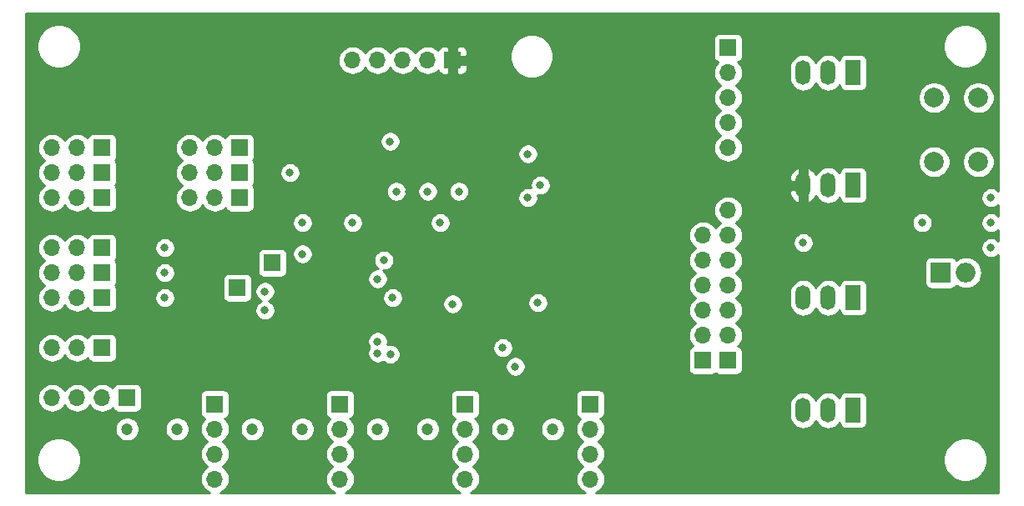
<source format=gbr>
G04 #@! TF.GenerationSoftware,KiCad,Pcbnew,(5.1.4)-1*
G04 #@! TF.CreationDate,2020-02-27T02:57:38+01:00*
G04 #@! TF.ProjectId,stm32_board,73746d33-325f-4626-9f61-72642e6b6963,rev?*
G04 #@! TF.SameCoordinates,Original*
G04 #@! TF.FileFunction,Copper,L3,Inr*
G04 #@! TF.FilePolarity,Positive*
%FSLAX46Y46*%
G04 Gerber Fmt 4.6, Leading zero omitted, Abs format (unit mm)*
G04 Created by KiCad (PCBNEW (5.1.4)-1) date 2020-02-27 02:57:38*
%MOMM*%
%LPD*%
G04 APERTURE LIST*
%ADD10O,1.700000X1.700000*%
%ADD11R,1.700000X1.700000*%
%ADD12R,2.000000X2.000000*%
%ADD13O,2.000000X2.000000*%
%ADD14C,2.000000*%
%ADD15O,1.500000X2.500000*%
%ADD16R,1.500000X2.500000*%
%ADD17C,1.200000*%
%ADD18C,0.800000*%
%ADD19C,0.254000*%
G04 APERTURE END LIST*
D10*
X53340000Y-114300000D03*
X55880000Y-114300000D03*
D11*
X58420000Y-114300000D03*
X58420000Y-116840000D03*
D10*
X55880000Y-116840000D03*
X53340000Y-116840000D03*
X53340000Y-119380000D03*
X55880000Y-119380000D03*
D11*
X58420000Y-119380000D03*
X58420000Y-124460000D03*
D10*
X55880000Y-124460000D03*
X53340000Y-124460000D03*
X53340000Y-127000000D03*
X55880000Y-127000000D03*
D11*
X58420000Y-127000000D03*
X58420000Y-129540000D03*
D10*
X55880000Y-129540000D03*
X53340000Y-129540000D03*
D11*
X58420000Y-134620000D03*
D10*
X55880000Y-134620000D03*
X53340000Y-134620000D03*
X67310000Y-114300000D03*
X69850000Y-114300000D03*
D11*
X72390000Y-114300000D03*
X72390000Y-116840000D03*
D10*
X69850000Y-116840000D03*
X67310000Y-116840000D03*
X67310000Y-119380000D03*
X69850000Y-119380000D03*
D11*
X72390000Y-119380000D03*
D10*
X121920000Y-114300000D03*
X121920000Y-111760000D03*
X121920000Y-109220000D03*
X121920000Y-106680000D03*
D11*
X121920000Y-104140000D03*
X93980000Y-105410000D03*
D10*
X91440000Y-105410000D03*
X88900000Y-105410000D03*
X86360000Y-105410000D03*
X83820000Y-105410000D03*
D12*
X143510000Y-127000000D03*
D13*
X146050000Y-127000000D03*
D11*
X119380000Y-135890000D03*
D10*
X119380000Y-133350000D03*
X119380000Y-130810000D03*
X119380000Y-128270000D03*
X119380000Y-125730000D03*
X119380000Y-123190000D03*
D11*
X121920000Y-135890000D03*
D10*
X121920000Y-133350000D03*
X121920000Y-130810000D03*
X121920000Y-128270000D03*
X121920000Y-125730000D03*
X121920000Y-123190000D03*
X121920000Y-120650000D03*
D14*
X142820000Y-109220000D03*
X147320000Y-109220000D03*
X142820000Y-115720000D03*
X147320000Y-115720000D03*
D15*
X129540000Y-129540000D03*
X132080000Y-129540000D03*
D16*
X134620000Y-129540000D03*
X134620000Y-140970000D03*
D15*
X132080000Y-140970000D03*
X129540000Y-140970000D03*
X129540000Y-118110000D03*
X132080000Y-118110000D03*
D16*
X134620000Y-118110000D03*
X134620000Y-106680000D03*
D15*
X132080000Y-106680000D03*
X129540000Y-106680000D03*
D11*
X69850000Y-140335000D03*
D10*
X69850000Y-142875000D03*
X69850000Y-145415000D03*
X69850000Y-147955000D03*
X82550000Y-147955000D03*
X82550000Y-145415000D03*
X82550000Y-142875000D03*
D11*
X82550000Y-140335000D03*
X107950000Y-140335000D03*
D10*
X107950000Y-142875000D03*
X107950000Y-145415000D03*
X107950000Y-147955000D03*
X95250000Y-147955000D03*
X95250000Y-145415000D03*
X95250000Y-142875000D03*
D11*
X95250000Y-140335000D03*
X60960000Y-139700000D03*
D10*
X58420000Y-139700000D03*
X55880000Y-139700000D03*
X53340000Y-139700000D03*
D11*
X75692000Y-125984000D03*
X72136000Y-128524000D03*
D17*
X73660000Y-142875000D03*
X60960000Y-142875000D03*
X86360000Y-142875000D03*
X99060000Y-142875000D03*
D18*
X148590000Y-119380000D03*
X148590000Y-121920000D03*
X148590000Y-124460000D03*
X74930000Y-128905000D03*
X101600000Y-114935000D03*
X88265000Y-118745000D03*
X91440000Y-118745000D03*
X77470000Y-116840000D03*
X99060000Y-134620000D03*
X102870000Y-118110000D03*
X101600000Y-119380000D03*
X100330000Y-136525000D03*
X74930000Y-130810000D03*
X102616000Y-130048000D03*
X129540000Y-123952000D03*
X87630000Y-113665000D03*
X141605000Y-121920000D03*
X83820014Y-121920000D03*
X99695000Y-114935000D03*
X85725000Y-119380000D03*
X85725000Y-120650000D03*
X89535000Y-118745000D03*
X77470000Y-120650000D03*
X99060000Y-132715000D03*
X92637885Y-120577885D03*
X141060010Y-118110000D03*
X74930000Y-132715000D03*
X98552000Y-130048000D03*
X78740000Y-121920000D03*
X78740000Y-125095000D03*
X93980000Y-130175000D03*
X94614994Y-118745000D03*
X92710018Y-121920000D03*
X86360000Y-127635000D03*
X86995000Y-125730006D03*
X64770000Y-124460000D03*
X86360000Y-133985000D03*
X64770000Y-127000000D03*
X86360000Y-135164990D03*
X64770000Y-129540000D03*
X87654527Y-135276337D03*
D17*
X78740000Y-142875000D03*
X66040000Y-142875000D03*
X91440000Y-142875000D03*
X104140000Y-142875000D03*
D18*
X87884000Y-129540000D03*
D19*
G36*
X149340000Y-118666289D02*
G01*
X149249774Y-118576063D01*
X149080256Y-118462795D01*
X148891898Y-118384774D01*
X148691939Y-118345000D01*
X148488061Y-118345000D01*
X148288102Y-118384774D01*
X148099744Y-118462795D01*
X147930226Y-118576063D01*
X147786063Y-118720226D01*
X147672795Y-118889744D01*
X147594774Y-119078102D01*
X147555000Y-119278061D01*
X147555000Y-119481939D01*
X147594774Y-119681898D01*
X147672795Y-119870256D01*
X147786063Y-120039774D01*
X147930226Y-120183937D01*
X148099744Y-120297205D01*
X148288102Y-120375226D01*
X148488061Y-120415000D01*
X148691939Y-120415000D01*
X148891898Y-120375226D01*
X149080256Y-120297205D01*
X149249774Y-120183937D01*
X149340000Y-120093711D01*
X149340000Y-121206289D01*
X149249774Y-121116063D01*
X149080256Y-121002795D01*
X148891898Y-120924774D01*
X148691939Y-120885000D01*
X148488061Y-120885000D01*
X148288102Y-120924774D01*
X148099744Y-121002795D01*
X147930226Y-121116063D01*
X147786063Y-121260226D01*
X147672795Y-121429744D01*
X147594774Y-121618102D01*
X147555000Y-121818061D01*
X147555000Y-122021939D01*
X147594774Y-122221898D01*
X147672795Y-122410256D01*
X147786063Y-122579774D01*
X147930226Y-122723937D01*
X148099744Y-122837205D01*
X148288102Y-122915226D01*
X148488061Y-122955000D01*
X148691939Y-122955000D01*
X148891898Y-122915226D01*
X149080256Y-122837205D01*
X149249774Y-122723937D01*
X149340000Y-122633711D01*
X149340000Y-123746289D01*
X149249774Y-123656063D01*
X149080256Y-123542795D01*
X148891898Y-123464774D01*
X148691939Y-123425000D01*
X148488061Y-123425000D01*
X148288102Y-123464774D01*
X148099744Y-123542795D01*
X147930226Y-123656063D01*
X147786063Y-123800226D01*
X147672795Y-123969744D01*
X147594774Y-124158102D01*
X147555000Y-124358061D01*
X147555000Y-124561939D01*
X147594774Y-124761898D01*
X147672795Y-124950256D01*
X147786063Y-125119774D01*
X147930226Y-125263937D01*
X148099744Y-125377205D01*
X148288102Y-125455226D01*
X148488061Y-125495000D01*
X148691939Y-125495000D01*
X148891898Y-125455226D01*
X149080256Y-125377205D01*
X149249774Y-125263937D01*
X149340001Y-125173710D01*
X149340001Y-149340000D01*
X108499933Y-149340000D01*
X108521034Y-149333599D01*
X108779014Y-149195706D01*
X109005134Y-149010134D01*
X109190706Y-148784014D01*
X109328599Y-148526034D01*
X109413513Y-148246111D01*
X109442185Y-147955000D01*
X109413513Y-147663889D01*
X109328599Y-147383966D01*
X109190706Y-147125986D01*
X109005134Y-146899866D01*
X108779014Y-146714294D01*
X108724209Y-146685000D01*
X108779014Y-146655706D01*
X109005134Y-146470134D01*
X109190706Y-146244014D01*
X109328599Y-145986034D01*
X109391137Y-145779872D01*
X143765000Y-145779872D01*
X143765000Y-146220128D01*
X143850890Y-146651925D01*
X144019369Y-147058669D01*
X144263962Y-147424729D01*
X144575271Y-147736038D01*
X144941331Y-147980631D01*
X145348075Y-148149110D01*
X145779872Y-148235000D01*
X146220128Y-148235000D01*
X146651925Y-148149110D01*
X147058669Y-147980631D01*
X147424729Y-147736038D01*
X147736038Y-147424729D01*
X147980631Y-147058669D01*
X148149110Y-146651925D01*
X148235000Y-146220128D01*
X148235000Y-145779872D01*
X148149110Y-145348075D01*
X147980631Y-144941331D01*
X147736038Y-144575271D01*
X147424729Y-144263962D01*
X147058669Y-144019369D01*
X146651925Y-143850890D01*
X146220128Y-143765000D01*
X145779872Y-143765000D01*
X145348075Y-143850890D01*
X144941331Y-144019369D01*
X144575271Y-144263962D01*
X144263962Y-144575271D01*
X144019369Y-144941331D01*
X143850890Y-145348075D01*
X143765000Y-145779872D01*
X109391137Y-145779872D01*
X109413513Y-145706111D01*
X109442185Y-145415000D01*
X109413513Y-145123889D01*
X109328599Y-144843966D01*
X109190706Y-144585986D01*
X109005134Y-144359866D01*
X108779014Y-144174294D01*
X108724209Y-144145000D01*
X108779014Y-144115706D01*
X109005134Y-143930134D01*
X109190706Y-143704014D01*
X109328599Y-143446034D01*
X109413513Y-143166111D01*
X109442185Y-142875000D01*
X109413513Y-142583889D01*
X109328599Y-142303966D01*
X109190706Y-142045986D01*
X109005134Y-141819866D01*
X108975313Y-141795393D01*
X109044180Y-141774502D01*
X109154494Y-141715537D01*
X109251185Y-141636185D01*
X109330537Y-141539494D01*
X109389502Y-141429180D01*
X109425812Y-141309482D01*
X109438072Y-141185000D01*
X109438072Y-140401963D01*
X128155000Y-140401963D01*
X128155000Y-141538036D01*
X128175040Y-141741506D01*
X128254236Y-142002580D01*
X128382843Y-142243187D01*
X128555919Y-142454080D01*
X128766812Y-142627157D01*
X129007419Y-142755764D01*
X129268493Y-142834960D01*
X129540000Y-142861701D01*
X129811506Y-142834960D01*
X130072580Y-142755764D01*
X130313187Y-142627157D01*
X130524080Y-142454081D01*
X130697157Y-142243188D01*
X130810000Y-142032073D01*
X130922843Y-142243187D01*
X131095919Y-142454080D01*
X131306812Y-142627157D01*
X131547419Y-142755764D01*
X131808493Y-142834960D01*
X132080000Y-142861701D01*
X132351506Y-142834960D01*
X132612580Y-142755764D01*
X132853187Y-142627157D01*
X133064080Y-142454081D01*
X133234527Y-142246392D01*
X133244188Y-142344482D01*
X133280498Y-142464180D01*
X133339463Y-142574494D01*
X133418815Y-142671185D01*
X133515506Y-142750537D01*
X133625820Y-142809502D01*
X133745518Y-142845812D01*
X133870000Y-142858072D01*
X135370000Y-142858072D01*
X135494482Y-142845812D01*
X135614180Y-142809502D01*
X135724494Y-142750537D01*
X135821185Y-142671185D01*
X135900537Y-142574494D01*
X135959502Y-142464180D01*
X135995812Y-142344482D01*
X136008072Y-142220000D01*
X136008072Y-139720000D01*
X135995812Y-139595518D01*
X135959502Y-139475820D01*
X135900537Y-139365506D01*
X135821185Y-139268815D01*
X135724494Y-139189463D01*
X135614180Y-139130498D01*
X135494482Y-139094188D01*
X135370000Y-139081928D01*
X133870000Y-139081928D01*
X133745518Y-139094188D01*
X133625820Y-139130498D01*
X133515506Y-139189463D01*
X133418815Y-139268815D01*
X133339463Y-139365506D01*
X133280498Y-139475820D01*
X133244188Y-139595518D01*
X133234527Y-139693608D01*
X133064081Y-139485919D01*
X132853188Y-139312843D01*
X132612581Y-139184236D01*
X132351507Y-139105040D01*
X132080000Y-139078299D01*
X131808494Y-139105040D01*
X131547420Y-139184236D01*
X131306813Y-139312843D01*
X131095920Y-139485919D01*
X130922843Y-139696812D01*
X130810000Y-139907927D01*
X130697157Y-139696812D01*
X130524081Y-139485919D01*
X130313188Y-139312843D01*
X130072581Y-139184236D01*
X129811507Y-139105040D01*
X129540000Y-139078299D01*
X129268494Y-139105040D01*
X129007420Y-139184236D01*
X128766813Y-139312843D01*
X128555920Y-139485919D01*
X128382843Y-139696812D01*
X128254236Y-139937419D01*
X128175040Y-140198493D01*
X128155000Y-140401963D01*
X109438072Y-140401963D01*
X109438072Y-139485000D01*
X109425812Y-139360518D01*
X109389502Y-139240820D01*
X109330537Y-139130506D01*
X109251185Y-139033815D01*
X109154494Y-138954463D01*
X109044180Y-138895498D01*
X108924482Y-138859188D01*
X108800000Y-138846928D01*
X107100000Y-138846928D01*
X106975518Y-138859188D01*
X106855820Y-138895498D01*
X106745506Y-138954463D01*
X106648815Y-139033815D01*
X106569463Y-139130506D01*
X106510498Y-139240820D01*
X106474188Y-139360518D01*
X106461928Y-139485000D01*
X106461928Y-141185000D01*
X106474188Y-141309482D01*
X106510498Y-141429180D01*
X106569463Y-141539494D01*
X106648815Y-141636185D01*
X106745506Y-141715537D01*
X106855820Y-141774502D01*
X106924687Y-141795393D01*
X106894866Y-141819866D01*
X106709294Y-142045986D01*
X106571401Y-142303966D01*
X106486487Y-142583889D01*
X106457815Y-142875000D01*
X106486487Y-143166111D01*
X106571401Y-143446034D01*
X106709294Y-143704014D01*
X106894866Y-143930134D01*
X107120986Y-144115706D01*
X107175791Y-144145000D01*
X107120986Y-144174294D01*
X106894866Y-144359866D01*
X106709294Y-144585986D01*
X106571401Y-144843966D01*
X106486487Y-145123889D01*
X106457815Y-145415000D01*
X106486487Y-145706111D01*
X106571401Y-145986034D01*
X106709294Y-146244014D01*
X106894866Y-146470134D01*
X107120986Y-146655706D01*
X107175791Y-146685000D01*
X107120986Y-146714294D01*
X106894866Y-146899866D01*
X106709294Y-147125986D01*
X106571401Y-147383966D01*
X106486487Y-147663889D01*
X106457815Y-147955000D01*
X106486487Y-148246111D01*
X106571401Y-148526034D01*
X106709294Y-148784014D01*
X106894866Y-149010134D01*
X107120986Y-149195706D01*
X107378966Y-149333599D01*
X107400067Y-149340000D01*
X95799933Y-149340000D01*
X95821034Y-149333599D01*
X96079014Y-149195706D01*
X96305134Y-149010134D01*
X96490706Y-148784014D01*
X96628599Y-148526034D01*
X96713513Y-148246111D01*
X96742185Y-147955000D01*
X96713513Y-147663889D01*
X96628599Y-147383966D01*
X96490706Y-147125986D01*
X96305134Y-146899866D01*
X96079014Y-146714294D01*
X96024209Y-146685000D01*
X96079014Y-146655706D01*
X96305134Y-146470134D01*
X96490706Y-146244014D01*
X96628599Y-145986034D01*
X96713513Y-145706111D01*
X96742185Y-145415000D01*
X96713513Y-145123889D01*
X96628599Y-144843966D01*
X96490706Y-144585986D01*
X96305134Y-144359866D01*
X96079014Y-144174294D01*
X96024209Y-144145000D01*
X96079014Y-144115706D01*
X96305134Y-143930134D01*
X96490706Y-143704014D01*
X96628599Y-143446034D01*
X96713513Y-143166111D01*
X96742185Y-142875000D01*
X96730205Y-142753363D01*
X97825000Y-142753363D01*
X97825000Y-142996637D01*
X97872460Y-143235236D01*
X97965557Y-143459992D01*
X98100713Y-143662267D01*
X98272733Y-143834287D01*
X98475008Y-143969443D01*
X98699764Y-144062540D01*
X98938363Y-144110000D01*
X99181637Y-144110000D01*
X99420236Y-144062540D01*
X99644992Y-143969443D01*
X99847267Y-143834287D01*
X100019287Y-143662267D01*
X100154443Y-143459992D01*
X100247540Y-143235236D01*
X100295000Y-142996637D01*
X100295000Y-142753363D01*
X102905000Y-142753363D01*
X102905000Y-142996637D01*
X102952460Y-143235236D01*
X103045557Y-143459992D01*
X103180713Y-143662267D01*
X103352733Y-143834287D01*
X103555008Y-143969443D01*
X103779764Y-144062540D01*
X104018363Y-144110000D01*
X104261637Y-144110000D01*
X104500236Y-144062540D01*
X104724992Y-143969443D01*
X104927267Y-143834287D01*
X105099287Y-143662267D01*
X105234443Y-143459992D01*
X105327540Y-143235236D01*
X105375000Y-142996637D01*
X105375000Y-142753363D01*
X105327540Y-142514764D01*
X105234443Y-142290008D01*
X105099287Y-142087733D01*
X104927267Y-141915713D01*
X104724992Y-141780557D01*
X104500236Y-141687460D01*
X104261637Y-141640000D01*
X104018363Y-141640000D01*
X103779764Y-141687460D01*
X103555008Y-141780557D01*
X103352733Y-141915713D01*
X103180713Y-142087733D01*
X103045557Y-142290008D01*
X102952460Y-142514764D01*
X102905000Y-142753363D01*
X100295000Y-142753363D01*
X100247540Y-142514764D01*
X100154443Y-142290008D01*
X100019287Y-142087733D01*
X99847267Y-141915713D01*
X99644992Y-141780557D01*
X99420236Y-141687460D01*
X99181637Y-141640000D01*
X98938363Y-141640000D01*
X98699764Y-141687460D01*
X98475008Y-141780557D01*
X98272733Y-141915713D01*
X98100713Y-142087733D01*
X97965557Y-142290008D01*
X97872460Y-142514764D01*
X97825000Y-142753363D01*
X96730205Y-142753363D01*
X96713513Y-142583889D01*
X96628599Y-142303966D01*
X96490706Y-142045986D01*
X96305134Y-141819866D01*
X96275313Y-141795393D01*
X96344180Y-141774502D01*
X96454494Y-141715537D01*
X96551185Y-141636185D01*
X96630537Y-141539494D01*
X96689502Y-141429180D01*
X96725812Y-141309482D01*
X96738072Y-141185000D01*
X96738072Y-139485000D01*
X96725812Y-139360518D01*
X96689502Y-139240820D01*
X96630537Y-139130506D01*
X96551185Y-139033815D01*
X96454494Y-138954463D01*
X96344180Y-138895498D01*
X96224482Y-138859188D01*
X96100000Y-138846928D01*
X94400000Y-138846928D01*
X94275518Y-138859188D01*
X94155820Y-138895498D01*
X94045506Y-138954463D01*
X93948815Y-139033815D01*
X93869463Y-139130506D01*
X93810498Y-139240820D01*
X93774188Y-139360518D01*
X93761928Y-139485000D01*
X93761928Y-141185000D01*
X93774188Y-141309482D01*
X93810498Y-141429180D01*
X93869463Y-141539494D01*
X93948815Y-141636185D01*
X94045506Y-141715537D01*
X94155820Y-141774502D01*
X94224687Y-141795393D01*
X94194866Y-141819866D01*
X94009294Y-142045986D01*
X93871401Y-142303966D01*
X93786487Y-142583889D01*
X93757815Y-142875000D01*
X93786487Y-143166111D01*
X93871401Y-143446034D01*
X94009294Y-143704014D01*
X94194866Y-143930134D01*
X94420986Y-144115706D01*
X94475791Y-144145000D01*
X94420986Y-144174294D01*
X94194866Y-144359866D01*
X94009294Y-144585986D01*
X93871401Y-144843966D01*
X93786487Y-145123889D01*
X93757815Y-145415000D01*
X93786487Y-145706111D01*
X93871401Y-145986034D01*
X94009294Y-146244014D01*
X94194866Y-146470134D01*
X94420986Y-146655706D01*
X94475791Y-146685000D01*
X94420986Y-146714294D01*
X94194866Y-146899866D01*
X94009294Y-147125986D01*
X93871401Y-147383966D01*
X93786487Y-147663889D01*
X93757815Y-147955000D01*
X93786487Y-148246111D01*
X93871401Y-148526034D01*
X94009294Y-148784014D01*
X94194866Y-149010134D01*
X94420986Y-149195706D01*
X94678966Y-149333599D01*
X94700067Y-149340000D01*
X83099933Y-149340000D01*
X83121034Y-149333599D01*
X83379014Y-149195706D01*
X83605134Y-149010134D01*
X83790706Y-148784014D01*
X83928599Y-148526034D01*
X84013513Y-148246111D01*
X84042185Y-147955000D01*
X84013513Y-147663889D01*
X83928599Y-147383966D01*
X83790706Y-147125986D01*
X83605134Y-146899866D01*
X83379014Y-146714294D01*
X83324209Y-146685000D01*
X83379014Y-146655706D01*
X83605134Y-146470134D01*
X83790706Y-146244014D01*
X83928599Y-145986034D01*
X84013513Y-145706111D01*
X84042185Y-145415000D01*
X84013513Y-145123889D01*
X83928599Y-144843966D01*
X83790706Y-144585986D01*
X83605134Y-144359866D01*
X83379014Y-144174294D01*
X83324209Y-144145000D01*
X83379014Y-144115706D01*
X83605134Y-143930134D01*
X83790706Y-143704014D01*
X83928599Y-143446034D01*
X84013513Y-143166111D01*
X84042185Y-142875000D01*
X84030205Y-142753363D01*
X85125000Y-142753363D01*
X85125000Y-142996637D01*
X85172460Y-143235236D01*
X85265557Y-143459992D01*
X85400713Y-143662267D01*
X85572733Y-143834287D01*
X85775008Y-143969443D01*
X85999764Y-144062540D01*
X86238363Y-144110000D01*
X86481637Y-144110000D01*
X86720236Y-144062540D01*
X86944992Y-143969443D01*
X87147267Y-143834287D01*
X87319287Y-143662267D01*
X87454443Y-143459992D01*
X87547540Y-143235236D01*
X87595000Y-142996637D01*
X87595000Y-142753363D01*
X90205000Y-142753363D01*
X90205000Y-142996637D01*
X90252460Y-143235236D01*
X90345557Y-143459992D01*
X90480713Y-143662267D01*
X90652733Y-143834287D01*
X90855008Y-143969443D01*
X91079764Y-144062540D01*
X91318363Y-144110000D01*
X91561637Y-144110000D01*
X91800236Y-144062540D01*
X92024992Y-143969443D01*
X92227267Y-143834287D01*
X92399287Y-143662267D01*
X92534443Y-143459992D01*
X92627540Y-143235236D01*
X92675000Y-142996637D01*
X92675000Y-142753363D01*
X92627540Y-142514764D01*
X92534443Y-142290008D01*
X92399287Y-142087733D01*
X92227267Y-141915713D01*
X92024992Y-141780557D01*
X91800236Y-141687460D01*
X91561637Y-141640000D01*
X91318363Y-141640000D01*
X91079764Y-141687460D01*
X90855008Y-141780557D01*
X90652733Y-141915713D01*
X90480713Y-142087733D01*
X90345557Y-142290008D01*
X90252460Y-142514764D01*
X90205000Y-142753363D01*
X87595000Y-142753363D01*
X87547540Y-142514764D01*
X87454443Y-142290008D01*
X87319287Y-142087733D01*
X87147267Y-141915713D01*
X86944992Y-141780557D01*
X86720236Y-141687460D01*
X86481637Y-141640000D01*
X86238363Y-141640000D01*
X85999764Y-141687460D01*
X85775008Y-141780557D01*
X85572733Y-141915713D01*
X85400713Y-142087733D01*
X85265557Y-142290008D01*
X85172460Y-142514764D01*
X85125000Y-142753363D01*
X84030205Y-142753363D01*
X84013513Y-142583889D01*
X83928599Y-142303966D01*
X83790706Y-142045986D01*
X83605134Y-141819866D01*
X83575313Y-141795393D01*
X83644180Y-141774502D01*
X83754494Y-141715537D01*
X83851185Y-141636185D01*
X83930537Y-141539494D01*
X83989502Y-141429180D01*
X84025812Y-141309482D01*
X84038072Y-141185000D01*
X84038072Y-139485000D01*
X84025812Y-139360518D01*
X83989502Y-139240820D01*
X83930537Y-139130506D01*
X83851185Y-139033815D01*
X83754494Y-138954463D01*
X83644180Y-138895498D01*
X83524482Y-138859188D01*
X83400000Y-138846928D01*
X81700000Y-138846928D01*
X81575518Y-138859188D01*
X81455820Y-138895498D01*
X81345506Y-138954463D01*
X81248815Y-139033815D01*
X81169463Y-139130506D01*
X81110498Y-139240820D01*
X81074188Y-139360518D01*
X81061928Y-139485000D01*
X81061928Y-141185000D01*
X81074188Y-141309482D01*
X81110498Y-141429180D01*
X81169463Y-141539494D01*
X81248815Y-141636185D01*
X81345506Y-141715537D01*
X81455820Y-141774502D01*
X81524687Y-141795393D01*
X81494866Y-141819866D01*
X81309294Y-142045986D01*
X81171401Y-142303966D01*
X81086487Y-142583889D01*
X81057815Y-142875000D01*
X81086487Y-143166111D01*
X81171401Y-143446034D01*
X81309294Y-143704014D01*
X81494866Y-143930134D01*
X81720986Y-144115706D01*
X81775791Y-144145000D01*
X81720986Y-144174294D01*
X81494866Y-144359866D01*
X81309294Y-144585986D01*
X81171401Y-144843966D01*
X81086487Y-145123889D01*
X81057815Y-145415000D01*
X81086487Y-145706111D01*
X81171401Y-145986034D01*
X81309294Y-146244014D01*
X81494866Y-146470134D01*
X81720986Y-146655706D01*
X81775791Y-146685000D01*
X81720986Y-146714294D01*
X81494866Y-146899866D01*
X81309294Y-147125986D01*
X81171401Y-147383966D01*
X81086487Y-147663889D01*
X81057815Y-147955000D01*
X81086487Y-148246111D01*
X81171401Y-148526034D01*
X81309294Y-148784014D01*
X81494866Y-149010134D01*
X81720986Y-149195706D01*
X81978966Y-149333599D01*
X82000067Y-149340000D01*
X70399933Y-149340000D01*
X70421034Y-149333599D01*
X70679014Y-149195706D01*
X70905134Y-149010134D01*
X71090706Y-148784014D01*
X71228599Y-148526034D01*
X71313513Y-148246111D01*
X71342185Y-147955000D01*
X71313513Y-147663889D01*
X71228599Y-147383966D01*
X71090706Y-147125986D01*
X70905134Y-146899866D01*
X70679014Y-146714294D01*
X70624209Y-146685000D01*
X70679014Y-146655706D01*
X70905134Y-146470134D01*
X71090706Y-146244014D01*
X71228599Y-145986034D01*
X71313513Y-145706111D01*
X71342185Y-145415000D01*
X71313513Y-145123889D01*
X71228599Y-144843966D01*
X71090706Y-144585986D01*
X70905134Y-144359866D01*
X70679014Y-144174294D01*
X70624209Y-144145000D01*
X70679014Y-144115706D01*
X70905134Y-143930134D01*
X71090706Y-143704014D01*
X71228599Y-143446034D01*
X71313513Y-143166111D01*
X71342185Y-142875000D01*
X71330205Y-142753363D01*
X72425000Y-142753363D01*
X72425000Y-142996637D01*
X72472460Y-143235236D01*
X72565557Y-143459992D01*
X72700713Y-143662267D01*
X72872733Y-143834287D01*
X73075008Y-143969443D01*
X73299764Y-144062540D01*
X73538363Y-144110000D01*
X73781637Y-144110000D01*
X74020236Y-144062540D01*
X74244992Y-143969443D01*
X74447267Y-143834287D01*
X74619287Y-143662267D01*
X74754443Y-143459992D01*
X74847540Y-143235236D01*
X74895000Y-142996637D01*
X74895000Y-142753363D01*
X77505000Y-142753363D01*
X77505000Y-142996637D01*
X77552460Y-143235236D01*
X77645557Y-143459992D01*
X77780713Y-143662267D01*
X77952733Y-143834287D01*
X78155008Y-143969443D01*
X78379764Y-144062540D01*
X78618363Y-144110000D01*
X78861637Y-144110000D01*
X79100236Y-144062540D01*
X79324992Y-143969443D01*
X79527267Y-143834287D01*
X79699287Y-143662267D01*
X79834443Y-143459992D01*
X79927540Y-143235236D01*
X79975000Y-142996637D01*
X79975000Y-142753363D01*
X79927540Y-142514764D01*
X79834443Y-142290008D01*
X79699287Y-142087733D01*
X79527267Y-141915713D01*
X79324992Y-141780557D01*
X79100236Y-141687460D01*
X78861637Y-141640000D01*
X78618363Y-141640000D01*
X78379764Y-141687460D01*
X78155008Y-141780557D01*
X77952733Y-141915713D01*
X77780713Y-142087733D01*
X77645557Y-142290008D01*
X77552460Y-142514764D01*
X77505000Y-142753363D01*
X74895000Y-142753363D01*
X74847540Y-142514764D01*
X74754443Y-142290008D01*
X74619287Y-142087733D01*
X74447267Y-141915713D01*
X74244992Y-141780557D01*
X74020236Y-141687460D01*
X73781637Y-141640000D01*
X73538363Y-141640000D01*
X73299764Y-141687460D01*
X73075008Y-141780557D01*
X72872733Y-141915713D01*
X72700713Y-142087733D01*
X72565557Y-142290008D01*
X72472460Y-142514764D01*
X72425000Y-142753363D01*
X71330205Y-142753363D01*
X71313513Y-142583889D01*
X71228599Y-142303966D01*
X71090706Y-142045986D01*
X70905134Y-141819866D01*
X70875313Y-141795393D01*
X70944180Y-141774502D01*
X71054494Y-141715537D01*
X71151185Y-141636185D01*
X71230537Y-141539494D01*
X71289502Y-141429180D01*
X71325812Y-141309482D01*
X71338072Y-141185000D01*
X71338072Y-139485000D01*
X71325812Y-139360518D01*
X71289502Y-139240820D01*
X71230537Y-139130506D01*
X71151185Y-139033815D01*
X71054494Y-138954463D01*
X70944180Y-138895498D01*
X70824482Y-138859188D01*
X70700000Y-138846928D01*
X69000000Y-138846928D01*
X68875518Y-138859188D01*
X68755820Y-138895498D01*
X68645506Y-138954463D01*
X68548815Y-139033815D01*
X68469463Y-139130506D01*
X68410498Y-139240820D01*
X68374188Y-139360518D01*
X68361928Y-139485000D01*
X68361928Y-141185000D01*
X68374188Y-141309482D01*
X68410498Y-141429180D01*
X68469463Y-141539494D01*
X68548815Y-141636185D01*
X68645506Y-141715537D01*
X68755820Y-141774502D01*
X68824687Y-141795393D01*
X68794866Y-141819866D01*
X68609294Y-142045986D01*
X68471401Y-142303966D01*
X68386487Y-142583889D01*
X68357815Y-142875000D01*
X68386487Y-143166111D01*
X68471401Y-143446034D01*
X68609294Y-143704014D01*
X68794866Y-143930134D01*
X69020986Y-144115706D01*
X69075791Y-144145000D01*
X69020986Y-144174294D01*
X68794866Y-144359866D01*
X68609294Y-144585986D01*
X68471401Y-144843966D01*
X68386487Y-145123889D01*
X68357815Y-145415000D01*
X68386487Y-145706111D01*
X68471401Y-145986034D01*
X68609294Y-146244014D01*
X68794866Y-146470134D01*
X69020986Y-146655706D01*
X69075791Y-146685000D01*
X69020986Y-146714294D01*
X68794866Y-146899866D01*
X68609294Y-147125986D01*
X68471401Y-147383966D01*
X68386487Y-147663889D01*
X68357815Y-147955000D01*
X68386487Y-148246111D01*
X68471401Y-148526034D01*
X68609294Y-148784014D01*
X68794866Y-149010134D01*
X69020986Y-149195706D01*
X69278966Y-149333599D01*
X69300067Y-149340000D01*
X50660000Y-149340000D01*
X50660000Y-145779872D01*
X51765000Y-145779872D01*
X51765000Y-146220128D01*
X51850890Y-146651925D01*
X52019369Y-147058669D01*
X52263962Y-147424729D01*
X52575271Y-147736038D01*
X52941331Y-147980631D01*
X53348075Y-148149110D01*
X53779872Y-148235000D01*
X54220128Y-148235000D01*
X54651925Y-148149110D01*
X55058669Y-147980631D01*
X55424729Y-147736038D01*
X55736038Y-147424729D01*
X55980631Y-147058669D01*
X56149110Y-146651925D01*
X56235000Y-146220128D01*
X56235000Y-145779872D01*
X56149110Y-145348075D01*
X55980631Y-144941331D01*
X55736038Y-144575271D01*
X55424729Y-144263962D01*
X55058669Y-144019369D01*
X54651925Y-143850890D01*
X54220128Y-143765000D01*
X53779872Y-143765000D01*
X53348075Y-143850890D01*
X52941331Y-144019369D01*
X52575271Y-144263962D01*
X52263962Y-144575271D01*
X52019369Y-144941331D01*
X51850890Y-145348075D01*
X51765000Y-145779872D01*
X50660000Y-145779872D01*
X50660000Y-142753363D01*
X59725000Y-142753363D01*
X59725000Y-142996637D01*
X59772460Y-143235236D01*
X59865557Y-143459992D01*
X60000713Y-143662267D01*
X60172733Y-143834287D01*
X60375008Y-143969443D01*
X60599764Y-144062540D01*
X60838363Y-144110000D01*
X61081637Y-144110000D01*
X61320236Y-144062540D01*
X61544992Y-143969443D01*
X61747267Y-143834287D01*
X61919287Y-143662267D01*
X62054443Y-143459992D01*
X62147540Y-143235236D01*
X62195000Y-142996637D01*
X62195000Y-142753363D01*
X64805000Y-142753363D01*
X64805000Y-142996637D01*
X64852460Y-143235236D01*
X64945557Y-143459992D01*
X65080713Y-143662267D01*
X65252733Y-143834287D01*
X65455008Y-143969443D01*
X65679764Y-144062540D01*
X65918363Y-144110000D01*
X66161637Y-144110000D01*
X66400236Y-144062540D01*
X66624992Y-143969443D01*
X66827267Y-143834287D01*
X66999287Y-143662267D01*
X67134443Y-143459992D01*
X67227540Y-143235236D01*
X67275000Y-142996637D01*
X67275000Y-142753363D01*
X67227540Y-142514764D01*
X67134443Y-142290008D01*
X66999287Y-142087733D01*
X66827267Y-141915713D01*
X66624992Y-141780557D01*
X66400236Y-141687460D01*
X66161637Y-141640000D01*
X65918363Y-141640000D01*
X65679764Y-141687460D01*
X65455008Y-141780557D01*
X65252733Y-141915713D01*
X65080713Y-142087733D01*
X64945557Y-142290008D01*
X64852460Y-142514764D01*
X64805000Y-142753363D01*
X62195000Y-142753363D01*
X62147540Y-142514764D01*
X62054443Y-142290008D01*
X61919287Y-142087733D01*
X61747267Y-141915713D01*
X61544992Y-141780557D01*
X61320236Y-141687460D01*
X61081637Y-141640000D01*
X60838363Y-141640000D01*
X60599764Y-141687460D01*
X60375008Y-141780557D01*
X60172733Y-141915713D01*
X60000713Y-142087733D01*
X59865557Y-142290008D01*
X59772460Y-142514764D01*
X59725000Y-142753363D01*
X50660000Y-142753363D01*
X50660000Y-139700000D01*
X51847815Y-139700000D01*
X51876487Y-139991111D01*
X51961401Y-140271034D01*
X52099294Y-140529014D01*
X52284866Y-140755134D01*
X52510986Y-140940706D01*
X52768966Y-141078599D01*
X53048889Y-141163513D01*
X53267050Y-141185000D01*
X53412950Y-141185000D01*
X53631111Y-141163513D01*
X53911034Y-141078599D01*
X54169014Y-140940706D01*
X54395134Y-140755134D01*
X54580706Y-140529014D01*
X54610000Y-140474209D01*
X54639294Y-140529014D01*
X54824866Y-140755134D01*
X55050986Y-140940706D01*
X55308966Y-141078599D01*
X55588889Y-141163513D01*
X55807050Y-141185000D01*
X55952950Y-141185000D01*
X56171111Y-141163513D01*
X56451034Y-141078599D01*
X56709014Y-140940706D01*
X56935134Y-140755134D01*
X57120706Y-140529014D01*
X57150000Y-140474209D01*
X57179294Y-140529014D01*
X57364866Y-140755134D01*
X57590986Y-140940706D01*
X57848966Y-141078599D01*
X58128889Y-141163513D01*
X58347050Y-141185000D01*
X58492950Y-141185000D01*
X58711111Y-141163513D01*
X58991034Y-141078599D01*
X59249014Y-140940706D01*
X59475134Y-140755134D01*
X59499607Y-140725313D01*
X59520498Y-140794180D01*
X59579463Y-140904494D01*
X59658815Y-141001185D01*
X59755506Y-141080537D01*
X59865820Y-141139502D01*
X59985518Y-141175812D01*
X60110000Y-141188072D01*
X61810000Y-141188072D01*
X61934482Y-141175812D01*
X62054180Y-141139502D01*
X62164494Y-141080537D01*
X62261185Y-141001185D01*
X62340537Y-140904494D01*
X62399502Y-140794180D01*
X62435812Y-140674482D01*
X62448072Y-140550000D01*
X62448072Y-138850000D01*
X62435812Y-138725518D01*
X62399502Y-138605820D01*
X62340537Y-138495506D01*
X62261185Y-138398815D01*
X62164494Y-138319463D01*
X62054180Y-138260498D01*
X61934482Y-138224188D01*
X61810000Y-138211928D01*
X60110000Y-138211928D01*
X59985518Y-138224188D01*
X59865820Y-138260498D01*
X59755506Y-138319463D01*
X59658815Y-138398815D01*
X59579463Y-138495506D01*
X59520498Y-138605820D01*
X59499607Y-138674687D01*
X59475134Y-138644866D01*
X59249014Y-138459294D01*
X58991034Y-138321401D01*
X58711111Y-138236487D01*
X58492950Y-138215000D01*
X58347050Y-138215000D01*
X58128889Y-138236487D01*
X57848966Y-138321401D01*
X57590986Y-138459294D01*
X57364866Y-138644866D01*
X57179294Y-138870986D01*
X57150000Y-138925791D01*
X57120706Y-138870986D01*
X56935134Y-138644866D01*
X56709014Y-138459294D01*
X56451034Y-138321401D01*
X56171111Y-138236487D01*
X55952950Y-138215000D01*
X55807050Y-138215000D01*
X55588889Y-138236487D01*
X55308966Y-138321401D01*
X55050986Y-138459294D01*
X54824866Y-138644866D01*
X54639294Y-138870986D01*
X54610000Y-138925791D01*
X54580706Y-138870986D01*
X54395134Y-138644866D01*
X54169014Y-138459294D01*
X53911034Y-138321401D01*
X53631111Y-138236487D01*
X53412950Y-138215000D01*
X53267050Y-138215000D01*
X53048889Y-138236487D01*
X52768966Y-138321401D01*
X52510986Y-138459294D01*
X52284866Y-138644866D01*
X52099294Y-138870986D01*
X51961401Y-139128966D01*
X51876487Y-139408889D01*
X51847815Y-139700000D01*
X50660000Y-139700000D01*
X50660000Y-136423061D01*
X99295000Y-136423061D01*
X99295000Y-136626939D01*
X99334774Y-136826898D01*
X99412795Y-137015256D01*
X99526063Y-137184774D01*
X99670226Y-137328937D01*
X99839744Y-137442205D01*
X100028102Y-137520226D01*
X100228061Y-137560000D01*
X100431939Y-137560000D01*
X100631898Y-137520226D01*
X100820256Y-137442205D01*
X100989774Y-137328937D01*
X101133937Y-137184774D01*
X101247205Y-137015256D01*
X101325226Y-136826898D01*
X101365000Y-136626939D01*
X101365000Y-136423061D01*
X101325226Y-136223102D01*
X101247205Y-136034744D01*
X101133937Y-135865226D01*
X100989774Y-135721063D01*
X100820256Y-135607795D01*
X100631898Y-135529774D01*
X100431939Y-135490000D01*
X100228061Y-135490000D01*
X100028102Y-135529774D01*
X99839744Y-135607795D01*
X99670226Y-135721063D01*
X99526063Y-135865226D01*
X99412795Y-136034744D01*
X99334774Y-136223102D01*
X99295000Y-136423061D01*
X50660000Y-136423061D01*
X50660000Y-134620000D01*
X51847815Y-134620000D01*
X51876487Y-134911111D01*
X51961401Y-135191034D01*
X52099294Y-135449014D01*
X52284866Y-135675134D01*
X52510986Y-135860706D01*
X52768966Y-135998599D01*
X53048889Y-136083513D01*
X53267050Y-136105000D01*
X53412950Y-136105000D01*
X53631111Y-136083513D01*
X53911034Y-135998599D01*
X54169014Y-135860706D01*
X54395134Y-135675134D01*
X54580706Y-135449014D01*
X54610000Y-135394209D01*
X54639294Y-135449014D01*
X54824866Y-135675134D01*
X55050986Y-135860706D01*
X55308966Y-135998599D01*
X55588889Y-136083513D01*
X55807050Y-136105000D01*
X55952950Y-136105000D01*
X56171111Y-136083513D01*
X56451034Y-135998599D01*
X56709014Y-135860706D01*
X56935134Y-135675134D01*
X56959607Y-135645313D01*
X56980498Y-135714180D01*
X57039463Y-135824494D01*
X57118815Y-135921185D01*
X57215506Y-136000537D01*
X57325820Y-136059502D01*
X57445518Y-136095812D01*
X57570000Y-136108072D01*
X59270000Y-136108072D01*
X59394482Y-136095812D01*
X59514180Y-136059502D01*
X59624494Y-136000537D01*
X59721185Y-135921185D01*
X59800537Y-135824494D01*
X59859502Y-135714180D01*
X59895812Y-135594482D01*
X59908072Y-135470000D01*
X59908072Y-133883061D01*
X85325000Y-133883061D01*
X85325000Y-134086939D01*
X85364774Y-134286898D01*
X85442795Y-134475256D01*
X85509438Y-134574995D01*
X85442795Y-134674734D01*
X85364774Y-134863092D01*
X85325000Y-135063051D01*
X85325000Y-135266929D01*
X85364774Y-135466888D01*
X85442795Y-135655246D01*
X85556063Y-135824764D01*
X85700226Y-135968927D01*
X85869744Y-136082195D01*
X86058102Y-136160216D01*
X86258061Y-136199990D01*
X86461939Y-136199990D01*
X86661898Y-136160216D01*
X86850256Y-136082195D01*
X86938027Y-136023548D01*
X86994753Y-136080274D01*
X87164271Y-136193542D01*
X87352629Y-136271563D01*
X87552588Y-136311337D01*
X87756466Y-136311337D01*
X87956425Y-136271563D01*
X88144783Y-136193542D01*
X88314301Y-136080274D01*
X88458464Y-135936111D01*
X88571732Y-135766593D01*
X88649753Y-135578235D01*
X88689527Y-135378276D01*
X88689527Y-135174398D01*
X88649753Y-134974439D01*
X88571732Y-134786081D01*
X88458464Y-134616563D01*
X88359962Y-134518061D01*
X98025000Y-134518061D01*
X98025000Y-134721939D01*
X98064774Y-134921898D01*
X98142795Y-135110256D01*
X98256063Y-135279774D01*
X98400226Y-135423937D01*
X98569744Y-135537205D01*
X98758102Y-135615226D01*
X98958061Y-135655000D01*
X99161939Y-135655000D01*
X99361898Y-135615226D01*
X99550256Y-135537205D01*
X99719774Y-135423937D01*
X99863937Y-135279774D01*
X99977205Y-135110256D01*
X100055226Y-134921898D01*
X100095000Y-134721939D01*
X100095000Y-134518061D01*
X100055226Y-134318102D01*
X99977205Y-134129744D01*
X99863937Y-133960226D01*
X99719774Y-133816063D01*
X99550256Y-133702795D01*
X99361898Y-133624774D01*
X99161939Y-133585000D01*
X98958061Y-133585000D01*
X98758102Y-133624774D01*
X98569744Y-133702795D01*
X98400226Y-133816063D01*
X98256063Y-133960226D01*
X98142795Y-134129744D01*
X98064774Y-134318102D01*
X98025000Y-134518061D01*
X88359962Y-134518061D01*
X88314301Y-134472400D01*
X88144783Y-134359132D01*
X87956425Y-134281111D01*
X87756466Y-134241337D01*
X87552588Y-134241337D01*
X87356532Y-134280335D01*
X87395000Y-134086939D01*
X87395000Y-133883061D01*
X87355226Y-133683102D01*
X87277205Y-133494744D01*
X87163937Y-133325226D01*
X87019774Y-133181063D01*
X86850256Y-133067795D01*
X86661898Y-132989774D01*
X86461939Y-132950000D01*
X86258061Y-132950000D01*
X86058102Y-132989774D01*
X85869744Y-133067795D01*
X85700226Y-133181063D01*
X85556063Y-133325226D01*
X85442795Y-133494744D01*
X85364774Y-133683102D01*
X85325000Y-133883061D01*
X59908072Y-133883061D01*
X59908072Y-133770000D01*
X59895812Y-133645518D01*
X59859502Y-133525820D01*
X59800537Y-133415506D01*
X59721185Y-133318815D01*
X59624494Y-133239463D01*
X59514180Y-133180498D01*
X59394482Y-133144188D01*
X59270000Y-133131928D01*
X57570000Y-133131928D01*
X57445518Y-133144188D01*
X57325820Y-133180498D01*
X57215506Y-133239463D01*
X57118815Y-133318815D01*
X57039463Y-133415506D01*
X56980498Y-133525820D01*
X56959607Y-133594687D01*
X56935134Y-133564866D01*
X56709014Y-133379294D01*
X56451034Y-133241401D01*
X56171111Y-133156487D01*
X55952950Y-133135000D01*
X55807050Y-133135000D01*
X55588889Y-133156487D01*
X55308966Y-133241401D01*
X55050986Y-133379294D01*
X54824866Y-133564866D01*
X54639294Y-133790986D01*
X54610000Y-133845791D01*
X54580706Y-133790986D01*
X54395134Y-133564866D01*
X54169014Y-133379294D01*
X53911034Y-133241401D01*
X53631111Y-133156487D01*
X53412950Y-133135000D01*
X53267050Y-133135000D01*
X53048889Y-133156487D01*
X52768966Y-133241401D01*
X52510986Y-133379294D01*
X52284866Y-133564866D01*
X52099294Y-133790986D01*
X51961401Y-134048966D01*
X51876487Y-134328889D01*
X51847815Y-134620000D01*
X50660000Y-134620000D01*
X50660000Y-124460000D01*
X51847815Y-124460000D01*
X51876487Y-124751111D01*
X51961401Y-125031034D01*
X52099294Y-125289014D01*
X52284866Y-125515134D01*
X52510986Y-125700706D01*
X52565791Y-125730000D01*
X52510986Y-125759294D01*
X52284866Y-125944866D01*
X52099294Y-126170986D01*
X51961401Y-126428966D01*
X51876487Y-126708889D01*
X51847815Y-127000000D01*
X51876487Y-127291111D01*
X51961401Y-127571034D01*
X52099294Y-127829014D01*
X52284866Y-128055134D01*
X52510986Y-128240706D01*
X52565791Y-128270000D01*
X52510986Y-128299294D01*
X52284866Y-128484866D01*
X52099294Y-128710986D01*
X51961401Y-128968966D01*
X51876487Y-129248889D01*
X51847815Y-129540000D01*
X51876487Y-129831111D01*
X51961401Y-130111034D01*
X52099294Y-130369014D01*
X52284866Y-130595134D01*
X52510986Y-130780706D01*
X52768966Y-130918599D01*
X53048889Y-131003513D01*
X53267050Y-131025000D01*
X53412950Y-131025000D01*
X53631111Y-131003513D01*
X53911034Y-130918599D01*
X54169014Y-130780706D01*
X54395134Y-130595134D01*
X54580706Y-130369014D01*
X54610000Y-130314209D01*
X54639294Y-130369014D01*
X54824866Y-130595134D01*
X55050986Y-130780706D01*
X55308966Y-130918599D01*
X55588889Y-131003513D01*
X55807050Y-131025000D01*
X55952950Y-131025000D01*
X56171111Y-131003513D01*
X56451034Y-130918599D01*
X56709014Y-130780706D01*
X56935134Y-130595134D01*
X56959607Y-130565313D01*
X56980498Y-130634180D01*
X57039463Y-130744494D01*
X57118815Y-130841185D01*
X57215506Y-130920537D01*
X57325820Y-130979502D01*
X57445518Y-131015812D01*
X57570000Y-131028072D01*
X59270000Y-131028072D01*
X59394482Y-131015812D01*
X59514180Y-130979502D01*
X59624494Y-130920537D01*
X59721185Y-130841185D01*
X59800537Y-130744494D01*
X59859502Y-130634180D01*
X59895812Y-130514482D01*
X59908072Y-130390000D01*
X59908072Y-129438061D01*
X63735000Y-129438061D01*
X63735000Y-129641939D01*
X63774774Y-129841898D01*
X63852795Y-130030256D01*
X63966063Y-130199774D01*
X64110226Y-130343937D01*
X64279744Y-130457205D01*
X64468102Y-130535226D01*
X64668061Y-130575000D01*
X64871939Y-130575000D01*
X65071898Y-130535226D01*
X65260256Y-130457205D01*
X65429774Y-130343937D01*
X65573937Y-130199774D01*
X65687205Y-130030256D01*
X65765226Y-129841898D01*
X65805000Y-129641939D01*
X65805000Y-129438061D01*
X65765226Y-129238102D01*
X65687205Y-129049744D01*
X65573937Y-128880226D01*
X65429774Y-128736063D01*
X65260256Y-128622795D01*
X65071898Y-128544774D01*
X64871939Y-128505000D01*
X64668061Y-128505000D01*
X64468102Y-128544774D01*
X64279744Y-128622795D01*
X64110226Y-128736063D01*
X63966063Y-128880226D01*
X63852795Y-129049744D01*
X63774774Y-129238102D01*
X63735000Y-129438061D01*
X59908072Y-129438061D01*
X59908072Y-128690000D01*
X59895812Y-128565518D01*
X59859502Y-128445820D01*
X59800537Y-128335506D01*
X59746778Y-128270000D01*
X59800537Y-128204494D01*
X59859502Y-128094180D01*
X59895812Y-127974482D01*
X59908072Y-127850000D01*
X59908072Y-126898061D01*
X63735000Y-126898061D01*
X63735000Y-127101939D01*
X63774774Y-127301898D01*
X63852795Y-127490256D01*
X63966063Y-127659774D01*
X64110226Y-127803937D01*
X64279744Y-127917205D01*
X64468102Y-127995226D01*
X64668061Y-128035000D01*
X64871939Y-128035000D01*
X65071898Y-127995226D01*
X65260256Y-127917205D01*
X65429774Y-127803937D01*
X65559711Y-127674000D01*
X70647928Y-127674000D01*
X70647928Y-129374000D01*
X70660188Y-129498482D01*
X70696498Y-129618180D01*
X70755463Y-129728494D01*
X70834815Y-129825185D01*
X70931506Y-129904537D01*
X71041820Y-129963502D01*
X71161518Y-129999812D01*
X71286000Y-130012072D01*
X72986000Y-130012072D01*
X73110482Y-129999812D01*
X73230180Y-129963502D01*
X73340494Y-129904537D01*
X73437185Y-129825185D01*
X73516537Y-129728494D01*
X73575502Y-129618180D01*
X73611812Y-129498482D01*
X73624072Y-129374000D01*
X73624072Y-128803061D01*
X73895000Y-128803061D01*
X73895000Y-129006939D01*
X73934774Y-129206898D01*
X74012795Y-129395256D01*
X74126063Y-129564774D01*
X74270226Y-129708937D01*
X74439744Y-129822205D01*
X74524953Y-129857500D01*
X74439744Y-129892795D01*
X74270226Y-130006063D01*
X74126063Y-130150226D01*
X74012795Y-130319744D01*
X73934774Y-130508102D01*
X73895000Y-130708061D01*
X73895000Y-130911939D01*
X73934774Y-131111898D01*
X74012795Y-131300256D01*
X74126063Y-131469774D01*
X74270226Y-131613937D01*
X74439744Y-131727205D01*
X74628102Y-131805226D01*
X74828061Y-131845000D01*
X75031939Y-131845000D01*
X75231898Y-131805226D01*
X75420256Y-131727205D01*
X75589774Y-131613937D01*
X75733937Y-131469774D01*
X75847205Y-131300256D01*
X75925226Y-131111898D01*
X75965000Y-130911939D01*
X75965000Y-130708061D01*
X75925226Y-130508102D01*
X75847205Y-130319744D01*
X75733937Y-130150226D01*
X75589774Y-130006063D01*
X75420256Y-129892795D01*
X75335047Y-129857500D01*
X75420256Y-129822205D01*
X75589774Y-129708937D01*
X75733937Y-129564774D01*
X75818603Y-129438061D01*
X86849000Y-129438061D01*
X86849000Y-129641939D01*
X86888774Y-129841898D01*
X86966795Y-130030256D01*
X87080063Y-130199774D01*
X87224226Y-130343937D01*
X87393744Y-130457205D01*
X87582102Y-130535226D01*
X87782061Y-130575000D01*
X87985939Y-130575000D01*
X88185898Y-130535226D01*
X88374256Y-130457205D01*
X88543774Y-130343937D01*
X88687937Y-130199774D01*
X88772603Y-130073061D01*
X92945000Y-130073061D01*
X92945000Y-130276939D01*
X92984774Y-130476898D01*
X93062795Y-130665256D01*
X93176063Y-130834774D01*
X93320226Y-130978937D01*
X93489744Y-131092205D01*
X93678102Y-131170226D01*
X93878061Y-131210000D01*
X94081939Y-131210000D01*
X94281898Y-131170226D01*
X94470256Y-131092205D01*
X94639774Y-130978937D01*
X94783937Y-130834774D01*
X94897205Y-130665256D01*
X94975226Y-130476898D01*
X95015000Y-130276939D01*
X95015000Y-130073061D01*
X94989739Y-129946061D01*
X101581000Y-129946061D01*
X101581000Y-130149939D01*
X101620774Y-130349898D01*
X101698795Y-130538256D01*
X101812063Y-130707774D01*
X101956226Y-130851937D01*
X102125744Y-130965205D01*
X102314102Y-131043226D01*
X102514061Y-131083000D01*
X102717939Y-131083000D01*
X102917898Y-131043226D01*
X103106256Y-130965205D01*
X103275774Y-130851937D01*
X103419937Y-130707774D01*
X103533205Y-130538256D01*
X103611226Y-130349898D01*
X103651000Y-130149939D01*
X103651000Y-129946061D01*
X103611226Y-129746102D01*
X103533205Y-129557744D01*
X103419937Y-129388226D01*
X103275774Y-129244063D01*
X103106256Y-129130795D01*
X102917898Y-129052774D01*
X102717939Y-129013000D01*
X102514061Y-129013000D01*
X102314102Y-129052774D01*
X102125744Y-129130795D01*
X101956226Y-129244063D01*
X101812063Y-129388226D01*
X101698795Y-129557744D01*
X101620774Y-129746102D01*
X101581000Y-129946061D01*
X94989739Y-129946061D01*
X94975226Y-129873102D01*
X94897205Y-129684744D01*
X94783937Y-129515226D01*
X94639774Y-129371063D01*
X94470256Y-129257795D01*
X94281898Y-129179774D01*
X94081939Y-129140000D01*
X93878061Y-129140000D01*
X93678102Y-129179774D01*
X93489744Y-129257795D01*
X93320226Y-129371063D01*
X93176063Y-129515226D01*
X93062795Y-129684744D01*
X92984774Y-129873102D01*
X92945000Y-130073061D01*
X88772603Y-130073061D01*
X88801205Y-130030256D01*
X88879226Y-129841898D01*
X88919000Y-129641939D01*
X88919000Y-129438061D01*
X88879226Y-129238102D01*
X88801205Y-129049744D01*
X88687937Y-128880226D01*
X88543774Y-128736063D01*
X88374256Y-128622795D01*
X88185898Y-128544774D01*
X87985939Y-128505000D01*
X87782061Y-128505000D01*
X87582102Y-128544774D01*
X87393744Y-128622795D01*
X87224226Y-128736063D01*
X87080063Y-128880226D01*
X86966795Y-129049744D01*
X86888774Y-129238102D01*
X86849000Y-129438061D01*
X75818603Y-129438061D01*
X75847205Y-129395256D01*
X75925226Y-129206898D01*
X75965000Y-129006939D01*
X75965000Y-128803061D01*
X75925226Y-128603102D01*
X75847205Y-128414744D01*
X75733937Y-128245226D01*
X75589774Y-128101063D01*
X75420256Y-127987795D01*
X75231898Y-127909774D01*
X75031939Y-127870000D01*
X74828061Y-127870000D01*
X74628102Y-127909774D01*
X74439744Y-127987795D01*
X74270226Y-128101063D01*
X74126063Y-128245226D01*
X74012795Y-128414744D01*
X73934774Y-128603102D01*
X73895000Y-128803061D01*
X73624072Y-128803061D01*
X73624072Y-127674000D01*
X73611812Y-127549518D01*
X73606820Y-127533061D01*
X85325000Y-127533061D01*
X85325000Y-127736939D01*
X85364774Y-127936898D01*
X85442795Y-128125256D01*
X85556063Y-128294774D01*
X85700226Y-128438937D01*
X85869744Y-128552205D01*
X86058102Y-128630226D01*
X86258061Y-128670000D01*
X86461939Y-128670000D01*
X86661898Y-128630226D01*
X86850256Y-128552205D01*
X87019774Y-128438937D01*
X87163937Y-128294774D01*
X87277205Y-128125256D01*
X87355226Y-127936898D01*
X87395000Y-127736939D01*
X87395000Y-127533061D01*
X87355226Y-127333102D01*
X87277205Y-127144744D01*
X87163937Y-126975226D01*
X87019774Y-126831063D01*
X86920912Y-126765006D01*
X87096939Y-126765006D01*
X87296898Y-126725232D01*
X87485256Y-126647211D01*
X87654774Y-126533943D01*
X87798937Y-126389780D01*
X87912205Y-126220262D01*
X87990226Y-126031904D01*
X88030000Y-125831945D01*
X88030000Y-125628067D01*
X87990226Y-125428108D01*
X87912205Y-125239750D01*
X87798937Y-125070232D01*
X87654774Y-124926069D01*
X87485256Y-124812801D01*
X87296898Y-124734780D01*
X87096939Y-124695006D01*
X86893061Y-124695006D01*
X86693102Y-124734780D01*
X86504744Y-124812801D01*
X86335226Y-124926069D01*
X86191063Y-125070232D01*
X86077795Y-125239750D01*
X85999774Y-125428108D01*
X85960000Y-125628067D01*
X85960000Y-125831945D01*
X85999774Y-126031904D01*
X86077795Y-126220262D01*
X86191063Y-126389780D01*
X86335226Y-126533943D01*
X86434088Y-126600000D01*
X86258061Y-126600000D01*
X86058102Y-126639774D01*
X85869744Y-126717795D01*
X85700226Y-126831063D01*
X85556063Y-126975226D01*
X85442795Y-127144744D01*
X85364774Y-127333102D01*
X85325000Y-127533061D01*
X73606820Y-127533061D01*
X73575502Y-127429820D01*
X73516537Y-127319506D01*
X73437185Y-127222815D01*
X73340494Y-127143463D01*
X73230180Y-127084498D01*
X73110482Y-127048188D01*
X72986000Y-127035928D01*
X71286000Y-127035928D01*
X71161518Y-127048188D01*
X71041820Y-127084498D01*
X70931506Y-127143463D01*
X70834815Y-127222815D01*
X70755463Y-127319506D01*
X70696498Y-127429820D01*
X70660188Y-127549518D01*
X70647928Y-127674000D01*
X65559711Y-127674000D01*
X65573937Y-127659774D01*
X65687205Y-127490256D01*
X65765226Y-127301898D01*
X65805000Y-127101939D01*
X65805000Y-126898061D01*
X65765226Y-126698102D01*
X65687205Y-126509744D01*
X65573937Y-126340226D01*
X65429774Y-126196063D01*
X65260256Y-126082795D01*
X65071898Y-126004774D01*
X64871939Y-125965000D01*
X64668061Y-125965000D01*
X64468102Y-126004774D01*
X64279744Y-126082795D01*
X64110226Y-126196063D01*
X63966063Y-126340226D01*
X63852795Y-126509744D01*
X63774774Y-126698102D01*
X63735000Y-126898061D01*
X59908072Y-126898061D01*
X59908072Y-126150000D01*
X59895812Y-126025518D01*
X59859502Y-125905820D01*
X59800537Y-125795506D01*
X59746778Y-125730000D01*
X59800537Y-125664494D01*
X59859502Y-125554180D01*
X59895812Y-125434482D01*
X59908072Y-125310000D01*
X59908072Y-124358061D01*
X63735000Y-124358061D01*
X63735000Y-124561939D01*
X63774774Y-124761898D01*
X63852795Y-124950256D01*
X63966063Y-125119774D01*
X64110226Y-125263937D01*
X64279744Y-125377205D01*
X64468102Y-125455226D01*
X64668061Y-125495000D01*
X64871939Y-125495000D01*
X65071898Y-125455226D01*
X65260256Y-125377205D01*
X65429774Y-125263937D01*
X65559711Y-125134000D01*
X74203928Y-125134000D01*
X74203928Y-126834000D01*
X74216188Y-126958482D01*
X74252498Y-127078180D01*
X74311463Y-127188494D01*
X74390815Y-127285185D01*
X74487506Y-127364537D01*
X74597820Y-127423502D01*
X74717518Y-127459812D01*
X74842000Y-127472072D01*
X76542000Y-127472072D01*
X76666482Y-127459812D01*
X76786180Y-127423502D01*
X76896494Y-127364537D01*
X76993185Y-127285185D01*
X77072537Y-127188494D01*
X77131502Y-127078180D01*
X77167812Y-126958482D01*
X77180072Y-126834000D01*
X77180072Y-125134000D01*
X77167812Y-125009518D01*
X77162820Y-124993061D01*
X77705000Y-124993061D01*
X77705000Y-125196939D01*
X77744774Y-125396898D01*
X77822795Y-125585256D01*
X77936063Y-125754774D01*
X78080226Y-125898937D01*
X78249744Y-126012205D01*
X78438102Y-126090226D01*
X78638061Y-126130000D01*
X78841939Y-126130000D01*
X79041898Y-126090226D01*
X79230256Y-126012205D01*
X79399774Y-125898937D01*
X79543937Y-125754774D01*
X79657205Y-125585256D01*
X79735226Y-125396898D01*
X79775000Y-125196939D01*
X79775000Y-124993061D01*
X79735226Y-124793102D01*
X79657205Y-124604744D01*
X79543937Y-124435226D01*
X79399774Y-124291063D01*
X79230256Y-124177795D01*
X79041898Y-124099774D01*
X78841939Y-124060000D01*
X78638061Y-124060000D01*
X78438102Y-124099774D01*
X78249744Y-124177795D01*
X78080226Y-124291063D01*
X77936063Y-124435226D01*
X77822795Y-124604744D01*
X77744774Y-124793102D01*
X77705000Y-124993061D01*
X77162820Y-124993061D01*
X77131502Y-124889820D01*
X77072537Y-124779506D01*
X76993185Y-124682815D01*
X76896494Y-124603463D01*
X76786180Y-124544498D01*
X76666482Y-124508188D01*
X76542000Y-124495928D01*
X74842000Y-124495928D01*
X74717518Y-124508188D01*
X74597820Y-124544498D01*
X74487506Y-124603463D01*
X74390815Y-124682815D01*
X74311463Y-124779506D01*
X74252498Y-124889820D01*
X74216188Y-125009518D01*
X74203928Y-125134000D01*
X65559711Y-125134000D01*
X65573937Y-125119774D01*
X65687205Y-124950256D01*
X65765226Y-124761898D01*
X65805000Y-124561939D01*
X65805000Y-124358061D01*
X65765226Y-124158102D01*
X65687205Y-123969744D01*
X65573937Y-123800226D01*
X65429774Y-123656063D01*
X65260256Y-123542795D01*
X65071898Y-123464774D01*
X64871939Y-123425000D01*
X64668061Y-123425000D01*
X64468102Y-123464774D01*
X64279744Y-123542795D01*
X64110226Y-123656063D01*
X63966063Y-123800226D01*
X63852795Y-123969744D01*
X63774774Y-124158102D01*
X63735000Y-124358061D01*
X59908072Y-124358061D01*
X59908072Y-123610000D01*
X59895812Y-123485518D01*
X59859502Y-123365820D01*
X59800537Y-123255506D01*
X59746778Y-123190000D01*
X117887815Y-123190000D01*
X117916487Y-123481111D01*
X118001401Y-123761034D01*
X118139294Y-124019014D01*
X118324866Y-124245134D01*
X118550986Y-124430706D01*
X118605791Y-124460000D01*
X118550986Y-124489294D01*
X118324866Y-124674866D01*
X118139294Y-124900986D01*
X118001401Y-125158966D01*
X117916487Y-125438889D01*
X117887815Y-125730000D01*
X117916487Y-126021111D01*
X118001401Y-126301034D01*
X118139294Y-126559014D01*
X118324866Y-126785134D01*
X118550986Y-126970706D01*
X118605791Y-127000000D01*
X118550986Y-127029294D01*
X118324866Y-127214866D01*
X118139294Y-127440986D01*
X118001401Y-127698966D01*
X117916487Y-127978889D01*
X117887815Y-128270000D01*
X117916487Y-128561111D01*
X118001401Y-128841034D01*
X118139294Y-129099014D01*
X118324866Y-129325134D01*
X118550986Y-129510706D01*
X118605791Y-129540000D01*
X118550986Y-129569294D01*
X118324866Y-129754866D01*
X118139294Y-129980986D01*
X118001401Y-130238966D01*
X117916487Y-130518889D01*
X117887815Y-130810000D01*
X117916487Y-131101111D01*
X118001401Y-131381034D01*
X118139294Y-131639014D01*
X118324866Y-131865134D01*
X118550986Y-132050706D01*
X118605791Y-132080000D01*
X118550986Y-132109294D01*
X118324866Y-132294866D01*
X118139294Y-132520986D01*
X118001401Y-132778966D01*
X117916487Y-133058889D01*
X117887815Y-133350000D01*
X117916487Y-133641111D01*
X118001401Y-133921034D01*
X118139294Y-134179014D01*
X118324866Y-134405134D01*
X118354687Y-134429607D01*
X118285820Y-134450498D01*
X118175506Y-134509463D01*
X118078815Y-134588815D01*
X117999463Y-134685506D01*
X117940498Y-134795820D01*
X117904188Y-134915518D01*
X117891928Y-135040000D01*
X117891928Y-136740000D01*
X117904188Y-136864482D01*
X117940498Y-136984180D01*
X117999463Y-137094494D01*
X118078815Y-137191185D01*
X118175506Y-137270537D01*
X118285820Y-137329502D01*
X118405518Y-137365812D01*
X118530000Y-137378072D01*
X120230000Y-137378072D01*
X120354482Y-137365812D01*
X120474180Y-137329502D01*
X120584494Y-137270537D01*
X120650000Y-137216778D01*
X120715506Y-137270537D01*
X120825820Y-137329502D01*
X120945518Y-137365812D01*
X121070000Y-137378072D01*
X122770000Y-137378072D01*
X122894482Y-137365812D01*
X123014180Y-137329502D01*
X123124494Y-137270537D01*
X123221185Y-137191185D01*
X123300537Y-137094494D01*
X123359502Y-136984180D01*
X123395812Y-136864482D01*
X123408072Y-136740000D01*
X123408072Y-135040000D01*
X123395812Y-134915518D01*
X123359502Y-134795820D01*
X123300537Y-134685506D01*
X123221185Y-134588815D01*
X123124494Y-134509463D01*
X123014180Y-134450498D01*
X122945313Y-134429607D01*
X122975134Y-134405134D01*
X123160706Y-134179014D01*
X123298599Y-133921034D01*
X123383513Y-133641111D01*
X123412185Y-133350000D01*
X123383513Y-133058889D01*
X123298599Y-132778966D01*
X123160706Y-132520986D01*
X122975134Y-132294866D01*
X122749014Y-132109294D01*
X122694209Y-132080000D01*
X122749014Y-132050706D01*
X122975134Y-131865134D01*
X123160706Y-131639014D01*
X123298599Y-131381034D01*
X123383513Y-131101111D01*
X123412185Y-130810000D01*
X123383513Y-130518889D01*
X123298599Y-130238966D01*
X123160706Y-129980986D01*
X122975134Y-129754866D01*
X122749014Y-129569294D01*
X122694209Y-129540000D01*
X122749014Y-129510706D01*
X122975134Y-129325134D01*
X123160706Y-129099014D01*
X123228616Y-128971963D01*
X128155000Y-128971963D01*
X128155000Y-130108036D01*
X128175040Y-130311506D01*
X128254236Y-130572580D01*
X128382843Y-130813187D01*
X128555919Y-131024080D01*
X128766812Y-131197157D01*
X129007419Y-131325764D01*
X129268493Y-131404960D01*
X129540000Y-131431701D01*
X129811506Y-131404960D01*
X130072580Y-131325764D01*
X130313187Y-131197157D01*
X130524080Y-131024081D01*
X130697157Y-130813188D01*
X130810000Y-130602073D01*
X130922843Y-130813187D01*
X131095919Y-131024080D01*
X131306812Y-131197157D01*
X131547419Y-131325764D01*
X131808493Y-131404960D01*
X132080000Y-131431701D01*
X132351506Y-131404960D01*
X132612580Y-131325764D01*
X132853187Y-131197157D01*
X133064080Y-131024081D01*
X133234527Y-130816392D01*
X133244188Y-130914482D01*
X133280498Y-131034180D01*
X133339463Y-131144494D01*
X133418815Y-131241185D01*
X133515506Y-131320537D01*
X133625820Y-131379502D01*
X133745518Y-131415812D01*
X133870000Y-131428072D01*
X135370000Y-131428072D01*
X135494482Y-131415812D01*
X135614180Y-131379502D01*
X135724494Y-131320537D01*
X135821185Y-131241185D01*
X135900537Y-131144494D01*
X135959502Y-131034180D01*
X135995812Y-130914482D01*
X136008072Y-130790000D01*
X136008072Y-128290000D01*
X135995812Y-128165518D01*
X135959502Y-128045820D01*
X135900537Y-127935506D01*
X135821185Y-127838815D01*
X135724494Y-127759463D01*
X135614180Y-127700498D01*
X135494482Y-127664188D01*
X135370000Y-127651928D01*
X133870000Y-127651928D01*
X133745518Y-127664188D01*
X133625820Y-127700498D01*
X133515506Y-127759463D01*
X133418815Y-127838815D01*
X133339463Y-127935506D01*
X133280498Y-128045820D01*
X133244188Y-128165518D01*
X133234527Y-128263608D01*
X133064081Y-128055919D01*
X132853188Y-127882843D01*
X132612581Y-127754236D01*
X132351507Y-127675040D01*
X132080000Y-127648299D01*
X131808494Y-127675040D01*
X131547420Y-127754236D01*
X131306813Y-127882843D01*
X131095920Y-128055919D01*
X130922843Y-128266812D01*
X130810000Y-128477927D01*
X130697157Y-128266812D01*
X130524081Y-128055919D01*
X130313188Y-127882843D01*
X130072581Y-127754236D01*
X129811507Y-127675040D01*
X129540000Y-127648299D01*
X129268494Y-127675040D01*
X129007420Y-127754236D01*
X128766813Y-127882843D01*
X128555920Y-128055919D01*
X128382843Y-128266812D01*
X128254236Y-128507419D01*
X128175040Y-128768493D01*
X128155000Y-128971963D01*
X123228616Y-128971963D01*
X123298599Y-128841034D01*
X123383513Y-128561111D01*
X123412185Y-128270000D01*
X123383513Y-127978889D01*
X123298599Y-127698966D01*
X123160706Y-127440986D01*
X122975134Y-127214866D01*
X122749014Y-127029294D01*
X122694209Y-127000000D01*
X122749014Y-126970706D01*
X122975134Y-126785134D01*
X123160706Y-126559014D01*
X123298599Y-126301034D01*
X123383513Y-126021111D01*
X123385592Y-126000000D01*
X141871928Y-126000000D01*
X141871928Y-128000000D01*
X141884188Y-128124482D01*
X141920498Y-128244180D01*
X141979463Y-128354494D01*
X142058815Y-128451185D01*
X142155506Y-128530537D01*
X142265820Y-128589502D01*
X142385518Y-128625812D01*
X142510000Y-128638072D01*
X144510000Y-128638072D01*
X144634482Y-128625812D01*
X144754180Y-128589502D01*
X144864494Y-128530537D01*
X144961185Y-128451185D01*
X145040537Y-128354494D01*
X145065739Y-128307345D01*
X145137248Y-128366031D01*
X145421285Y-128517852D01*
X145729484Y-128611343D01*
X145969678Y-128635000D01*
X146130322Y-128635000D01*
X146370516Y-128611343D01*
X146678715Y-128517852D01*
X146962752Y-128366031D01*
X147211714Y-128161714D01*
X147416031Y-127912752D01*
X147567852Y-127628715D01*
X147661343Y-127320516D01*
X147692911Y-127000000D01*
X147661343Y-126679484D01*
X147567852Y-126371285D01*
X147416031Y-126087248D01*
X147211714Y-125838286D01*
X146962752Y-125633969D01*
X146678715Y-125482148D01*
X146370516Y-125388657D01*
X146130322Y-125365000D01*
X145969678Y-125365000D01*
X145729484Y-125388657D01*
X145421285Y-125482148D01*
X145137248Y-125633969D01*
X145065739Y-125692655D01*
X145040537Y-125645506D01*
X144961185Y-125548815D01*
X144864494Y-125469463D01*
X144754180Y-125410498D01*
X144634482Y-125374188D01*
X144510000Y-125361928D01*
X142510000Y-125361928D01*
X142385518Y-125374188D01*
X142265820Y-125410498D01*
X142155506Y-125469463D01*
X142058815Y-125548815D01*
X141979463Y-125645506D01*
X141920498Y-125755820D01*
X141884188Y-125875518D01*
X141871928Y-126000000D01*
X123385592Y-126000000D01*
X123412185Y-125730000D01*
X123383513Y-125438889D01*
X123298599Y-125158966D01*
X123160706Y-124900986D01*
X122975134Y-124674866D01*
X122749014Y-124489294D01*
X122694209Y-124460000D01*
X122749014Y-124430706D01*
X122975134Y-124245134D01*
X123160706Y-124019014D01*
X123251013Y-123850061D01*
X128505000Y-123850061D01*
X128505000Y-124053939D01*
X128544774Y-124253898D01*
X128622795Y-124442256D01*
X128736063Y-124611774D01*
X128880226Y-124755937D01*
X129049744Y-124869205D01*
X129238102Y-124947226D01*
X129438061Y-124987000D01*
X129641939Y-124987000D01*
X129841898Y-124947226D01*
X130030256Y-124869205D01*
X130199774Y-124755937D01*
X130343937Y-124611774D01*
X130457205Y-124442256D01*
X130535226Y-124253898D01*
X130575000Y-124053939D01*
X130575000Y-123850061D01*
X130535226Y-123650102D01*
X130457205Y-123461744D01*
X130343937Y-123292226D01*
X130199774Y-123148063D01*
X130030256Y-123034795D01*
X129841898Y-122956774D01*
X129641939Y-122917000D01*
X129438061Y-122917000D01*
X129238102Y-122956774D01*
X129049744Y-123034795D01*
X128880226Y-123148063D01*
X128736063Y-123292226D01*
X128622795Y-123461744D01*
X128544774Y-123650102D01*
X128505000Y-123850061D01*
X123251013Y-123850061D01*
X123298599Y-123761034D01*
X123383513Y-123481111D01*
X123412185Y-123190000D01*
X123383513Y-122898889D01*
X123298599Y-122618966D01*
X123160706Y-122360986D01*
X122975134Y-122134866D01*
X122749014Y-121949294D01*
X122694209Y-121920000D01*
X122749014Y-121890706D01*
X122837532Y-121818061D01*
X140570000Y-121818061D01*
X140570000Y-122021939D01*
X140609774Y-122221898D01*
X140687795Y-122410256D01*
X140801063Y-122579774D01*
X140945226Y-122723937D01*
X141114744Y-122837205D01*
X141303102Y-122915226D01*
X141503061Y-122955000D01*
X141706939Y-122955000D01*
X141906898Y-122915226D01*
X142095256Y-122837205D01*
X142264774Y-122723937D01*
X142408937Y-122579774D01*
X142522205Y-122410256D01*
X142600226Y-122221898D01*
X142640000Y-122021939D01*
X142640000Y-121818061D01*
X142600226Y-121618102D01*
X142522205Y-121429744D01*
X142408937Y-121260226D01*
X142264774Y-121116063D01*
X142095256Y-121002795D01*
X141906898Y-120924774D01*
X141706939Y-120885000D01*
X141503061Y-120885000D01*
X141303102Y-120924774D01*
X141114744Y-121002795D01*
X140945226Y-121116063D01*
X140801063Y-121260226D01*
X140687795Y-121429744D01*
X140609774Y-121618102D01*
X140570000Y-121818061D01*
X122837532Y-121818061D01*
X122975134Y-121705134D01*
X123160706Y-121479014D01*
X123298599Y-121221034D01*
X123383513Y-120941111D01*
X123412185Y-120650000D01*
X123383513Y-120358889D01*
X123298599Y-120078966D01*
X123160706Y-119820986D01*
X122975134Y-119594866D01*
X122749014Y-119409294D01*
X122491034Y-119271401D01*
X122211111Y-119186487D01*
X121992950Y-119165000D01*
X121847050Y-119165000D01*
X121628889Y-119186487D01*
X121348966Y-119271401D01*
X121090986Y-119409294D01*
X120864866Y-119594866D01*
X120679294Y-119820986D01*
X120541401Y-120078966D01*
X120456487Y-120358889D01*
X120427815Y-120650000D01*
X120456487Y-120941111D01*
X120541401Y-121221034D01*
X120679294Y-121479014D01*
X120864866Y-121705134D01*
X121090986Y-121890706D01*
X121145791Y-121920000D01*
X121090986Y-121949294D01*
X120864866Y-122134866D01*
X120679294Y-122360986D01*
X120650000Y-122415791D01*
X120620706Y-122360986D01*
X120435134Y-122134866D01*
X120209014Y-121949294D01*
X119951034Y-121811401D01*
X119671111Y-121726487D01*
X119452950Y-121705000D01*
X119307050Y-121705000D01*
X119088889Y-121726487D01*
X118808966Y-121811401D01*
X118550986Y-121949294D01*
X118324866Y-122134866D01*
X118139294Y-122360986D01*
X118001401Y-122618966D01*
X117916487Y-122898889D01*
X117887815Y-123190000D01*
X59746778Y-123190000D01*
X59721185Y-123158815D01*
X59624494Y-123079463D01*
X59514180Y-123020498D01*
X59394482Y-122984188D01*
X59270000Y-122971928D01*
X57570000Y-122971928D01*
X57445518Y-122984188D01*
X57325820Y-123020498D01*
X57215506Y-123079463D01*
X57118815Y-123158815D01*
X57039463Y-123255506D01*
X56980498Y-123365820D01*
X56959607Y-123434687D01*
X56935134Y-123404866D01*
X56709014Y-123219294D01*
X56451034Y-123081401D01*
X56171111Y-122996487D01*
X55952950Y-122975000D01*
X55807050Y-122975000D01*
X55588889Y-122996487D01*
X55308966Y-123081401D01*
X55050986Y-123219294D01*
X54824866Y-123404866D01*
X54639294Y-123630986D01*
X54610000Y-123685791D01*
X54580706Y-123630986D01*
X54395134Y-123404866D01*
X54169014Y-123219294D01*
X53911034Y-123081401D01*
X53631111Y-122996487D01*
X53412950Y-122975000D01*
X53267050Y-122975000D01*
X53048889Y-122996487D01*
X52768966Y-123081401D01*
X52510986Y-123219294D01*
X52284866Y-123404866D01*
X52099294Y-123630986D01*
X51961401Y-123888966D01*
X51876487Y-124168889D01*
X51847815Y-124460000D01*
X50660000Y-124460000D01*
X50660000Y-121818061D01*
X77705000Y-121818061D01*
X77705000Y-122021939D01*
X77744774Y-122221898D01*
X77822795Y-122410256D01*
X77936063Y-122579774D01*
X78080226Y-122723937D01*
X78249744Y-122837205D01*
X78438102Y-122915226D01*
X78638061Y-122955000D01*
X78841939Y-122955000D01*
X79041898Y-122915226D01*
X79230256Y-122837205D01*
X79399774Y-122723937D01*
X79543937Y-122579774D01*
X79657205Y-122410256D01*
X79735226Y-122221898D01*
X79775000Y-122021939D01*
X79775000Y-121818061D01*
X82785014Y-121818061D01*
X82785014Y-122021939D01*
X82824788Y-122221898D01*
X82902809Y-122410256D01*
X83016077Y-122579774D01*
X83160240Y-122723937D01*
X83329758Y-122837205D01*
X83518116Y-122915226D01*
X83718075Y-122955000D01*
X83921953Y-122955000D01*
X84121912Y-122915226D01*
X84310270Y-122837205D01*
X84479788Y-122723937D01*
X84623951Y-122579774D01*
X84737219Y-122410256D01*
X84815240Y-122221898D01*
X84855014Y-122021939D01*
X84855014Y-121818061D01*
X91675018Y-121818061D01*
X91675018Y-122021939D01*
X91714792Y-122221898D01*
X91792813Y-122410256D01*
X91906081Y-122579774D01*
X92050244Y-122723937D01*
X92219762Y-122837205D01*
X92408120Y-122915226D01*
X92608079Y-122955000D01*
X92811957Y-122955000D01*
X93011916Y-122915226D01*
X93200274Y-122837205D01*
X93369792Y-122723937D01*
X93513955Y-122579774D01*
X93627223Y-122410256D01*
X93705244Y-122221898D01*
X93745018Y-122021939D01*
X93745018Y-121818061D01*
X93705244Y-121618102D01*
X93627223Y-121429744D01*
X93513955Y-121260226D01*
X93369792Y-121116063D01*
X93200274Y-121002795D01*
X93011916Y-120924774D01*
X92811957Y-120885000D01*
X92608079Y-120885000D01*
X92408120Y-120924774D01*
X92219762Y-121002795D01*
X92050244Y-121116063D01*
X91906081Y-121260226D01*
X91792813Y-121429744D01*
X91714792Y-121618102D01*
X91675018Y-121818061D01*
X84855014Y-121818061D01*
X84815240Y-121618102D01*
X84737219Y-121429744D01*
X84623951Y-121260226D01*
X84479788Y-121116063D01*
X84310270Y-121002795D01*
X84121912Y-120924774D01*
X83921953Y-120885000D01*
X83718075Y-120885000D01*
X83518116Y-120924774D01*
X83329758Y-121002795D01*
X83160240Y-121116063D01*
X83016077Y-121260226D01*
X82902809Y-121429744D01*
X82824788Y-121618102D01*
X82785014Y-121818061D01*
X79775000Y-121818061D01*
X79735226Y-121618102D01*
X79657205Y-121429744D01*
X79543937Y-121260226D01*
X79399774Y-121116063D01*
X79230256Y-121002795D01*
X79041898Y-120924774D01*
X78841939Y-120885000D01*
X78638061Y-120885000D01*
X78438102Y-120924774D01*
X78249744Y-121002795D01*
X78080226Y-121116063D01*
X77936063Y-121260226D01*
X77822795Y-121429744D01*
X77744774Y-121618102D01*
X77705000Y-121818061D01*
X50660000Y-121818061D01*
X50660000Y-114300000D01*
X51847815Y-114300000D01*
X51876487Y-114591111D01*
X51961401Y-114871034D01*
X52099294Y-115129014D01*
X52284866Y-115355134D01*
X52510986Y-115540706D01*
X52565791Y-115570000D01*
X52510986Y-115599294D01*
X52284866Y-115784866D01*
X52099294Y-116010986D01*
X51961401Y-116268966D01*
X51876487Y-116548889D01*
X51847815Y-116840000D01*
X51876487Y-117131111D01*
X51961401Y-117411034D01*
X52099294Y-117669014D01*
X52284866Y-117895134D01*
X52510986Y-118080706D01*
X52565791Y-118110000D01*
X52510986Y-118139294D01*
X52284866Y-118324866D01*
X52099294Y-118550986D01*
X51961401Y-118808966D01*
X51876487Y-119088889D01*
X51847815Y-119380000D01*
X51876487Y-119671111D01*
X51961401Y-119951034D01*
X52099294Y-120209014D01*
X52284866Y-120435134D01*
X52510986Y-120620706D01*
X52768966Y-120758599D01*
X53048889Y-120843513D01*
X53267050Y-120865000D01*
X53412950Y-120865000D01*
X53631111Y-120843513D01*
X53911034Y-120758599D01*
X54169014Y-120620706D01*
X54395134Y-120435134D01*
X54580706Y-120209014D01*
X54610000Y-120154209D01*
X54639294Y-120209014D01*
X54824866Y-120435134D01*
X55050986Y-120620706D01*
X55308966Y-120758599D01*
X55588889Y-120843513D01*
X55807050Y-120865000D01*
X55952950Y-120865000D01*
X56171111Y-120843513D01*
X56451034Y-120758599D01*
X56709014Y-120620706D01*
X56935134Y-120435134D01*
X56959607Y-120405313D01*
X56980498Y-120474180D01*
X57039463Y-120584494D01*
X57118815Y-120681185D01*
X57215506Y-120760537D01*
X57325820Y-120819502D01*
X57445518Y-120855812D01*
X57570000Y-120868072D01*
X59270000Y-120868072D01*
X59394482Y-120855812D01*
X59514180Y-120819502D01*
X59624494Y-120760537D01*
X59721185Y-120681185D01*
X59800537Y-120584494D01*
X59859502Y-120474180D01*
X59895812Y-120354482D01*
X59908072Y-120230000D01*
X59908072Y-118530000D01*
X59895812Y-118405518D01*
X59859502Y-118285820D01*
X59800537Y-118175506D01*
X59746778Y-118110000D01*
X59800537Y-118044494D01*
X59859502Y-117934180D01*
X59895812Y-117814482D01*
X59908072Y-117690000D01*
X59908072Y-115990000D01*
X59895812Y-115865518D01*
X59859502Y-115745820D01*
X59800537Y-115635506D01*
X59746778Y-115570000D01*
X59800537Y-115504494D01*
X59859502Y-115394180D01*
X59895812Y-115274482D01*
X59908072Y-115150000D01*
X59908072Y-114300000D01*
X65817815Y-114300000D01*
X65846487Y-114591111D01*
X65931401Y-114871034D01*
X66069294Y-115129014D01*
X66254866Y-115355134D01*
X66480986Y-115540706D01*
X66535791Y-115570000D01*
X66480986Y-115599294D01*
X66254866Y-115784866D01*
X66069294Y-116010986D01*
X65931401Y-116268966D01*
X65846487Y-116548889D01*
X65817815Y-116840000D01*
X65846487Y-117131111D01*
X65931401Y-117411034D01*
X66069294Y-117669014D01*
X66254866Y-117895134D01*
X66480986Y-118080706D01*
X66535791Y-118110000D01*
X66480986Y-118139294D01*
X66254866Y-118324866D01*
X66069294Y-118550986D01*
X65931401Y-118808966D01*
X65846487Y-119088889D01*
X65817815Y-119380000D01*
X65846487Y-119671111D01*
X65931401Y-119951034D01*
X66069294Y-120209014D01*
X66254866Y-120435134D01*
X66480986Y-120620706D01*
X66738966Y-120758599D01*
X67018889Y-120843513D01*
X67237050Y-120865000D01*
X67382950Y-120865000D01*
X67601111Y-120843513D01*
X67881034Y-120758599D01*
X68139014Y-120620706D01*
X68365134Y-120435134D01*
X68550706Y-120209014D01*
X68580000Y-120154209D01*
X68609294Y-120209014D01*
X68794866Y-120435134D01*
X69020986Y-120620706D01*
X69278966Y-120758599D01*
X69558889Y-120843513D01*
X69777050Y-120865000D01*
X69922950Y-120865000D01*
X70141111Y-120843513D01*
X70421034Y-120758599D01*
X70679014Y-120620706D01*
X70905134Y-120435134D01*
X70929607Y-120405313D01*
X70950498Y-120474180D01*
X71009463Y-120584494D01*
X71088815Y-120681185D01*
X71185506Y-120760537D01*
X71295820Y-120819502D01*
X71415518Y-120855812D01*
X71540000Y-120868072D01*
X73240000Y-120868072D01*
X73364482Y-120855812D01*
X73484180Y-120819502D01*
X73594494Y-120760537D01*
X73691185Y-120681185D01*
X73770537Y-120584494D01*
X73829502Y-120474180D01*
X73865812Y-120354482D01*
X73878072Y-120230000D01*
X73878072Y-118643061D01*
X87230000Y-118643061D01*
X87230000Y-118846939D01*
X87269774Y-119046898D01*
X87347795Y-119235256D01*
X87461063Y-119404774D01*
X87605226Y-119548937D01*
X87774744Y-119662205D01*
X87963102Y-119740226D01*
X88163061Y-119780000D01*
X88366939Y-119780000D01*
X88566898Y-119740226D01*
X88755256Y-119662205D01*
X88924774Y-119548937D01*
X89068937Y-119404774D01*
X89182205Y-119235256D01*
X89260226Y-119046898D01*
X89300000Y-118846939D01*
X89300000Y-118643061D01*
X90405000Y-118643061D01*
X90405000Y-118846939D01*
X90444774Y-119046898D01*
X90522795Y-119235256D01*
X90636063Y-119404774D01*
X90780226Y-119548937D01*
X90949744Y-119662205D01*
X91138102Y-119740226D01*
X91338061Y-119780000D01*
X91541939Y-119780000D01*
X91741898Y-119740226D01*
X91930256Y-119662205D01*
X92099774Y-119548937D01*
X92243937Y-119404774D01*
X92357205Y-119235256D01*
X92435226Y-119046898D01*
X92475000Y-118846939D01*
X92475000Y-118643061D01*
X93579994Y-118643061D01*
X93579994Y-118846939D01*
X93619768Y-119046898D01*
X93697789Y-119235256D01*
X93811057Y-119404774D01*
X93955220Y-119548937D01*
X94124738Y-119662205D01*
X94313096Y-119740226D01*
X94513055Y-119780000D01*
X94716933Y-119780000D01*
X94916892Y-119740226D01*
X95105250Y-119662205D01*
X95274768Y-119548937D01*
X95418931Y-119404774D01*
X95503597Y-119278061D01*
X100565000Y-119278061D01*
X100565000Y-119481939D01*
X100604774Y-119681898D01*
X100682795Y-119870256D01*
X100796063Y-120039774D01*
X100940226Y-120183937D01*
X101109744Y-120297205D01*
X101298102Y-120375226D01*
X101498061Y-120415000D01*
X101701939Y-120415000D01*
X101901898Y-120375226D01*
X102090256Y-120297205D01*
X102259774Y-120183937D01*
X102403937Y-120039774D01*
X102517205Y-119870256D01*
X102595226Y-119681898D01*
X102635000Y-119481939D01*
X102635000Y-119278061D01*
X102601961Y-119111961D01*
X102768061Y-119145000D01*
X102971939Y-119145000D01*
X103171898Y-119105226D01*
X103360256Y-119027205D01*
X103529774Y-118913937D01*
X103673937Y-118769774D01*
X103717963Y-118703883D01*
X128135402Y-118703883D01*
X128180707Y-118976103D01*
X128278249Y-119234253D01*
X128424279Y-119468414D01*
X128613186Y-119669586D01*
X128837709Y-119830039D01*
X128962936Y-119869056D01*
X129167000Y-119778144D01*
X129167000Y-118483000D01*
X128296758Y-118483000D01*
X128135402Y-118703883D01*
X103717963Y-118703883D01*
X103787205Y-118600256D01*
X103865226Y-118411898D01*
X103905000Y-118211939D01*
X103905000Y-118008061D01*
X103865226Y-117808102D01*
X103787205Y-117619744D01*
X103717964Y-117516117D01*
X128135402Y-117516117D01*
X128296758Y-117737000D01*
X129167000Y-117737000D01*
X129167000Y-116441856D01*
X129913000Y-116441856D01*
X129913000Y-117737000D01*
X129933000Y-117737000D01*
X129933000Y-118483000D01*
X129913000Y-118483000D01*
X129913000Y-119778144D01*
X130117064Y-119869056D01*
X130242291Y-119830039D01*
X130466814Y-119669586D01*
X130655721Y-119468414D01*
X130801751Y-119234253D01*
X130818932Y-119188783D01*
X130922843Y-119383187D01*
X131095919Y-119594080D01*
X131306812Y-119767157D01*
X131547419Y-119895764D01*
X131808493Y-119974960D01*
X132080000Y-120001701D01*
X132351506Y-119974960D01*
X132612580Y-119895764D01*
X132853187Y-119767157D01*
X133064080Y-119594081D01*
X133234527Y-119386392D01*
X133244188Y-119484482D01*
X133280498Y-119604180D01*
X133339463Y-119714494D01*
X133418815Y-119811185D01*
X133515506Y-119890537D01*
X133625820Y-119949502D01*
X133745518Y-119985812D01*
X133870000Y-119998072D01*
X135370000Y-119998072D01*
X135494482Y-119985812D01*
X135614180Y-119949502D01*
X135724494Y-119890537D01*
X135821185Y-119811185D01*
X135900537Y-119714494D01*
X135959502Y-119604180D01*
X135995812Y-119484482D01*
X136008072Y-119360000D01*
X136008072Y-116860000D01*
X135995812Y-116735518D01*
X135959502Y-116615820D01*
X135900537Y-116505506D01*
X135821185Y-116408815D01*
X135724494Y-116329463D01*
X135614180Y-116270498D01*
X135494482Y-116234188D01*
X135370000Y-116221928D01*
X133870000Y-116221928D01*
X133745518Y-116234188D01*
X133625820Y-116270498D01*
X133515506Y-116329463D01*
X133418815Y-116408815D01*
X133339463Y-116505506D01*
X133280498Y-116615820D01*
X133244188Y-116735518D01*
X133234527Y-116833608D01*
X133064081Y-116625919D01*
X132853188Y-116452843D01*
X132612581Y-116324236D01*
X132351507Y-116245040D01*
X132080000Y-116218299D01*
X131808494Y-116245040D01*
X131547420Y-116324236D01*
X131306813Y-116452843D01*
X131095920Y-116625919D01*
X130922843Y-116836812D01*
X130818932Y-117031217D01*
X130801751Y-116985747D01*
X130655721Y-116751586D01*
X130466814Y-116550414D01*
X130242291Y-116389961D01*
X130117064Y-116350944D01*
X129913000Y-116441856D01*
X129167000Y-116441856D01*
X128962936Y-116350944D01*
X128837709Y-116389961D01*
X128613186Y-116550414D01*
X128424279Y-116751586D01*
X128278249Y-116985747D01*
X128180707Y-117243897D01*
X128135402Y-117516117D01*
X103717964Y-117516117D01*
X103673937Y-117450226D01*
X103529774Y-117306063D01*
X103360256Y-117192795D01*
X103171898Y-117114774D01*
X102971939Y-117075000D01*
X102768061Y-117075000D01*
X102568102Y-117114774D01*
X102379744Y-117192795D01*
X102210226Y-117306063D01*
X102066063Y-117450226D01*
X101952795Y-117619744D01*
X101874774Y-117808102D01*
X101835000Y-118008061D01*
X101835000Y-118211939D01*
X101868039Y-118378039D01*
X101701939Y-118345000D01*
X101498061Y-118345000D01*
X101298102Y-118384774D01*
X101109744Y-118462795D01*
X100940226Y-118576063D01*
X100796063Y-118720226D01*
X100682795Y-118889744D01*
X100604774Y-119078102D01*
X100565000Y-119278061D01*
X95503597Y-119278061D01*
X95532199Y-119235256D01*
X95610220Y-119046898D01*
X95649994Y-118846939D01*
X95649994Y-118643061D01*
X95610220Y-118443102D01*
X95532199Y-118254744D01*
X95418931Y-118085226D01*
X95274768Y-117941063D01*
X95105250Y-117827795D01*
X94916892Y-117749774D01*
X94716933Y-117710000D01*
X94513055Y-117710000D01*
X94313096Y-117749774D01*
X94124738Y-117827795D01*
X93955220Y-117941063D01*
X93811057Y-118085226D01*
X93697789Y-118254744D01*
X93619768Y-118443102D01*
X93579994Y-118643061D01*
X92475000Y-118643061D01*
X92435226Y-118443102D01*
X92357205Y-118254744D01*
X92243937Y-118085226D01*
X92099774Y-117941063D01*
X91930256Y-117827795D01*
X91741898Y-117749774D01*
X91541939Y-117710000D01*
X91338061Y-117710000D01*
X91138102Y-117749774D01*
X90949744Y-117827795D01*
X90780226Y-117941063D01*
X90636063Y-118085226D01*
X90522795Y-118254744D01*
X90444774Y-118443102D01*
X90405000Y-118643061D01*
X89300000Y-118643061D01*
X89260226Y-118443102D01*
X89182205Y-118254744D01*
X89068937Y-118085226D01*
X88924774Y-117941063D01*
X88755256Y-117827795D01*
X88566898Y-117749774D01*
X88366939Y-117710000D01*
X88163061Y-117710000D01*
X87963102Y-117749774D01*
X87774744Y-117827795D01*
X87605226Y-117941063D01*
X87461063Y-118085226D01*
X87347795Y-118254744D01*
X87269774Y-118443102D01*
X87230000Y-118643061D01*
X73878072Y-118643061D01*
X73878072Y-118530000D01*
X73865812Y-118405518D01*
X73829502Y-118285820D01*
X73770537Y-118175506D01*
X73716778Y-118110000D01*
X73770537Y-118044494D01*
X73829502Y-117934180D01*
X73865812Y-117814482D01*
X73878072Y-117690000D01*
X73878072Y-116738061D01*
X76435000Y-116738061D01*
X76435000Y-116941939D01*
X76474774Y-117141898D01*
X76552795Y-117330256D01*
X76666063Y-117499774D01*
X76810226Y-117643937D01*
X76979744Y-117757205D01*
X77168102Y-117835226D01*
X77368061Y-117875000D01*
X77571939Y-117875000D01*
X77771898Y-117835226D01*
X77960256Y-117757205D01*
X78129774Y-117643937D01*
X78273937Y-117499774D01*
X78387205Y-117330256D01*
X78465226Y-117141898D01*
X78505000Y-116941939D01*
X78505000Y-116738061D01*
X78465226Y-116538102D01*
X78387205Y-116349744D01*
X78273937Y-116180226D01*
X78129774Y-116036063D01*
X77960256Y-115922795D01*
X77771898Y-115844774D01*
X77571939Y-115805000D01*
X77368061Y-115805000D01*
X77168102Y-115844774D01*
X76979744Y-115922795D01*
X76810226Y-116036063D01*
X76666063Y-116180226D01*
X76552795Y-116349744D01*
X76474774Y-116538102D01*
X76435000Y-116738061D01*
X73878072Y-116738061D01*
X73878072Y-115990000D01*
X73865812Y-115865518D01*
X73829502Y-115745820D01*
X73770537Y-115635506D01*
X73716778Y-115570000D01*
X73770537Y-115504494D01*
X73829502Y-115394180D01*
X73865812Y-115274482D01*
X73878072Y-115150000D01*
X73878072Y-114833061D01*
X100565000Y-114833061D01*
X100565000Y-115036939D01*
X100604774Y-115236898D01*
X100682795Y-115425256D01*
X100796063Y-115594774D01*
X100940226Y-115738937D01*
X101109744Y-115852205D01*
X101298102Y-115930226D01*
X101498061Y-115970000D01*
X101701939Y-115970000D01*
X101901898Y-115930226D01*
X102090256Y-115852205D01*
X102259774Y-115738937D01*
X102403937Y-115594774D01*
X102517205Y-115425256D01*
X102595226Y-115236898D01*
X102635000Y-115036939D01*
X102635000Y-114833061D01*
X102595226Y-114633102D01*
X102517205Y-114444744D01*
X102403937Y-114275226D01*
X102259774Y-114131063D01*
X102090256Y-114017795D01*
X101901898Y-113939774D01*
X101701939Y-113900000D01*
X101498061Y-113900000D01*
X101298102Y-113939774D01*
X101109744Y-114017795D01*
X100940226Y-114131063D01*
X100796063Y-114275226D01*
X100682795Y-114444744D01*
X100604774Y-114633102D01*
X100565000Y-114833061D01*
X73878072Y-114833061D01*
X73878072Y-113563061D01*
X86595000Y-113563061D01*
X86595000Y-113766939D01*
X86634774Y-113966898D01*
X86712795Y-114155256D01*
X86826063Y-114324774D01*
X86970226Y-114468937D01*
X87139744Y-114582205D01*
X87328102Y-114660226D01*
X87528061Y-114700000D01*
X87731939Y-114700000D01*
X87931898Y-114660226D01*
X88120256Y-114582205D01*
X88289774Y-114468937D01*
X88433937Y-114324774D01*
X88547205Y-114155256D01*
X88625226Y-113966898D01*
X88665000Y-113766939D01*
X88665000Y-113563061D01*
X88625226Y-113363102D01*
X88547205Y-113174744D01*
X88433937Y-113005226D01*
X88289774Y-112861063D01*
X88120256Y-112747795D01*
X87931898Y-112669774D01*
X87731939Y-112630000D01*
X87528061Y-112630000D01*
X87328102Y-112669774D01*
X87139744Y-112747795D01*
X86970226Y-112861063D01*
X86826063Y-113005226D01*
X86712795Y-113174744D01*
X86634774Y-113363102D01*
X86595000Y-113563061D01*
X73878072Y-113563061D01*
X73878072Y-113450000D01*
X73865812Y-113325518D01*
X73829502Y-113205820D01*
X73770537Y-113095506D01*
X73691185Y-112998815D01*
X73594494Y-112919463D01*
X73484180Y-112860498D01*
X73364482Y-112824188D01*
X73240000Y-112811928D01*
X71540000Y-112811928D01*
X71415518Y-112824188D01*
X71295820Y-112860498D01*
X71185506Y-112919463D01*
X71088815Y-112998815D01*
X71009463Y-113095506D01*
X70950498Y-113205820D01*
X70929607Y-113274687D01*
X70905134Y-113244866D01*
X70679014Y-113059294D01*
X70421034Y-112921401D01*
X70141111Y-112836487D01*
X69922950Y-112815000D01*
X69777050Y-112815000D01*
X69558889Y-112836487D01*
X69278966Y-112921401D01*
X69020986Y-113059294D01*
X68794866Y-113244866D01*
X68609294Y-113470986D01*
X68580000Y-113525791D01*
X68550706Y-113470986D01*
X68365134Y-113244866D01*
X68139014Y-113059294D01*
X67881034Y-112921401D01*
X67601111Y-112836487D01*
X67382950Y-112815000D01*
X67237050Y-112815000D01*
X67018889Y-112836487D01*
X66738966Y-112921401D01*
X66480986Y-113059294D01*
X66254866Y-113244866D01*
X66069294Y-113470986D01*
X65931401Y-113728966D01*
X65846487Y-114008889D01*
X65817815Y-114300000D01*
X59908072Y-114300000D01*
X59908072Y-113450000D01*
X59895812Y-113325518D01*
X59859502Y-113205820D01*
X59800537Y-113095506D01*
X59721185Y-112998815D01*
X59624494Y-112919463D01*
X59514180Y-112860498D01*
X59394482Y-112824188D01*
X59270000Y-112811928D01*
X57570000Y-112811928D01*
X57445518Y-112824188D01*
X57325820Y-112860498D01*
X57215506Y-112919463D01*
X57118815Y-112998815D01*
X57039463Y-113095506D01*
X56980498Y-113205820D01*
X56959607Y-113274687D01*
X56935134Y-113244866D01*
X56709014Y-113059294D01*
X56451034Y-112921401D01*
X56171111Y-112836487D01*
X55952950Y-112815000D01*
X55807050Y-112815000D01*
X55588889Y-112836487D01*
X55308966Y-112921401D01*
X55050986Y-113059294D01*
X54824866Y-113244866D01*
X54639294Y-113470986D01*
X54610000Y-113525791D01*
X54580706Y-113470986D01*
X54395134Y-113244866D01*
X54169014Y-113059294D01*
X53911034Y-112921401D01*
X53631111Y-112836487D01*
X53412950Y-112815000D01*
X53267050Y-112815000D01*
X53048889Y-112836487D01*
X52768966Y-112921401D01*
X52510986Y-113059294D01*
X52284866Y-113244866D01*
X52099294Y-113470986D01*
X51961401Y-113728966D01*
X51876487Y-114008889D01*
X51847815Y-114300000D01*
X50660000Y-114300000D01*
X50660000Y-103779872D01*
X51765000Y-103779872D01*
X51765000Y-104220128D01*
X51850890Y-104651925D01*
X52019369Y-105058669D01*
X52263962Y-105424729D01*
X52575271Y-105736038D01*
X52941331Y-105980631D01*
X53348075Y-106149110D01*
X53779872Y-106235000D01*
X54220128Y-106235000D01*
X54651925Y-106149110D01*
X55058669Y-105980631D01*
X55424729Y-105736038D01*
X55736038Y-105424729D01*
X55745879Y-105410000D01*
X82327815Y-105410000D01*
X82356487Y-105701111D01*
X82441401Y-105981034D01*
X82579294Y-106239014D01*
X82764866Y-106465134D01*
X82990986Y-106650706D01*
X83248966Y-106788599D01*
X83528889Y-106873513D01*
X83747050Y-106895000D01*
X83892950Y-106895000D01*
X84111111Y-106873513D01*
X84391034Y-106788599D01*
X84649014Y-106650706D01*
X84875134Y-106465134D01*
X85060706Y-106239014D01*
X85090000Y-106184209D01*
X85119294Y-106239014D01*
X85304866Y-106465134D01*
X85530986Y-106650706D01*
X85788966Y-106788599D01*
X86068889Y-106873513D01*
X86287050Y-106895000D01*
X86432950Y-106895000D01*
X86651111Y-106873513D01*
X86931034Y-106788599D01*
X87189014Y-106650706D01*
X87415134Y-106465134D01*
X87600706Y-106239014D01*
X87630000Y-106184209D01*
X87659294Y-106239014D01*
X87844866Y-106465134D01*
X88070986Y-106650706D01*
X88328966Y-106788599D01*
X88608889Y-106873513D01*
X88827050Y-106895000D01*
X88972950Y-106895000D01*
X89191111Y-106873513D01*
X89471034Y-106788599D01*
X89729014Y-106650706D01*
X89955134Y-106465134D01*
X90140706Y-106239014D01*
X90170000Y-106184209D01*
X90199294Y-106239014D01*
X90384866Y-106465134D01*
X90610986Y-106650706D01*
X90868966Y-106788599D01*
X91148889Y-106873513D01*
X91367050Y-106895000D01*
X91512950Y-106895000D01*
X91731111Y-106873513D01*
X92011034Y-106788599D01*
X92269014Y-106650706D01*
X92495134Y-106465134D01*
X92519607Y-106435313D01*
X92540498Y-106504180D01*
X92599463Y-106614494D01*
X92678815Y-106711185D01*
X92775506Y-106790537D01*
X92885820Y-106849502D01*
X93005518Y-106885812D01*
X93130000Y-106898072D01*
X93448250Y-106895000D01*
X93607000Y-106736250D01*
X93607000Y-105783000D01*
X94353000Y-105783000D01*
X94353000Y-106736250D01*
X94511750Y-106895000D01*
X94830000Y-106898072D01*
X94954482Y-106885812D01*
X95074180Y-106849502D01*
X95184494Y-106790537D01*
X95281185Y-106711185D01*
X95360537Y-106614494D01*
X95419502Y-106504180D01*
X95455812Y-106384482D01*
X95468072Y-106260000D01*
X95465000Y-105941750D01*
X95306250Y-105783000D01*
X94353000Y-105783000D01*
X93607000Y-105783000D01*
X93587000Y-105783000D01*
X93587000Y-105037000D01*
X93607000Y-105037000D01*
X93607000Y-104083750D01*
X94353000Y-104083750D01*
X94353000Y-105037000D01*
X95306250Y-105037000D01*
X95465000Y-104878250D01*
X95465949Y-104779872D01*
X99765000Y-104779872D01*
X99765000Y-105220128D01*
X99850890Y-105651925D01*
X100019369Y-106058669D01*
X100263962Y-106424729D01*
X100575271Y-106736038D01*
X100941331Y-106980631D01*
X101348075Y-107149110D01*
X101779872Y-107235000D01*
X102220128Y-107235000D01*
X102651925Y-107149110D01*
X103058669Y-106980631D01*
X103424729Y-106736038D01*
X103480767Y-106680000D01*
X120427815Y-106680000D01*
X120456487Y-106971111D01*
X120541401Y-107251034D01*
X120679294Y-107509014D01*
X120864866Y-107735134D01*
X121090986Y-107920706D01*
X121145791Y-107950000D01*
X121090986Y-107979294D01*
X120864866Y-108164866D01*
X120679294Y-108390986D01*
X120541401Y-108648966D01*
X120456487Y-108928889D01*
X120427815Y-109220000D01*
X120456487Y-109511111D01*
X120541401Y-109791034D01*
X120679294Y-110049014D01*
X120864866Y-110275134D01*
X121090986Y-110460706D01*
X121145791Y-110490000D01*
X121090986Y-110519294D01*
X120864866Y-110704866D01*
X120679294Y-110930986D01*
X120541401Y-111188966D01*
X120456487Y-111468889D01*
X120427815Y-111760000D01*
X120456487Y-112051111D01*
X120541401Y-112331034D01*
X120679294Y-112589014D01*
X120864866Y-112815134D01*
X121090986Y-113000706D01*
X121145791Y-113030000D01*
X121090986Y-113059294D01*
X120864866Y-113244866D01*
X120679294Y-113470986D01*
X120541401Y-113728966D01*
X120456487Y-114008889D01*
X120427815Y-114300000D01*
X120456487Y-114591111D01*
X120541401Y-114871034D01*
X120679294Y-115129014D01*
X120864866Y-115355134D01*
X121090986Y-115540706D01*
X121348966Y-115678599D01*
X121628889Y-115763513D01*
X121847050Y-115785000D01*
X121992950Y-115785000D01*
X122211111Y-115763513D01*
X122491034Y-115678599D01*
X122714850Y-115558967D01*
X141185000Y-115558967D01*
X141185000Y-115881033D01*
X141247832Y-116196912D01*
X141371082Y-116494463D01*
X141550013Y-116762252D01*
X141777748Y-116989987D01*
X142045537Y-117168918D01*
X142343088Y-117292168D01*
X142658967Y-117355000D01*
X142981033Y-117355000D01*
X143296912Y-117292168D01*
X143594463Y-117168918D01*
X143862252Y-116989987D01*
X144089987Y-116762252D01*
X144268918Y-116494463D01*
X144392168Y-116196912D01*
X144455000Y-115881033D01*
X144455000Y-115558967D01*
X145685000Y-115558967D01*
X145685000Y-115881033D01*
X145747832Y-116196912D01*
X145871082Y-116494463D01*
X146050013Y-116762252D01*
X146277748Y-116989987D01*
X146545537Y-117168918D01*
X146843088Y-117292168D01*
X147158967Y-117355000D01*
X147481033Y-117355000D01*
X147796912Y-117292168D01*
X148094463Y-117168918D01*
X148362252Y-116989987D01*
X148589987Y-116762252D01*
X148768918Y-116494463D01*
X148892168Y-116196912D01*
X148955000Y-115881033D01*
X148955000Y-115558967D01*
X148892168Y-115243088D01*
X148768918Y-114945537D01*
X148589987Y-114677748D01*
X148362252Y-114450013D01*
X148094463Y-114271082D01*
X147796912Y-114147832D01*
X147481033Y-114085000D01*
X147158967Y-114085000D01*
X146843088Y-114147832D01*
X146545537Y-114271082D01*
X146277748Y-114450013D01*
X146050013Y-114677748D01*
X145871082Y-114945537D01*
X145747832Y-115243088D01*
X145685000Y-115558967D01*
X144455000Y-115558967D01*
X144392168Y-115243088D01*
X144268918Y-114945537D01*
X144089987Y-114677748D01*
X143862252Y-114450013D01*
X143594463Y-114271082D01*
X143296912Y-114147832D01*
X142981033Y-114085000D01*
X142658967Y-114085000D01*
X142343088Y-114147832D01*
X142045537Y-114271082D01*
X141777748Y-114450013D01*
X141550013Y-114677748D01*
X141371082Y-114945537D01*
X141247832Y-115243088D01*
X141185000Y-115558967D01*
X122714850Y-115558967D01*
X122749014Y-115540706D01*
X122975134Y-115355134D01*
X123160706Y-115129014D01*
X123298599Y-114871034D01*
X123383513Y-114591111D01*
X123412185Y-114300000D01*
X123383513Y-114008889D01*
X123298599Y-113728966D01*
X123160706Y-113470986D01*
X122975134Y-113244866D01*
X122749014Y-113059294D01*
X122694209Y-113030000D01*
X122749014Y-113000706D01*
X122975134Y-112815134D01*
X123160706Y-112589014D01*
X123298599Y-112331034D01*
X123383513Y-112051111D01*
X123412185Y-111760000D01*
X123383513Y-111468889D01*
X123298599Y-111188966D01*
X123160706Y-110930986D01*
X122975134Y-110704866D01*
X122749014Y-110519294D01*
X122694209Y-110490000D01*
X122749014Y-110460706D01*
X122975134Y-110275134D01*
X123160706Y-110049014D01*
X123298599Y-109791034D01*
X123383513Y-109511111D01*
X123412185Y-109220000D01*
X123396325Y-109058967D01*
X141185000Y-109058967D01*
X141185000Y-109381033D01*
X141247832Y-109696912D01*
X141371082Y-109994463D01*
X141550013Y-110262252D01*
X141777748Y-110489987D01*
X142045537Y-110668918D01*
X142343088Y-110792168D01*
X142658967Y-110855000D01*
X142981033Y-110855000D01*
X143296912Y-110792168D01*
X143594463Y-110668918D01*
X143862252Y-110489987D01*
X144089987Y-110262252D01*
X144268918Y-109994463D01*
X144392168Y-109696912D01*
X144455000Y-109381033D01*
X144455000Y-109058967D01*
X145685000Y-109058967D01*
X145685000Y-109381033D01*
X145747832Y-109696912D01*
X145871082Y-109994463D01*
X146050013Y-110262252D01*
X146277748Y-110489987D01*
X146545537Y-110668918D01*
X146843088Y-110792168D01*
X147158967Y-110855000D01*
X147481033Y-110855000D01*
X147796912Y-110792168D01*
X148094463Y-110668918D01*
X148362252Y-110489987D01*
X148589987Y-110262252D01*
X148768918Y-109994463D01*
X148892168Y-109696912D01*
X148955000Y-109381033D01*
X148955000Y-109058967D01*
X148892168Y-108743088D01*
X148768918Y-108445537D01*
X148589987Y-108177748D01*
X148362252Y-107950013D01*
X148094463Y-107771082D01*
X147796912Y-107647832D01*
X147481033Y-107585000D01*
X147158967Y-107585000D01*
X146843088Y-107647832D01*
X146545537Y-107771082D01*
X146277748Y-107950013D01*
X146050013Y-108177748D01*
X145871082Y-108445537D01*
X145747832Y-108743088D01*
X145685000Y-109058967D01*
X144455000Y-109058967D01*
X144392168Y-108743088D01*
X144268918Y-108445537D01*
X144089987Y-108177748D01*
X143862252Y-107950013D01*
X143594463Y-107771082D01*
X143296912Y-107647832D01*
X142981033Y-107585000D01*
X142658967Y-107585000D01*
X142343088Y-107647832D01*
X142045537Y-107771082D01*
X141777748Y-107950013D01*
X141550013Y-108177748D01*
X141371082Y-108445537D01*
X141247832Y-108743088D01*
X141185000Y-109058967D01*
X123396325Y-109058967D01*
X123383513Y-108928889D01*
X123298599Y-108648966D01*
X123160706Y-108390986D01*
X122975134Y-108164866D01*
X122749014Y-107979294D01*
X122694209Y-107950000D01*
X122749014Y-107920706D01*
X122975134Y-107735134D01*
X123160706Y-107509014D01*
X123298599Y-107251034D01*
X123383513Y-106971111D01*
X123412185Y-106680000D01*
X123383513Y-106388889D01*
X123299509Y-106111963D01*
X128155000Y-106111963D01*
X128155000Y-107248036D01*
X128175040Y-107451506D01*
X128254236Y-107712580D01*
X128382843Y-107953187D01*
X128555919Y-108164080D01*
X128766812Y-108337157D01*
X129007419Y-108465764D01*
X129268493Y-108544960D01*
X129540000Y-108571701D01*
X129811506Y-108544960D01*
X130072580Y-108465764D01*
X130313187Y-108337157D01*
X130524080Y-108164081D01*
X130697157Y-107953188D01*
X130810000Y-107742073D01*
X130922843Y-107953187D01*
X131095919Y-108164080D01*
X131306812Y-108337157D01*
X131547419Y-108465764D01*
X131808493Y-108544960D01*
X132080000Y-108571701D01*
X132351506Y-108544960D01*
X132612580Y-108465764D01*
X132853187Y-108337157D01*
X133064080Y-108164081D01*
X133234527Y-107956392D01*
X133244188Y-108054482D01*
X133280498Y-108174180D01*
X133339463Y-108284494D01*
X133418815Y-108381185D01*
X133515506Y-108460537D01*
X133625820Y-108519502D01*
X133745518Y-108555812D01*
X133870000Y-108568072D01*
X135370000Y-108568072D01*
X135494482Y-108555812D01*
X135614180Y-108519502D01*
X135724494Y-108460537D01*
X135821185Y-108381185D01*
X135900537Y-108284494D01*
X135959502Y-108174180D01*
X135995812Y-108054482D01*
X136008072Y-107930000D01*
X136008072Y-105430000D01*
X135995812Y-105305518D01*
X135959502Y-105185820D01*
X135900537Y-105075506D01*
X135821185Y-104978815D01*
X135724494Y-104899463D01*
X135614180Y-104840498D01*
X135494482Y-104804188D01*
X135370000Y-104791928D01*
X133870000Y-104791928D01*
X133745518Y-104804188D01*
X133625820Y-104840498D01*
X133515506Y-104899463D01*
X133418815Y-104978815D01*
X133339463Y-105075506D01*
X133280498Y-105185820D01*
X133244188Y-105305518D01*
X133234527Y-105403608D01*
X133064081Y-105195919D01*
X132853188Y-105022843D01*
X132612581Y-104894236D01*
X132351507Y-104815040D01*
X132080000Y-104788299D01*
X131808494Y-104815040D01*
X131547420Y-104894236D01*
X131306813Y-105022843D01*
X131095920Y-105195919D01*
X130922843Y-105406812D01*
X130810000Y-105617927D01*
X130697157Y-105406812D01*
X130524081Y-105195919D01*
X130313188Y-105022843D01*
X130072581Y-104894236D01*
X129811507Y-104815040D01*
X129540000Y-104788299D01*
X129268494Y-104815040D01*
X129007420Y-104894236D01*
X128766813Y-105022843D01*
X128555920Y-105195919D01*
X128382843Y-105406812D01*
X128254236Y-105647419D01*
X128175040Y-105908493D01*
X128155000Y-106111963D01*
X123299509Y-106111963D01*
X123298599Y-106108966D01*
X123160706Y-105850986D01*
X122975134Y-105624866D01*
X122945313Y-105600393D01*
X123014180Y-105579502D01*
X123124494Y-105520537D01*
X123221185Y-105441185D01*
X123300537Y-105344494D01*
X123359502Y-105234180D01*
X123395812Y-105114482D01*
X123408072Y-104990000D01*
X123408072Y-103779872D01*
X143765000Y-103779872D01*
X143765000Y-104220128D01*
X143850890Y-104651925D01*
X144019369Y-105058669D01*
X144263962Y-105424729D01*
X144575271Y-105736038D01*
X144941331Y-105980631D01*
X145348075Y-106149110D01*
X145779872Y-106235000D01*
X146220128Y-106235000D01*
X146651925Y-106149110D01*
X147058669Y-105980631D01*
X147424729Y-105736038D01*
X147736038Y-105424729D01*
X147980631Y-105058669D01*
X148149110Y-104651925D01*
X148235000Y-104220128D01*
X148235000Y-103779872D01*
X148149110Y-103348075D01*
X147980631Y-102941331D01*
X147736038Y-102575271D01*
X147424729Y-102263962D01*
X147058669Y-102019369D01*
X146651925Y-101850890D01*
X146220128Y-101765000D01*
X145779872Y-101765000D01*
X145348075Y-101850890D01*
X144941331Y-102019369D01*
X144575271Y-102263962D01*
X144263962Y-102575271D01*
X144019369Y-102941331D01*
X143850890Y-103348075D01*
X143765000Y-103779872D01*
X123408072Y-103779872D01*
X123408072Y-103290000D01*
X123395812Y-103165518D01*
X123359502Y-103045820D01*
X123300537Y-102935506D01*
X123221185Y-102838815D01*
X123124494Y-102759463D01*
X123014180Y-102700498D01*
X122894482Y-102664188D01*
X122770000Y-102651928D01*
X121070000Y-102651928D01*
X120945518Y-102664188D01*
X120825820Y-102700498D01*
X120715506Y-102759463D01*
X120618815Y-102838815D01*
X120539463Y-102935506D01*
X120480498Y-103045820D01*
X120444188Y-103165518D01*
X120431928Y-103290000D01*
X120431928Y-104990000D01*
X120444188Y-105114482D01*
X120480498Y-105234180D01*
X120539463Y-105344494D01*
X120618815Y-105441185D01*
X120715506Y-105520537D01*
X120825820Y-105579502D01*
X120894687Y-105600393D01*
X120864866Y-105624866D01*
X120679294Y-105850986D01*
X120541401Y-106108966D01*
X120456487Y-106388889D01*
X120427815Y-106680000D01*
X103480767Y-106680000D01*
X103736038Y-106424729D01*
X103980631Y-106058669D01*
X104149110Y-105651925D01*
X104235000Y-105220128D01*
X104235000Y-104779872D01*
X104149110Y-104348075D01*
X103980631Y-103941331D01*
X103736038Y-103575271D01*
X103424729Y-103263962D01*
X103058669Y-103019369D01*
X102651925Y-102850890D01*
X102220128Y-102765000D01*
X101779872Y-102765000D01*
X101348075Y-102850890D01*
X100941331Y-103019369D01*
X100575271Y-103263962D01*
X100263962Y-103575271D01*
X100019369Y-103941331D01*
X99850890Y-104348075D01*
X99765000Y-104779872D01*
X95465949Y-104779872D01*
X95468072Y-104560000D01*
X95455812Y-104435518D01*
X95419502Y-104315820D01*
X95360537Y-104205506D01*
X95281185Y-104108815D01*
X95184494Y-104029463D01*
X95074180Y-103970498D01*
X94954482Y-103934188D01*
X94830000Y-103921928D01*
X94511750Y-103925000D01*
X94353000Y-104083750D01*
X93607000Y-104083750D01*
X93448250Y-103925000D01*
X93130000Y-103921928D01*
X93005518Y-103934188D01*
X92885820Y-103970498D01*
X92775506Y-104029463D01*
X92678815Y-104108815D01*
X92599463Y-104205506D01*
X92540498Y-104315820D01*
X92519607Y-104384687D01*
X92495134Y-104354866D01*
X92269014Y-104169294D01*
X92011034Y-104031401D01*
X91731111Y-103946487D01*
X91512950Y-103925000D01*
X91367050Y-103925000D01*
X91148889Y-103946487D01*
X90868966Y-104031401D01*
X90610986Y-104169294D01*
X90384866Y-104354866D01*
X90199294Y-104580986D01*
X90170000Y-104635791D01*
X90140706Y-104580986D01*
X89955134Y-104354866D01*
X89729014Y-104169294D01*
X89471034Y-104031401D01*
X89191111Y-103946487D01*
X88972950Y-103925000D01*
X88827050Y-103925000D01*
X88608889Y-103946487D01*
X88328966Y-104031401D01*
X88070986Y-104169294D01*
X87844866Y-104354866D01*
X87659294Y-104580986D01*
X87630000Y-104635791D01*
X87600706Y-104580986D01*
X87415134Y-104354866D01*
X87189014Y-104169294D01*
X86931034Y-104031401D01*
X86651111Y-103946487D01*
X86432950Y-103925000D01*
X86287050Y-103925000D01*
X86068889Y-103946487D01*
X85788966Y-104031401D01*
X85530986Y-104169294D01*
X85304866Y-104354866D01*
X85119294Y-104580986D01*
X85090000Y-104635791D01*
X85060706Y-104580986D01*
X84875134Y-104354866D01*
X84649014Y-104169294D01*
X84391034Y-104031401D01*
X84111111Y-103946487D01*
X83892950Y-103925000D01*
X83747050Y-103925000D01*
X83528889Y-103946487D01*
X83248966Y-104031401D01*
X82990986Y-104169294D01*
X82764866Y-104354866D01*
X82579294Y-104580986D01*
X82441401Y-104838966D01*
X82356487Y-105118889D01*
X82327815Y-105410000D01*
X55745879Y-105410000D01*
X55980631Y-105058669D01*
X56149110Y-104651925D01*
X56235000Y-104220128D01*
X56235000Y-103779872D01*
X56149110Y-103348075D01*
X55980631Y-102941331D01*
X55736038Y-102575271D01*
X55424729Y-102263962D01*
X55058669Y-102019369D01*
X54651925Y-101850890D01*
X54220128Y-101765000D01*
X53779872Y-101765000D01*
X53348075Y-101850890D01*
X52941331Y-102019369D01*
X52575271Y-102263962D01*
X52263962Y-102575271D01*
X52019369Y-102941331D01*
X51850890Y-103348075D01*
X51765000Y-103779872D01*
X50660000Y-103779872D01*
X50660000Y-100660000D01*
X149340000Y-100660000D01*
X149340000Y-118666289D01*
X149340000Y-118666289D01*
G37*
X149340000Y-118666289D02*
X149249774Y-118576063D01*
X149080256Y-118462795D01*
X148891898Y-118384774D01*
X148691939Y-118345000D01*
X148488061Y-118345000D01*
X148288102Y-118384774D01*
X148099744Y-118462795D01*
X147930226Y-118576063D01*
X147786063Y-118720226D01*
X147672795Y-118889744D01*
X147594774Y-119078102D01*
X147555000Y-119278061D01*
X147555000Y-119481939D01*
X147594774Y-119681898D01*
X147672795Y-119870256D01*
X147786063Y-120039774D01*
X147930226Y-120183937D01*
X148099744Y-120297205D01*
X148288102Y-120375226D01*
X148488061Y-120415000D01*
X148691939Y-120415000D01*
X148891898Y-120375226D01*
X149080256Y-120297205D01*
X149249774Y-120183937D01*
X149340000Y-120093711D01*
X149340000Y-121206289D01*
X149249774Y-121116063D01*
X149080256Y-121002795D01*
X148891898Y-120924774D01*
X148691939Y-120885000D01*
X148488061Y-120885000D01*
X148288102Y-120924774D01*
X148099744Y-121002795D01*
X147930226Y-121116063D01*
X147786063Y-121260226D01*
X147672795Y-121429744D01*
X147594774Y-121618102D01*
X147555000Y-121818061D01*
X147555000Y-122021939D01*
X147594774Y-122221898D01*
X147672795Y-122410256D01*
X147786063Y-122579774D01*
X147930226Y-122723937D01*
X148099744Y-122837205D01*
X148288102Y-122915226D01*
X148488061Y-122955000D01*
X148691939Y-122955000D01*
X148891898Y-122915226D01*
X149080256Y-122837205D01*
X149249774Y-122723937D01*
X149340000Y-122633711D01*
X149340000Y-123746289D01*
X149249774Y-123656063D01*
X149080256Y-123542795D01*
X148891898Y-123464774D01*
X148691939Y-123425000D01*
X148488061Y-123425000D01*
X148288102Y-123464774D01*
X148099744Y-123542795D01*
X147930226Y-123656063D01*
X147786063Y-123800226D01*
X147672795Y-123969744D01*
X147594774Y-124158102D01*
X147555000Y-124358061D01*
X147555000Y-124561939D01*
X147594774Y-124761898D01*
X147672795Y-124950256D01*
X147786063Y-125119774D01*
X147930226Y-125263937D01*
X148099744Y-125377205D01*
X148288102Y-125455226D01*
X148488061Y-125495000D01*
X148691939Y-125495000D01*
X148891898Y-125455226D01*
X149080256Y-125377205D01*
X149249774Y-125263937D01*
X149340001Y-125173710D01*
X149340001Y-149340000D01*
X108499933Y-149340000D01*
X108521034Y-149333599D01*
X108779014Y-149195706D01*
X109005134Y-149010134D01*
X109190706Y-148784014D01*
X109328599Y-148526034D01*
X109413513Y-148246111D01*
X109442185Y-147955000D01*
X109413513Y-147663889D01*
X109328599Y-147383966D01*
X109190706Y-147125986D01*
X109005134Y-146899866D01*
X108779014Y-146714294D01*
X108724209Y-146685000D01*
X108779014Y-146655706D01*
X109005134Y-146470134D01*
X109190706Y-146244014D01*
X109328599Y-145986034D01*
X109391137Y-145779872D01*
X143765000Y-145779872D01*
X143765000Y-146220128D01*
X143850890Y-146651925D01*
X144019369Y-147058669D01*
X144263962Y-147424729D01*
X144575271Y-147736038D01*
X144941331Y-147980631D01*
X145348075Y-148149110D01*
X145779872Y-148235000D01*
X146220128Y-148235000D01*
X146651925Y-148149110D01*
X147058669Y-147980631D01*
X147424729Y-147736038D01*
X147736038Y-147424729D01*
X147980631Y-147058669D01*
X148149110Y-146651925D01*
X148235000Y-146220128D01*
X148235000Y-145779872D01*
X148149110Y-145348075D01*
X147980631Y-144941331D01*
X147736038Y-144575271D01*
X147424729Y-144263962D01*
X147058669Y-144019369D01*
X146651925Y-143850890D01*
X146220128Y-143765000D01*
X145779872Y-143765000D01*
X145348075Y-143850890D01*
X144941331Y-144019369D01*
X144575271Y-144263962D01*
X144263962Y-144575271D01*
X144019369Y-144941331D01*
X143850890Y-145348075D01*
X143765000Y-145779872D01*
X109391137Y-145779872D01*
X109413513Y-145706111D01*
X109442185Y-145415000D01*
X109413513Y-145123889D01*
X109328599Y-144843966D01*
X109190706Y-144585986D01*
X109005134Y-144359866D01*
X108779014Y-144174294D01*
X108724209Y-144145000D01*
X108779014Y-144115706D01*
X109005134Y-143930134D01*
X109190706Y-143704014D01*
X109328599Y-143446034D01*
X109413513Y-143166111D01*
X109442185Y-142875000D01*
X109413513Y-142583889D01*
X109328599Y-142303966D01*
X109190706Y-142045986D01*
X109005134Y-141819866D01*
X108975313Y-141795393D01*
X109044180Y-141774502D01*
X109154494Y-141715537D01*
X109251185Y-141636185D01*
X109330537Y-141539494D01*
X109389502Y-141429180D01*
X109425812Y-141309482D01*
X109438072Y-141185000D01*
X109438072Y-140401963D01*
X128155000Y-140401963D01*
X128155000Y-141538036D01*
X128175040Y-141741506D01*
X128254236Y-142002580D01*
X128382843Y-142243187D01*
X128555919Y-142454080D01*
X128766812Y-142627157D01*
X129007419Y-142755764D01*
X129268493Y-142834960D01*
X129540000Y-142861701D01*
X129811506Y-142834960D01*
X130072580Y-142755764D01*
X130313187Y-142627157D01*
X130524080Y-142454081D01*
X130697157Y-142243188D01*
X130810000Y-142032073D01*
X130922843Y-142243187D01*
X131095919Y-142454080D01*
X131306812Y-142627157D01*
X131547419Y-142755764D01*
X131808493Y-142834960D01*
X132080000Y-142861701D01*
X132351506Y-142834960D01*
X132612580Y-142755764D01*
X132853187Y-142627157D01*
X133064080Y-142454081D01*
X133234527Y-142246392D01*
X133244188Y-142344482D01*
X133280498Y-142464180D01*
X133339463Y-142574494D01*
X133418815Y-142671185D01*
X133515506Y-142750537D01*
X133625820Y-142809502D01*
X133745518Y-142845812D01*
X133870000Y-142858072D01*
X135370000Y-142858072D01*
X135494482Y-142845812D01*
X135614180Y-142809502D01*
X135724494Y-142750537D01*
X135821185Y-142671185D01*
X135900537Y-142574494D01*
X135959502Y-142464180D01*
X135995812Y-142344482D01*
X136008072Y-142220000D01*
X136008072Y-139720000D01*
X135995812Y-139595518D01*
X135959502Y-139475820D01*
X135900537Y-139365506D01*
X135821185Y-139268815D01*
X135724494Y-139189463D01*
X135614180Y-139130498D01*
X135494482Y-139094188D01*
X135370000Y-139081928D01*
X133870000Y-139081928D01*
X133745518Y-139094188D01*
X133625820Y-139130498D01*
X133515506Y-139189463D01*
X133418815Y-139268815D01*
X133339463Y-139365506D01*
X133280498Y-139475820D01*
X133244188Y-139595518D01*
X133234527Y-139693608D01*
X133064081Y-139485919D01*
X132853188Y-139312843D01*
X132612581Y-139184236D01*
X132351507Y-139105040D01*
X132080000Y-139078299D01*
X131808494Y-139105040D01*
X131547420Y-139184236D01*
X131306813Y-139312843D01*
X131095920Y-139485919D01*
X130922843Y-139696812D01*
X130810000Y-139907927D01*
X130697157Y-139696812D01*
X130524081Y-139485919D01*
X130313188Y-139312843D01*
X130072581Y-139184236D01*
X129811507Y-139105040D01*
X129540000Y-139078299D01*
X129268494Y-139105040D01*
X129007420Y-139184236D01*
X128766813Y-139312843D01*
X128555920Y-139485919D01*
X128382843Y-139696812D01*
X128254236Y-139937419D01*
X128175040Y-140198493D01*
X128155000Y-140401963D01*
X109438072Y-140401963D01*
X109438072Y-139485000D01*
X109425812Y-139360518D01*
X109389502Y-139240820D01*
X109330537Y-139130506D01*
X109251185Y-139033815D01*
X109154494Y-138954463D01*
X109044180Y-138895498D01*
X108924482Y-138859188D01*
X108800000Y-138846928D01*
X107100000Y-138846928D01*
X106975518Y-138859188D01*
X106855820Y-138895498D01*
X106745506Y-138954463D01*
X106648815Y-139033815D01*
X106569463Y-139130506D01*
X106510498Y-139240820D01*
X106474188Y-139360518D01*
X106461928Y-139485000D01*
X106461928Y-141185000D01*
X106474188Y-141309482D01*
X106510498Y-141429180D01*
X106569463Y-141539494D01*
X106648815Y-141636185D01*
X106745506Y-141715537D01*
X106855820Y-141774502D01*
X106924687Y-141795393D01*
X106894866Y-141819866D01*
X106709294Y-142045986D01*
X106571401Y-142303966D01*
X106486487Y-142583889D01*
X106457815Y-142875000D01*
X106486487Y-143166111D01*
X106571401Y-143446034D01*
X106709294Y-143704014D01*
X106894866Y-143930134D01*
X107120986Y-144115706D01*
X107175791Y-144145000D01*
X107120986Y-144174294D01*
X106894866Y-144359866D01*
X106709294Y-144585986D01*
X106571401Y-144843966D01*
X106486487Y-145123889D01*
X106457815Y-145415000D01*
X106486487Y-145706111D01*
X106571401Y-145986034D01*
X106709294Y-146244014D01*
X106894866Y-146470134D01*
X107120986Y-146655706D01*
X107175791Y-146685000D01*
X107120986Y-146714294D01*
X106894866Y-146899866D01*
X106709294Y-147125986D01*
X106571401Y-147383966D01*
X106486487Y-147663889D01*
X106457815Y-147955000D01*
X106486487Y-148246111D01*
X106571401Y-148526034D01*
X106709294Y-148784014D01*
X106894866Y-149010134D01*
X107120986Y-149195706D01*
X107378966Y-149333599D01*
X107400067Y-149340000D01*
X95799933Y-149340000D01*
X95821034Y-149333599D01*
X96079014Y-149195706D01*
X96305134Y-149010134D01*
X96490706Y-148784014D01*
X96628599Y-148526034D01*
X96713513Y-148246111D01*
X96742185Y-147955000D01*
X96713513Y-147663889D01*
X96628599Y-147383966D01*
X96490706Y-147125986D01*
X96305134Y-146899866D01*
X96079014Y-146714294D01*
X96024209Y-146685000D01*
X96079014Y-146655706D01*
X96305134Y-146470134D01*
X96490706Y-146244014D01*
X96628599Y-145986034D01*
X96713513Y-145706111D01*
X96742185Y-145415000D01*
X96713513Y-145123889D01*
X96628599Y-144843966D01*
X96490706Y-144585986D01*
X96305134Y-144359866D01*
X96079014Y-144174294D01*
X96024209Y-144145000D01*
X96079014Y-144115706D01*
X96305134Y-143930134D01*
X96490706Y-143704014D01*
X96628599Y-143446034D01*
X96713513Y-143166111D01*
X96742185Y-142875000D01*
X96730205Y-142753363D01*
X97825000Y-142753363D01*
X97825000Y-142996637D01*
X97872460Y-143235236D01*
X97965557Y-143459992D01*
X98100713Y-143662267D01*
X98272733Y-143834287D01*
X98475008Y-143969443D01*
X98699764Y-144062540D01*
X98938363Y-144110000D01*
X99181637Y-144110000D01*
X99420236Y-144062540D01*
X99644992Y-143969443D01*
X99847267Y-143834287D01*
X100019287Y-143662267D01*
X100154443Y-143459992D01*
X100247540Y-143235236D01*
X100295000Y-142996637D01*
X100295000Y-142753363D01*
X102905000Y-142753363D01*
X102905000Y-142996637D01*
X102952460Y-143235236D01*
X103045557Y-143459992D01*
X103180713Y-143662267D01*
X103352733Y-143834287D01*
X103555008Y-143969443D01*
X103779764Y-144062540D01*
X104018363Y-144110000D01*
X104261637Y-144110000D01*
X104500236Y-144062540D01*
X104724992Y-143969443D01*
X104927267Y-143834287D01*
X105099287Y-143662267D01*
X105234443Y-143459992D01*
X105327540Y-143235236D01*
X105375000Y-142996637D01*
X105375000Y-142753363D01*
X105327540Y-142514764D01*
X105234443Y-142290008D01*
X105099287Y-142087733D01*
X104927267Y-141915713D01*
X104724992Y-141780557D01*
X104500236Y-141687460D01*
X104261637Y-141640000D01*
X104018363Y-141640000D01*
X103779764Y-141687460D01*
X103555008Y-141780557D01*
X103352733Y-141915713D01*
X103180713Y-142087733D01*
X103045557Y-142290008D01*
X102952460Y-142514764D01*
X102905000Y-142753363D01*
X100295000Y-142753363D01*
X100247540Y-142514764D01*
X100154443Y-142290008D01*
X100019287Y-142087733D01*
X99847267Y-141915713D01*
X99644992Y-141780557D01*
X99420236Y-141687460D01*
X99181637Y-141640000D01*
X98938363Y-141640000D01*
X98699764Y-141687460D01*
X98475008Y-141780557D01*
X98272733Y-141915713D01*
X98100713Y-142087733D01*
X97965557Y-142290008D01*
X97872460Y-142514764D01*
X97825000Y-142753363D01*
X96730205Y-142753363D01*
X96713513Y-142583889D01*
X96628599Y-142303966D01*
X96490706Y-142045986D01*
X96305134Y-141819866D01*
X96275313Y-141795393D01*
X96344180Y-141774502D01*
X96454494Y-141715537D01*
X96551185Y-141636185D01*
X96630537Y-141539494D01*
X96689502Y-141429180D01*
X96725812Y-141309482D01*
X96738072Y-141185000D01*
X96738072Y-139485000D01*
X96725812Y-139360518D01*
X96689502Y-139240820D01*
X96630537Y-139130506D01*
X96551185Y-139033815D01*
X96454494Y-138954463D01*
X96344180Y-138895498D01*
X96224482Y-138859188D01*
X96100000Y-138846928D01*
X94400000Y-138846928D01*
X94275518Y-138859188D01*
X94155820Y-138895498D01*
X94045506Y-138954463D01*
X93948815Y-139033815D01*
X93869463Y-139130506D01*
X93810498Y-139240820D01*
X93774188Y-139360518D01*
X93761928Y-139485000D01*
X93761928Y-141185000D01*
X93774188Y-141309482D01*
X93810498Y-141429180D01*
X93869463Y-141539494D01*
X93948815Y-141636185D01*
X94045506Y-141715537D01*
X94155820Y-141774502D01*
X94224687Y-141795393D01*
X94194866Y-141819866D01*
X94009294Y-142045986D01*
X93871401Y-142303966D01*
X93786487Y-142583889D01*
X93757815Y-142875000D01*
X93786487Y-143166111D01*
X93871401Y-143446034D01*
X94009294Y-143704014D01*
X94194866Y-143930134D01*
X94420986Y-144115706D01*
X94475791Y-144145000D01*
X94420986Y-144174294D01*
X94194866Y-144359866D01*
X94009294Y-144585986D01*
X93871401Y-144843966D01*
X93786487Y-145123889D01*
X93757815Y-145415000D01*
X93786487Y-145706111D01*
X93871401Y-145986034D01*
X94009294Y-146244014D01*
X94194866Y-146470134D01*
X94420986Y-146655706D01*
X94475791Y-146685000D01*
X94420986Y-146714294D01*
X94194866Y-146899866D01*
X94009294Y-147125986D01*
X93871401Y-147383966D01*
X93786487Y-147663889D01*
X93757815Y-147955000D01*
X93786487Y-148246111D01*
X93871401Y-148526034D01*
X94009294Y-148784014D01*
X94194866Y-149010134D01*
X94420986Y-149195706D01*
X94678966Y-149333599D01*
X94700067Y-149340000D01*
X83099933Y-149340000D01*
X83121034Y-149333599D01*
X83379014Y-149195706D01*
X83605134Y-149010134D01*
X83790706Y-148784014D01*
X83928599Y-148526034D01*
X84013513Y-148246111D01*
X84042185Y-147955000D01*
X84013513Y-147663889D01*
X83928599Y-147383966D01*
X83790706Y-147125986D01*
X83605134Y-146899866D01*
X83379014Y-146714294D01*
X83324209Y-146685000D01*
X83379014Y-146655706D01*
X83605134Y-146470134D01*
X83790706Y-146244014D01*
X83928599Y-145986034D01*
X84013513Y-145706111D01*
X84042185Y-145415000D01*
X84013513Y-145123889D01*
X83928599Y-144843966D01*
X83790706Y-144585986D01*
X83605134Y-144359866D01*
X83379014Y-144174294D01*
X83324209Y-144145000D01*
X83379014Y-144115706D01*
X83605134Y-143930134D01*
X83790706Y-143704014D01*
X83928599Y-143446034D01*
X84013513Y-143166111D01*
X84042185Y-142875000D01*
X84030205Y-142753363D01*
X85125000Y-142753363D01*
X85125000Y-142996637D01*
X85172460Y-143235236D01*
X85265557Y-143459992D01*
X85400713Y-143662267D01*
X85572733Y-143834287D01*
X85775008Y-143969443D01*
X85999764Y-144062540D01*
X86238363Y-144110000D01*
X86481637Y-144110000D01*
X86720236Y-144062540D01*
X86944992Y-143969443D01*
X87147267Y-143834287D01*
X87319287Y-143662267D01*
X87454443Y-143459992D01*
X87547540Y-143235236D01*
X87595000Y-142996637D01*
X87595000Y-142753363D01*
X90205000Y-142753363D01*
X90205000Y-142996637D01*
X90252460Y-143235236D01*
X90345557Y-143459992D01*
X90480713Y-143662267D01*
X90652733Y-143834287D01*
X90855008Y-143969443D01*
X91079764Y-144062540D01*
X91318363Y-144110000D01*
X91561637Y-144110000D01*
X91800236Y-144062540D01*
X92024992Y-143969443D01*
X92227267Y-143834287D01*
X92399287Y-143662267D01*
X92534443Y-143459992D01*
X92627540Y-143235236D01*
X92675000Y-142996637D01*
X92675000Y-142753363D01*
X92627540Y-142514764D01*
X92534443Y-142290008D01*
X92399287Y-142087733D01*
X92227267Y-141915713D01*
X92024992Y-141780557D01*
X91800236Y-141687460D01*
X91561637Y-141640000D01*
X91318363Y-141640000D01*
X91079764Y-141687460D01*
X90855008Y-141780557D01*
X90652733Y-141915713D01*
X90480713Y-142087733D01*
X90345557Y-142290008D01*
X90252460Y-142514764D01*
X90205000Y-142753363D01*
X87595000Y-142753363D01*
X87547540Y-142514764D01*
X87454443Y-142290008D01*
X87319287Y-142087733D01*
X87147267Y-141915713D01*
X86944992Y-141780557D01*
X86720236Y-141687460D01*
X86481637Y-141640000D01*
X86238363Y-141640000D01*
X85999764Y-141687460D01*
X85775008Y-141780557D01*
X85572733Y-141915713D01*
X85400713Y-142087733D01*
X85265557Y-142290008D01*
X85172460Y-142514764D01*
X85125000Y-142753363D01*
X84030205Y-142753363D01*
X84013513Y-142583889D01*
X83928599Y-142303966D01*
X83790706Y-142045986D01*
X83605134Y-141819866D01*
X83575313Y-141795393D01*
X83644180Y-141774502D01*
X83754494Y-141715537D01*
X83851185Y-141636185D01*
X83930537Y-141539494D01*
X83989502Y-141429180D01*
X84025812Y-141309482D01*
X84038072Y-141185000D01*
X84038072Y-139485000D01*
X84025812Y-139360518D01*
X83989502Y-139240820D01*
X83930537Y-139130506D01*
X83851185Y-139033815D01*
X83754494Y-138954463D01*
X83644180Y-138895498D01*
X83524482Y-138859188D01*
X83400000Y-138846928D01*
X81700000Y-138846928D01*
X81575518Y-138859188D01*
X81455820Y-138895498D01*
X81345506Y-138954463D01*
X81248815Y-139033815D01*
X81169463Y-139130506D01*
X81110498Y-139240820D01*
X81074188Y-139360518D01*
X81061928Y-139485000D01*
X81061928Y-141185000D01*
X81074188Y-141309482D01*
X81110498Y-141429180D01*
X81169463Y-141539494D01*
X81248815Y-141636185D01*
X81345506Y-141715537D01*
X81455820Y-141774502D01*
X81524687Y-141795393D01*
X81494866Y-141819866D01*
X81309294Y-142045986D01*
X81171401Y-142303966D01*
X81086487Y-142583889D01*
X81057815Y-142875000D01*
X81086487Y-143166111D01*
X81171401Y-143446034D01*
X81309294Y-143704014D01*
X81494866Y-143930134D01*
X81720986Y-144115706D01*
X81775791Y-144145000D01*
X81720986Y-144174294D01*
X81494866Y-144359866D01*
X81309294Y-144585986D01*
X81171401Y-144843966D01*
X81086487Y-145123889D01*
X81057815Y-145415000D01*
X81086487Y-145706111D01*
X81171401Y-145986034D01*
X81309294Y-146244014D01*
X81494866Y-146470134D01*
X81720986Y-146655706D01*
X81775791Y-146685000D01*
X81720986Y-146714294D01*
X81494866Y-146899866D01*
X81309294Y-147125986D01*
X81171401Y-147383966D01*
X81086487Y-147663889D01*
X81057815Y-147955000D01*
X81086487Y-148246111D01*
X81171401Y-148526034D01*
X81309294Y-148784014D01*
X81494866Y-149010134D01*
X81720986Y-149195706D01*
X81978966Y-149333599D01*
X82000067Y-149340000D01*
X70399933Y-149340000D01*
X70421034Y-149333599D01*
X70679014Y-149195706D01*
X70905134Y-149010134D01*
X71090706Y-148784014D01*
X71228599Y-148526034D01*
X71313513Y-148246111D01*
X71342185Y-147955000D01*
X71313513Y-147663889D01*
X71228599Y-147383966D01*
X71090706Y-147125986D01*
X70905134Y-146899866D01*
X70679014Y-146714294D01*
X70624209Y-146685000D01*
X70679014Y-146655706D01*
X70905134Y-146470134D01*
X71090706Y-146244014D01*
X71228599Y-145986034D01*
X71313513Y-145706111D01*
X71342185Y-145415000D01*
X71313513Y-145123889D01*
X71228599Y-144843966D01*
X71090706Y-144585986D01*
X70905134Y-144359866D01*
X70679014Y-144174294D01*
X70624209Y-144145000D01*
X70679014Y-144115706D01*
X70905134Y-143930134D01*
X71090706Y-143704014D01*
X71228599Y-143446034D01*
X71313513Y-143166111D01*
X71342185Y-142875000D01*
X71330205Y-142753363D01*
X72425000Y-142753363D01*
X72425000Y-142996637D01*
X72472460Y-143235236D01*
X72565557Y-143459992D01*
X72700713Y-143662267D01*
X72872733Y-143834287D01*
X73075008Y-143969443D01*
X73299764Y-144062540D01*
X73538363Y-144110000D01*
X73781637Y-144110000D01*
X74020236Y-144062540D01*
X74244992Y-143969443D01*
X74447267Y-143834287D01*
X74619287Y-143662267D01*
X74754443Y-143459992D01*
X74847540Y-143235236D01*
X74895000Y-142996637D01*
X74895000Y-142753363D01*
X77505000Y-142753363D01*
X77505000Y-142996637D01*
X77552460Y-143235236D01*
X77645557Y-143459992D01*
X77780713Y-143662267D01*
X77952733Y-143834287D01*
X78155008Y-143969443D01*
X78379764Y-144062540D01*
X78618363Y-144110000D01*
X78861637Y-144110000D01*
X79100236Y-144062540D01*
X79324992Y-143969443D01*
X79527267Y-143834287D01*
X79699287Y-143662267D01*
X79834443Y-143459992D01*
X79927540Y-143235236D01*
X79975000Y-142996637D01*
X79975000Y-142753363D01*
X79927540Y-142514764D01*
X79834443Y-142290008D01*
X79699287Y-142087733D01*
X79527267Y-141915713D01*
X79324992Y-141780557D01*
X79100236Y-141687460D01*
X78861637Y-141640000D01*
X78618363Y-141640000D01*
X78379764Y-141687460D01*
X78155008Y-141780557D01*
X77952733Y-141915713D01*
X77780713Y-142087733D01*
X77645557Y-142290008D01*
X77552460Y-142514764D01*
X77505000Y-142753363D01*
X74895000Y-142753363D01*
X74847540Y-142514764D01*
X74754443Y-142290008D01*
X74619287Y-142087733D01*
X74447267Y-141915713D01*
X74244992Y-141780557D01*
X74020236Y-141687460D01*
X73781637Y-141640000D01*
X73538363Y-141640000D01*
X73299764Y-141687460D01*
X73075008Y-141780557D01*
X72872733Y-141915713D01*
X72700713Y-142087733D01*
X72565557Y-142290008D01*
X72472460Y-142514764D01*
X72425000Y-142753363D01*
X71330205Y-142753363D01*
X71313513Y-142583889D01*
X71228599Y-142303966D01*
X71090706Y-142045986D01*
X70905134Y-141819866D01*
X70875313Y-141795393D01*
X70944180Y-141774502D01*
X71054494Y-141715537D01*
X71151185Y-141636185D01*
X71230537Y-141539494D01*
X71289502Y-141429180D01*
X71325812Y-141309482D01*
X71338072Y-141185000D01*
X71338072Y-139485000D01*
X71325812Y-139360518D01*
X71289502Y-139240820D01*
X71230537Y-139130506D01*
X71151185Y-139033815D01*
X71054494Y-138954463D01*
X70944180Y-138895498D01*
X70824482Y-138859188D01*
X70700000Y-138846928D01*
X69000000Y-138846928D01*
X68875518Y-138859188D01*
X68755820Y-138895498D01*
X68645506Y-138954463D01*
X68548815Y-139033815D01*
X68469463Y-139130506D01*
X68410498Y-139240820D01*
X68374188Y-139360518D01*
X68361928Y-139485000D01*
X68361928Y-141185000D01*
X68374188Y-141309482D01*
X68410498Y-141429180D01*
X68469463Y-141539494D01*
X68548815Y-141636185D01*
X68645506Y-141715537D01*
X68755820Y-141774502D01*
X68824687Y-141795393D01*
X68794866Y-141819866D01*
X68609294Y-142045986D01*
X68471401Y-142303966D01*
X68386487Y-142583889D01*
X68357815Y-142875000D01*
X68386487Y-143166111D01*
X68471401Y-143446034D01*
X68609294Y-143704014D01*
X68794866Y-143930134D01*
X69020986Y-144115706D01*
X69075791Y-144145000D01*
X69020986Y-144174294D01*
X68794866Y-144359866D01*
X68609294Y-144585986D01*
X68471401Y-144843966D01*
X68386487Y-145123889D01*
X68357815Y-145415000D01*
X68386487Y-145706111D01*
X68471401Y-145986034D01*
X68609294Y-146244014D01*
X68794866Y-146470134D01*
X69020986Y-146655706D01*
X69075791Y-146685000D01*
X69020986Y-146714294D01*
X68794866Y-146899866D01*
X68609294Y-147125986D01*
X68471401Y-147383966D01*
X68386487Y-147663889D01*
X68357815Y-147955000D01*
X68386487Y-148246111D01*
X68471401Y-148526034D01*
X68609294Y-148784014D01*
X68794866Y-149010134D01*
X69020986Y-149195706D01*
X69278966Y-149333599D01*
X69300067Y-149340000D01*
X50660000Y-149340000D01*
X50660000Y-145779872D01*
X51765000Y-145779872D01*
X51765000Y-146220128D01*
X51850890Y-146651925D01*
X52019369Y-147058669D01*
X52263962Y-147424729D01*
X52575271Y-147736038D01*
X52941331Y-147980631D01*
X53348075Y-148149110D01*
X53779872Y-148235000D01*
X54220128Y-148235000D01*
X54651925Y-148149110D01*
X55058669Y-147980631D01*
X55424729Y-147736038D01*
X55736038Y-147424729D01*
X55980631Y-147058669D01*
X56149110Y-146651925D01*
X56235000Y-146220128D01*
X56235000Y-145779872D01*
X56149110Y-145348075D01*
X55980631Y-144941331D01*
X55736038Y-144575271D01*
X55424729Y-144263962D01*
X55058669Y-144019369D01*
X54651925Y-143850890D01*
X54220128Y-143765000D01*
X53779872Y-143765000D01*
X53348075Y-143850890D01*
X52941331Y-144019369D01*
X52575271Y-144263962D01*
X52263962Y-144575271D01*
X52019369Y-144941331D01*
X51850890Y-145348075D01*
X51765000Y-145779872D01*
X50660000Y-145779872D01*
X50660000Y-142753363D01*
X59725000Y-142753363D01*
X59725000Y-142996637D01*
X59772460Y-143235236D01*
X59865557Y-143459992D01*
X60000713Y-143662267D01*
X60172733Y-143834287D01*
X60375008Y-143969443D01*
X60599764Y-144062540D01*
X60838363Y-144110000D01*
X61081637Y-144110000D01*
X61320236Y-144062540D01*
X61544992Y-143969443D01*
X61747267Y-143834287D01*
X61919287Y-143662267D01*
X62054443Y-143459992D01*
X62147540Y-143235236D01*
X62195000Y-142996637D01*
X62195000Y-142753363D01*
X64805000Y-142753363D01*
X64805000Y-142996637D01*
X64852460Y-143235236D01*
X64945557Y-143459992D01*
X65080713Y-143662267D01*
X65252733Y-143834287D01*
X65455008Y-143969443D01*
X65679764Y-144062540D01*
X65918363Y-144110000D01*
X66161637Y-144110000D01*
X66400236Y-144062540D01*
X66624992Y-143969443D01*
X66827267Y-143834287D01*
X66999287Y-143662267D01*
X67134443Y-143459992D01*
X67227540Y-143235236D01*
X67275000Y-142996637D01*
X67275000Y-142753363D01*
X67227540Y-142514764D01*
X67134443Y-142290008D01*
X66999287Y-142087733D01*
X66827267Y-141915713D01*
X66624992Y-141780557D01*
X66400236Y-141687460D01*
X66161637Y-141640000D01*
X65918363Y-141640000D01*
X65679764Y-141687460D01*
X65455008Y-141780557D01*
X65252733Y-141915713D01*
X65080713Y-142087733D01*
X64945557Y-142290008D01*
X64852460Y-142514764D01*
X64805000Y-142753363D01*
X62195000Y-142753363D01*
X62147540Y-142514764D01*
X62054443Y-142290008D01*
X61919287Y-142087733D01*
X61747267Y-141915713D01*
X61544992Y-141780557D01*
X61320236Y-141687460D01*
X61081637Y-141640000D01*
X60838363Y-141640000D01*
X60599764Y-141687460D01*
X60375008Y-141780557D01*
X60172733Y-141915713D01*
X60000713Y-142087733D01*
X59865557Y-142290008D01*
X59772460Y-142514764D01*
X59725000Y-142753363D01*
X50660000Y-142753363D01*
X50660000Y-139700000D01*
X51847815Y-139700000D01*
X51876487Y-139991111D01*
X51961401Y-140271034D01*
X52099294Y-140529014D01*
X52284866Y-140755134D01*
X52510986Y-140940706D01*
X52768966Y-141078599D01*
X53048889Y-141163513D01*
X53267050Y-141185000D01*
X53412950Y-141185000D01*
X53631111Y-141163513D01*
X53911034Y-141078599D01*
X54169014Y-140940706D01*
X54395134Y-140755134D01*
X54580706Y-140529014D01*
X54610000Y-140474209D01*
X54639294Y-140529014D01*
X54824866Y-140755134D01*
X55050986Y-140940706D01*
X55308966Y-141078599D01*
X55588889Y-141163513D01*
X55807050Y-141185000D01*
X55952950Y-141185000D01*
X56171111Y-141163513D01*
X56451034Y-141078599D01*
X56709014Y-140940706D01*
X56935134Y-140755134D01*
X57120706Y-140529014D01*
X57150000Y-140474209D01*
X57179294Y-140529014D01*
X57364866Y-140755134D01*
X57590986Y-140940706D01*
X57848966Y-141078599D01*
X58128889Y-141163513D01*
X58347050Y-141185000D01*
X58492950Y-141185000D01*
X58711111Y-141163513D01*
X58991034Y-141078599D01*
X59249014Y-140940706D01*
X59475134Y-140755134D01*
X59499607Y-140725313D01*
X59520498Y-140794180D01*
X59579463Y-140904494D01*
X59658815Y-141001185D01*
X59755506Y-141080537D01*
X59865820Y-141139502D01*
X59985518Y-141175812D01*
X60110000Y-141188072D01*
X61810000Y-141188072D01*
X61934482Y-141175812D01*
X62054180Y-141139502D01*
X62164494Y-141080537D01*
X62261185Y-141001185D01*
X62340537Y-140904494D01*
X62399502Y-140794180D01*
X62435812Y-140674482D01*
X62448072Y-140550000D01*
X62448072Y-138850000D01*
X62435812Y-138725518D01*
X62399502Y-138605820D01*
X62340537Y-138495506D01*
X62261185Y-138398815D01*
X62164494Y-138319463D01*
X62054180Y-138260498D01*
X61934482Y-138224188D01*
X61810000Y-138211928D01*
X60110000Y-138211928D01*
X59985518Y-138224188D01*
X59865820Y-138260498D01*
X59755506Y-138319463D01*
X59658815Y-138398815D01*
X59579463Y-138495506D01*
X59520498Y-138605820D01*
X59499607Y-138674687D01*
X59475134Y-138644866D01*
X59249014Y-138459294D01*
X58991034Y-138321401D01*
X58711111Y-138236487D01*
X58492950Y-138215000D01*
X58347050Y-138215000D01*
X58128889Y-138236487D01*
X57848966Y-138321401D01*
X57590986Y-138459294D01*
X57364866Y-138644866D01*
X57179294Y-138870986D01*
X57150000Y-138925791D01*
X57120706Y-138870986D01*
X56935134Y-138644866D01*
X56709014Y-138459294D01*
X56451034Y-138321401D01*
X56171111Y-138236487D01*
X55952950Y-138215000D01*
X55807050Y-138215000D01*
X55588889Y-138236487D01*
X55308966Y-138321401D01*
X55050986Y-138459294D01*
X54824866Y-138644866D01*
X54639294Y-138870986D01*
X54610000Y-138925791D01*
X54580706Y-138870986D01*
X54395134Y-138644866D01*
X54169014Y-138459294D01*
X53911034Y-138321401D01*
X53631111Y-138236487D01*
X53412950Y-138215000D01*
X53267050Y-138215000D01*
X53048889Y-138236487D01*
X52768966Y-138321401D01*
X52510986Y-138459294D01*
X52284866Y-138644866D01*
X52099294Y-138870986D01*
X51961401Y-139128966D01*
X51876487Y-139408889D01*
X51847815Y-139700000D01*
X50660000Y-139700000D01*
X50660000Y-136423061D01*
X99295000Y-136423061D01*
X99295000Y-136626939D01*
X99334774Y-136826898D01*
X99412795Y-137015256D01*
X99526063Y-137184774D01*
X99670226Y-137328937D01*
X99839744Y-137442205D01*
X100028102Y-137520226D01*
X100228061Y-137560000D01*
X100431939Y-137560000D01*
X100631898Y-137520226D01*
X100820256Y-137442205D01*
X100989774Y-137328937D01*
X101133937Y-137184774D01*
X101247205Y-137015256D01*
X101325226Y-136826898D01*
X101365000Y-136626939D01*
X101365000Y-136423061D01*
X101325226Y-136223102D01*
X101247205Y-136034744D01*
X101133937Y-135865226D01*
X100989774Y-135721063D01*
X100820256Y-135607795D01*
X100631898Y-135529774D01*
X100431939Y-135490000D01*
X100228061Y-135490000D01*
X100028102Y-135529774D01*
X99839744Y-135607795D01*
X99670226Y-135721063D01*
X99526063Y-135865226D01*
X99412795Y-136034744D01*
X99334774Y-136223102D01*
X99295000Y-136423061D01*
X50660000Y-136423061D01*
X50660000Y-134620000D01*
X51847815Y-134620000D01*
X51876487Y-134911111D01*
X51961401Y-135191034D01*
X52099294Y-135449014D01*
X52284866Y-135675134D01*
X52510986Y-135860706D01*
X52768966Y-135998599D01*
X53048889Y-136083513D01*
X53267050Y-136105000D01*
X53412950Y-136105000D01*
X53631111Y-136083513D01*
X53911034Y-135998599D01*
X54169014Y-135860706D01*
X54395134Y-135675134D01*
X54580706Y-135449014D01*
X54610000Y-135394209D01*
X54639294Y-135449014D01*
X54824866Y-135675134D01*
X55050986Y-135860706D01*
X55308966Y-135998599D01*
X55588889Y-136083513D01*
X55807050Y-136105000D01*
X55952950Y-136105000D01*
X56171111Y-136083513D01*
X56451034Y-135998599D01*
X56709014Y-135860706D01*
X56935134Y-135675134D01*
X56959607Y-135645313D01*
X56980498Y-135714180D01*
X57039463Y-135824494D01*
X57118815Y-135921185D01*
X57215506Y-136000537D01*
X57325820Y-136059502D01*
X57445518Y-136095812D01*
X57570000Y-136108072D01*
X59270000Y-136108072D01*
X59394482Y-136095812D01*
X59514180Y-136059502D01*
X59624494Y-136000537D01*
X59721185Y-135921185D01*
X59800537Y-135824494D01*
X59859502Y-135714180D01*
X59895812Y-135594482D01*
X59908072Y-135470000D01*
X59908072Y-133883061D01*
X85325000Y-133883061D01*
X85325000Y-134086939D01*
X85364774Y-134286898D01*
X85442795Y-134475256D01*
X85509438Y-134574995D01*
X85442795Y-134674734D01*
X85364774Y-134863092D01*
X85325000Y-135063051D01*
X85325000Y-135266929D01*
X85364774Y-135466888D01*
X85442795Y-135655246D01*
X85556063Y-135824764D01*
X85700226Y-135968927D01*
X85869744Y-136082195D01*
X86058102Y-136160216D01*
X86258061Y-136199990D01*
X86461939Y-136199990D01*
X86661898Y-136160216D01*
X86850256Y-136082195D01*
X86938027Y-136023548D01*
X86994753Y-136080274D01*
X87164271Y-136193542D01*
X87352629Y-136271563D01*
X87552588Y-136311337D01*
X87756466Y-136311337D01*
X87956425Y-136271563D01*
X88144783Y-136193542D01*
X88314301Y-136080274D01*
X88458464Y-135936111D01*
X88571732Y-135766593D01*
X88649753Y-135578235D01*
X88689527Y-135378276D01*
X88689527Y-135174398D01*
X88649753Y-134974439D01*
X88571732Y-134786081D01*
X88458464Y-134616563D01*
X88359962Y-134518061D01*
X98025000Y-134518061D01*
X98025000Y-134721939D01*
X98064774Y-134921898D01*
X98142795Y-135110256D01*
X98256063Y-135279774D01*
X98400226Y-135423937D01*
X98569744Y-135537205D01*
X98758102Y-135615226D01*
X98958061Y-135655000D01*
X99161939Y-135655000D01*
X99361898Y-135615226D01*
X99550256Y-135537205D01*
X99719774Y-135423937D01*
X99863937Y-135279774D01*
X99977205Y-135110256D01*
X100055226Y-134921898D01*
X100095000Y-134721939D01*
X100095000Y-134518061D01*
X100055226Y-134318102D01*
X99977205Y-134129744D01*
X99863937Y-133960226D01*
X99719774Y-133816063D01*
X99550256Y-133702795D01*
X99361898Y-133624774D01*
X99161939Y-133585000D01*
X98958061Y-133585000D01*
X98758102Y-133624774D01*
X98569744Y-133702795D01*
X98400226Y-133816063D01*
X98256063Y-133960226D01*
X98142795Y-134129744D01*
X98064774Y-134318102D01*
X98025000Y-134518061D01*
X88359962Y-134518061D01*
X88314301Y-134472400D01*
X88144783Y-134359132D01*
X87956425Y-134281111D01*
X87756466Y-134241337D01*
X87552588Y-134241337D01*
X87356532Y-134280335D01*
X87395000Y-134086939D01*
X87395000Y-133883061D01*
X87355226Y-133683102D01*
X87277205Y-133494744D01*
X87163937Y-133325226D01*
X87019774Y-133181063D01*
X86850256Y-133067795D01*
X86661898Y-132989774D01*
X86461939Y-132950000D01*
X86258061Y-132950000D01*
X86058102Y-132989774D01*
X85869744Y-133067795D01*
X85700226Y-133181063D01*
X85556063Y-133325226D01*
X85442795Y-133494744D01*
X85364774Y-133683102D01*
X85325000Y-133883061D01*
X59908072Y-133883061D01*
X59908072Y-133770000D01*
X59895812Y-133645518D01*
X59859502Y-133525820D01*
X59800537Y-133415506D01*
X59721185Y-133318815D01*
X59624494Y-133239463D01*
X59514180Y-133180498D01*
X59394482Y-133144188D01*
X59270000Y-133131928D01*
X57570000Y-133131928D01*
X57445518Y-133144188D01*
X57325820Y-133180498D01*
X57215506Y-133239463D01*
X57118815Y-133318815D01*
X57039463Y-133415506D01*
X56980498Y-133525820D01*
X56959607Y-133594687D01*
X56935134Y-133564866D01*
X56709014Y-133379294D01*
X56451034Y-133241401D01*
X56171111Y-133156487D01*
X55952950Y-133135000D01*
X55807050Y-133135000D01*
X55588889Y-133156487D01*
X55308966Y-133241401D01*
X55050986Y-133379294D01*
X54824866Y-133564866D01*
X54639294Y-133790986D01*
X54610000Y-133845791D01*
X54580706Y-133790986D01*
X54395134Y-133564866D01*
X54169014Y-133379294D01*
X53911034Y-133241401D01*
X53631111Y-133156487D01*
X53412950Y-133135000D01*
X53267050Y-133135000D01*
X53048889Y-133156487D01*
X52768966Y-133241401D01*
X52510986Y-133379294D01*
X52284866Y-133564866D01*
X52099294Y-133790986D01*
X51961401Y-134048966D01*
X51876487Y-134328889D01*
X51847815Y-134620000D01*
X50660000Y-134620000D01*
X50660000Y-124460000D01*
X51847815Y-124460000D01*
X51876487Y-124751111D01*
X51961401Y-125031034D01*
X52099294Y-125289014D01*
X52284866Y-125515134D01*
X52510986Y-125700706D01*
X52565791Y-125730000D01*
X52510986Y-125759294D01*
X52284866Y-125944866D01*
X52099294Y-126170986D01*
X51961401Y-126428966D01*
X51876487Y-126708889D01*
X51847815Y-127000000D01*
X51876487Y-127291111D01*
X51961401Y-127571034D01*
X52099294Y-127829014D01*
X52284866Y-128055134D01*
X52510986Y-128240706D01*
X52565791Y-128270000D01*
X52510986Y-128299294D01*
X52284866Y-128484866D01*
X52099294Y-128710986D01*
X51961401Y-128968966D01*
X51876487Y-129248889D01*
X51847815Y-129540000D01*
X51876487Y-129831111D01*
X51961401Y-130111034D01*
X52099294Y-130369014D01*
X52284866Y-130595134D01*
X52510986Y-130780706D01*
X52768966Y-130918599D01*
X53048889Y-131003513D01*
X53267050Y-131025000D01*
X53412950Y-131025000D01*
X53631111Y-131003513D01*
X53911034Y-130918599D01*
X54169014Y-130780706D01*
X54395134Y-130595134D01*
X54580706Y-130369014D01*
X54610000Y-130314209D01*
X54639294Y-130369014D01*
X54824866Y-130595134D01*
X55050986Y-130780706D01*
X55308966Y-130918599D01*
X55588889Y-131003513D01*
X55807050Y-131025000D01*
X55952950Y-131025000D01*
X56171111Y-131003513D01*
X56451034Y-130918599D01*
X56709014Y-130780706D01*
X56935134Y-130595134D01*
X56959607Y-130565313D01*
X56980498Y-130634180D01*
X57039463Y-130744494D01*
X57118815Y-130841185D01*
X57215506Y-130920537D01*
X57325820Y-130979502D01*
X57445518Y-131015812D01*
X57570000Y-131028072D01*
X59270000Y-131028072D01*
X59394482Y-131015812D01*
X59514180Y-130979502D01*
X59624494Y-130920537D01*
X59721185Y-130841185D01*
X59800537Y-130744494D01*
X59859502Y-130634180D01*
X59895812Y-130514482D01*
X59908072Y-130390000D01*
X59908072Y-129438061D01*
X63735000Y-129438061D01*
X63735000Y-129641939D01*
X63774774Y-129841898D01*
X63852795Y-130030256D01*
X63966063Y-130199774D01*
X64110226Y-130343937D01*
X64279744Y-130457205D01*
X64468102Y-130535226D01*
X64668061Y-130575000D01*
X64871939Y-130575000D01*
X65071898Y-130535226D01*
X65260256Y-130457205D01*
X65429774Y-130343937D01*
X65573937Y-130199774D01*
X65687205Y-130030256D01*
X65765226Y-129841898D01*
X65805000Y-129641939D01*
X65805000Y-129438061D01*
X65765226Y-129238102D01*
X65687205Y-129049744D01*
X65573937Y-128880226D01*
X65429774Y-128736063D01*
X65260256Y-128622795D01*
X65071898Y-128544774D01*
X64871939Y-128505000D01*
X64668061Y-128505000D01*
X64468102Y-128544774D01*
X64279744Y-128622795D01*
X64110226Y-128736063D01*
X63966063Y-128880226D01*
X63852795Y-129049744D01*
X63774774Y-129238102D01*
X63735000Y-129438061D01*
X59908072Y-129438061D01*
X59908072Y-128690000D01*
X59895812Y-128565518D01*
X59859502Y-128445820D01*
X59800537Y-128335506D01*
X59746778Y-128270000D01*
X59800537Y-128204494D01*
X59859502Y-128094180D01*
X59895812Y-127974482D01*
X59908072Y-127850000D01*
X59908072Y-126898061D01*
X63735000Y-126898061D01*
X63735000Y-127101939D01*
X63774774Y-127301898D01*
X63852795Y-127490256D01*
X63966063Y-127659774D01*
X64110226Y-127803937D01*
X64279744Y-127917205D01*
X64468102Y-127995226D01*
X64668061Y-128035000D01*
X64871939Y-128035000D01*
X65071898Y-127995226D01*
X65260256Y-127917205D01*
X65429774Y-127803937D01*
X65559711Y-127674000D01*
X70647928Y-127674000D01*
X70647928Y-129374000D01*
X70660188Y-129498482D01*
X70696498Y-129618180D01*
X70755463Y-129728494D01*
X70834815Y-129825185D01*
X70931506Y-129904537D01*
X71041820Y-129963502D01*
X71161518Y-129999812D01*
X71286000Y-130012072D01*
X72986000Y-130012072D01*
X73110482Y-129999812D01*
X73230180Y-129963502D01*
X73340494Y-129904537D01*
X73437185Y-129825185D01*
X73516537Y-129728494D01*
X73575502Y-129618180D01*
X73611812Y-129498482D01*
X73624072Y-129374000D01*
X73624072Y-128803061D01*
X73895000Y-128803061D01*
X73895000Y-129006939D01*
X73934774Y-129206898D01*
X74012795Y-129395256D01*
X74126063Y-129564774D01*
X74270226Y-129708937D01*
X74439744Y-129822205D01*
X74524953Y-129857500D01*
X74439744Y-129892795D01*
X74270226Y-130006063D01*
X74126063Y-130150226D01*
X74012795Y-130319744D01*
X73934774Y-130508102D01*
X73895000Y-130708061D01*
X73895000Y-130911939D01*
X73934774Y-131111898D01*
X74012795Y-131300256D01*
X74126063Y-131469774D01*
X74270226Y-131613937D01*
X74439744Y-131727205D01*
X74628102Y-131805226D01*
X74828061Y-131845000D01*
X75031939Y-131845000D01*
X75231898Y-131805226D01*
X75420256Y-131727205D01*
X75589774Y-131613937D01*
X75733937Y-131469774D01*
X75847205Y-131300256D01*
X75925226Y-131111898D01*
X75965000Y-130911939D01*
X75965000Y-130708061D01*
X75925226Y-130508102D01*
X75847205Y-130319744D01*
X75733937Y-130150226D01*
X75589774Y-130006063D01*
X75420256Y-129892795D01*
X75335047Y-129857500D01*
X75420256Y-129822205D01*
X75589774Y-129708937D01*
X75733937Y-129564774D01*
X75818603Y-129438061D01*
X86849000Y-129438061D01*
X86849000Y-129641939D01*
X86888774Y-129841898D01*
X86966795Y-130030256D01*
X87080063Y-130199774D01*
X87224226Y-130343937D01*
X87393744Y-130457205D01*
X87582102Y-130535226D01*
X87782061Y-130575000D01*
X87985939Y-130575000D01*
X88185898Y-130535226D01*
X88374256Y-130457205D01*
X88543774Y-130343937D01*
X88687937Y-130199774D01*
X88772603Y-130073061D01*
X92945000Y-130073061D01*
X92945000Y-130276939D01*
X92984774Y-130476898D01*
X93062795Y-130665256D01*
X93176063Y-130834774D01*
X93320226Y-130978937D01*
X93489744Y-131092205D01*
X93678102Y-131170226D01*
X93878061Y-131210000D01*
X94081939Y-131210000D01*
X94281898Y-131170226D01*
X94470256Y-131092205D01*
X94639774Y-130978937D01*
X94783937Y-130834774D01*
X94897205Y-130665256D01*
X94975226Y-130476898D01*
X95015000Y-130276939D01*
X95015000Y-130073061D01*
X94989739Y-129946061D01*
X101581000Y-129946061D01*
X101581000Y-130149939D01*
X101620774Y-130349898D01*
X101698795Y-130538256D01*
X101812063Y-130707774D01*
X101956226Y-130851937D01*
X102125744Y-130965205D01*
X102314102Y-131043226D01*
X102514061Y-131083000D01*
X102717939Y-131083000D01*
X102917898Y-131043226D01*
X103106256Y-130965205D01*
X103275774Y-130851937D01*
X103419937Y-130707774D01*
X103533205Y-130538256D01*
X103611226Y-130349898D01*
X103651000Y-130149939D01*
X103651000Y-129946061D01*
X103611226Y-129746102D01*
X103533205Y-129557744D01*
X103419937Y-129388226D01*
X103275774Y-129244063D01*
X103106256Y-129130795D01*
X102917898Y-129052774D01*
X102717939Y-129013000D01*
X102514061Y-129013000D01*
X102314102Y-129052774D01*
X102125744Y-129130795D01*
X101956226Y-129244063D01*
X101812063Y-129388226D01*
X101698795Y-129557744D01*
X101620774Y-129746102D01*
X101581000Y-129946061D01*
X94989739Y-129946061D01*
X94975226Y-129873102D01*
X94897205Y-129684744D01*
X94783937Y-129515226D01*
X94639774Y-129371063D01*
X94470256Y-129257795D01*
X94281898Y-129179774D01*
X94081939Y-129140000D01*
X93878061Y-129140000D01*
X93678102Y-129179774D01*
X93489744Y-129257795D01*
X93320226Y-129371063D01*
X93176063Y-129515226D01*
X93062795Y-129684744D01*
X92984774Y-129873102D01*
X92945000Y-130073061D01*
X88772603Y-130073061D01*
X88801205Y-130030256D01*
X88879226Y-129841898D01*
X88919000Y-129641939D01*
X88919000Y-129438061D01*
X88879226Y-129238102D01*
X88801205Y-129049744D01*
X88687937Y-128880226D01*
X88543774Y-128736063D01*
X88374256Y-128622795D01*
X88185898Y-128544774D01*
X87985939Y-128505000D01*
X87782061Y-128505000D01*
X87582102Y-128544774D01*
X87393744Y-128622795D01*
X87224226Y-128736063D01*
X87080063Y-128880226D01*
X86966795Y-129049744D01*
X86888774Y-129238102D01*
X86849000Y-129438061D01*
X75818603Y-129438061D01*
X75847205Y-129395256D01*
X75925226Y-129206898D01*
X75965000Y-129006939D01*
X75965000Y-128803061D01*
X75925226Y-128603102D01*
X75847205Y-128414744D01*
X75733937Y-128245226D01*
X75589774Y-128101063D01*
X75420256Y-127987795D01*
X75231898Y-127909774D01*
X75031939Y-127870000D01*
X74828061Y-127870000D01*
X74628102Y-127909774D01*
X74439744Y-127987795D01*
X74270226Y-128101063D01*
X74126063Y-128245226D01*
X74012795Y-128414744D01*
X73934774Y-128603102D01*
X73895000Y-128803061D01*
X73624072Y-128803061D01*
X73624072Y-127674000D01*
X73611812Y-127549518D01*
X73606820Y-127533061D01*
X85325000Y-127533061D01*
X85325000Y-127736939D01*
X85364774Y-127936898D01*
X85442795Y-128125256D01*
X85556063Y-128294774D01*
X85700226Y-128438937D01*
X85869744Y-128552205D01*
X86058102Y-128630226D01*
X86258061Y-128670000D01*
X86461939Y-128670000D01*
X86661898Y-128630226D01*
X86850256Y-128552205D01*
X87019774Y-128438937D01*
X87163937Y-128294774D01*
X87277205Y-128125256D01*
X87355226Y-127936898D01*
X87395000Y-127736939D01*
X87395000Y-127533061D01*
X87355226Y-127333102D01*
X87277205Y-127144744D01*
X87163937Y-126975226D01*
X87019774Y-126831063D01*
X86920912Y-126765006D01*
X87096939Y-126765006D01*
X87296898Y-126725232D01*
X87485256Y-126647211D01*
X87654774Y-126533943D01*
X87798937Y-126389780D01*
X87912205Y-126220262D01*
X87990226Y-126031904D01*
X88030000Y-125831945D01*
X88030000Y-125628067D01*
X87990226Y-125428108D01*
X87912205Y-125239750D01*
X87798937Y-125070232D01*
X87654774Y-124926069D01*
X87485256Y-124812801D01*
X87296898Y-124734780D01*
X87096939Y-124695006D01*
X86893061Y-124695006D01*
X86693102Y-124734780D01*
X86504744Y-124812801D01*
X86335226Y-124926069D01*
X86191063Y-125070232D01*
X86077795Y-125239750D01*
X85999774Y-125428108D01*
X85960000Y-125628067D01*
X85960000Y-125831945D01*
X85999774Y-126031904D01*
X86077795Y-126220262D01*
X86191063Y-126389780D01*
X86335226Y-126533943D01*
X86434088Y-126600000D01*
X86258061Y-126600000D01*
X86058102Y-126639774D01*
X85869744Y-126717795D01*
X85700226Y-126831063D01*
X85556063Y-126975226D01*
X85442795Y-127144744D01*
X85364774Y-127333102D01*
X85325000Y-127533061D01*
X73606820Y-127533061D01*
X73575502Y-127429820D01*
X73516537Y-127319506D01*
X73437185Y-127222815D01*
X73340494Y-127143463D01*
X73230180Y-127084498D01*
X73110482Y-127048188D01*
X72986000Y-127035928D01*
X71286000Y-127035928D01*
X71161518Y-127048188D01*
X71041820Y-127084498D01*
X70931506Y-127143463D01*
X70834815Y-127222815D01*
X70755463Y-127319506D01*
X70696498Y-127429820D01*
X70660188Y-127549518D01*
X70647928Y-127674000D01*
X65559711Y-127674000D01*
X65573937Y-127659774D01*
X65687205Y-127490256D01*
X65765226Y-127301898D01*
X65805000Y-127101939D01*
X65805000Y-126898061D01*
X65765226Y-126698102D01*
X65687205Y-126509744D01*
X65573937Y-126340226D01*
X65429774Y-126196063D01*
X65260256Y-126082795D01*
X65071898Y-126004774D01*
X64871939Y-125965000D01*
X64668061Y-125965000D01*
X64468102Y-126004774D01*
X64279744Y-126082795D01*
X64110226Y-126196063D01*
X63966063Y-126340226D01*
X63852795Y-126509744D01*
X63774774Y-126698102D01*
X63735000Y-126898061D01*
X59908072Y-126898061D01*
X59908072Y-126150000D01*
X59895812Y-126025518D01*
X59859502Y-125905820D01*
X59800537Y-125795506D01*
X59746778Y-125730000D01*
X59800537Y-125664494D01*
X59859502Y-125554180D01*
X59895812Y-125434482D01*
X59908072Y-125310000D01*
X59908072Y-124358061D01*
X63735000Y-124358061D01*
X63735000Y-124561939D01*
X63774774Y-124761898D01*
X63852795Y-124950256D01*
X63966063Y-125119774D01*
X64110226Y-125263937D01*
X64279744Y-125377205D01*
X64468102Y-125455226D01*
X64668061Y-125495000D01*
X64871939Y-125495000D01*
X65071898Y-125455226D01*
X65260256Y-125377205D01*
X65429774Y-125263937D01*
X65559711Y-125134000D01*
X74203928Y-125134000D01*
X74203928Y-126834000D01*
X74216188Y-126958482D01*
X74252498Y-127078180D01*
X74311463Y-127188494D01*
X74390815Y-127285185D01*
X74487506Y-127364537D01*
X74597820Y-127423502D01*
X74717518Y-127459812D01*
X74842000Y-127472072D01*
X76542000Y-127472072D01*
X76666482Y-127459812D01*
X76786180Y-127423502D01*
X76896494Y-127364537D01*
X76993185Y-127285185D01*
X77072537Y-127188494D01*
X77131502Y-127078180D01*
X77167812Y-126958482D01*
X77180072Y-126834000D01*
X77180072Y-125134000D01*
X77167812Y-125009518D01*
X77162820Y-124993061D01*
X77705000Y-124993061D01*
X77705000Y-125196939D01*
X77744774Y-125396898D01*
X77822795Y-125585256D01*
X77936063Y-125754774D01*
X78080226Y-125898937D01*
X78249744Y-126012205D01*
X78438102Y-126090226D01*
X78638061Y-126130000D01*
X78841939Y-126130000D01*
X79041898Y-126090226D01*
X79230256Y-126012205D01*
X79399774Y-125898937D01*
X79543937Y-125754774D01*
X79657205Y-125585256D01*
X79735226Y-125396898D01*
X79775000Y-125196939D01*
X79775000Y-124993061D01*
X79735226Y-124793102D01*
X79657205Y-124604744D01*
X79543937Y-124435226D01*
X79399774Y-124291063D01*
X79230256Y-124177795D01*
X79041898Y-124099774D01*
X78841939Y-124060000D01*
X78638061Y-124060000D01*
X78438102Y-124099774D01*
X78249744Y-124177795D01*
X78080226Y-124291063D01*
X77936063Y-124435226D01*
X77822795Y-124604744D01*
X77744774Y-124793102D01*
X77705000Y-124993061D01*
X77162820Y-124993061D01*
X77131502Y-124889820D01*
X77072537Y-124779506D01*
X76993185Y-124682815D01*
X76896494Y-124603463D01*
X76786180Y-124544498D01*
X76666482Y-124508188D01*
X76542000Y-124495928D01*
X74842000Y-124495928D01*
X74717518Y-124508188D01*
X74597820Y-124544498D01*
X74487506Y-124603463D01*
X74390815Y-124682815D01*
X74311463Y-124779506D01*
X74252498Y-124889820D01*
X74216188Y-125009518D01*
X74203928Y-125134000D01*
X65559711Y-125134000D01*
X65573937Y-125119774D01*
X65687205Y-124950256D01*
X65765226Y-124761898D01*
X65805000Y-124561939D01*
X65805000Y-124358061D01*
X65765226Y-124158102D01*
X65687205Y-123969744D01*
X65573937Y-123800226D01*
X65429774Y-123656063D01*
X65260256Y-123542795D01*
X65071898Y-123464774D01*
X64871939Y-123425000D01*
X64668061Y-123425000D01*
X64468102Y-123464774D01*
X64279744Y-123542795D01*
X64110226Y-123656063D01*
X63966063Y-123800226D01*
X63852795Y-123969744D01*
X63774774Y-124158102D01*
X63735000Y-124358061D01*
X59908072Y-124358061D01*
X59908072Y-123610000D01*
X59895812Y-123485518D01*
X59859502Y-123365820D01*
X59800537Y-123255506D01*
X59746778Y-123190000D01*
X117887815Y-123190000D01*
X117916487Y-123481111D01*
X118001401Y-123761034D01*
X118139294Y-124019014D01*
X118324866Y-124245134D01*
X118550986Y-124430706D01*
X118605791Y-124460000D01*
X118550986Y-124489294D01*
X118324866Y-124674866D01*
X118139294Y-124900986D01*
X118001401Y-125158966D01*
X117916487Y-125438889D01*
X117887815Y-125730000D01*
X117916487Y-126021111D01*
X118001401Y-126301034D01*
X118139294Y-126559014D01*
X118324866Y-126785134D01*
X118550986Y-126970706D01*
X118605791Y-127000000D01*
X118550986Y-127029294D01*
X118324866Y-127214866D01*
X118139294Y-127440986D01*
X118001401Y-127698966D01*
X117916487Y-127978889D01*
X117887815Y-128270000D01*
X117916487Y-128561111D01*
X118001401Y-128841034D01*
X118139294Y-129099014D01*
X118324866Y-129325134D01*
X118550986Y-129510706D01*
X118605791Y-129540000D01*
X118550986Y-129569294D01*
X118324866Y-129754866D01*
X118139294Y-129980986D01*
X118001401Y-130238966D01*
X117916487Y-130518889D01*
X117887815Y-130810000D01*
X117916487Y-131101111D01*
X118001401Y-131381034D01*
X118139294Y-131639014D01*
X118324866Y-131865134D01*
X118550986Y-132050706D01*
X118605791Y-132080000D01*
X118550986Y-132109294D01*
X118324866Y-132294866D01*
X118139294Y-132520986D01*
X118001401Y-132778966D01*
X117916487Y-133058889D01*
X117887815Y-133350000D01*
X117916487Y-133641111D01*
X118001401Y-133921034D01*
X118139294Y-134179014D01*
X118324866Y-134405134D01*
X118354687Y-134429607D01*
X118285820Y-134450498D01*
X118175506Y-134509463D01*
X118078815Y-134588815D01*
X117999463Y-134685506D01*
X117940498Y-134795820D01*
X117904188Y-134915518D01*
X117891928Y-135040000D01*
X117891928Y-136740000D01*
X117904188Y-136864482D01*
X117940498Y-136984180D01*
X117999463Y-137094494D01*
X118078815Y-137191185D01*
X118175506Y-137270537D01*
X118285820Y-137329502D01*
X118405518Y-137365812D01*
X118530000Y-137378072D01*
X120230000Y-137378072D01*
X120354482Y-137365812D01*
X120474180Y-137329502D01*
X120584494Y-137270537D01*
X120650000Y-137216778D01*
X120715506Y-137270537D01*
X120825820Y-137329502D01*
X120945518Y-137365812D01*
X121070000Y-137378072D01*
X122770000Y-137378072D01*
X122894482Y-137365812D01*
X123014180Y-137329502D01*
X123124494Y-137270537D01*
X123221185Y-137191185D01*
X123300537Y-137094494D01*
X123359502Y-136984180D01*
X123395812Y-136864482D01*
X123408072Y-136740000D01*
X123408072Y-135040000D01*
X123395812Y-134915518D01*
X123359502Y-134795820D01*
X123300537Y-134685506D01*
X123221185Y-134588815D01*
X123124494Y-134509463D01*
X123014180Y-134450498D01*
X122945313Y-134429607D01*
X122975134Y-134405134D01*
X123160706Y-134179014D01*
X123298599Y-133921034D01*
X123383513Y-133641111D01*
X123412185Y-133350000D01*
X123383513Y-133058889D01*
X123298599Y-132778966D01*
X123160706Y-132520986D01*
X122975134Y-132294866D01*
X122749014Y-132109294D01*
X122694209Y-132080000D01*
X122749014Y-132050706D01*
X122975134Y-131865134D01*
X123160706Y-131639014D01*
X123298599Y-131381034D01*
X123383513Y-131101111D01*
X123412185Y-130810000D01*
X123383513Y-130518889D01*
X123298599Y-130238966D01*
X123160706Y-129980986D01*
X122975134Y-129754866D01*
X122749014Y-129569294D01*
X122694209Y-129540000D01*
X122749014Y-129510706D01*
X122975134Y-129325134D01*
X123160706Y-129099014D01*
X123228616Y-128971963D01*
X128155000Y-128971963D01*
X128155000Y-130108036D01*
X128175040Y-130311506D01*
X128254236Y-130572580D01*
X128382843Y-130813187D01*
X128555919Y-131024080D01*
X128766812Y-131197157D01*
X129007419Y-131325764D01*
X129268493Y-131404960D01*
X129540000Y-131431701D01*
X129811506Y-131404960D01*
X130072580Y-131325764D01*
X130313187Y-131197157D01*
X130524080Y-131024081D01*
X130697157Y-130813188D01*
X130810000Y-130602073D01*
X130922843Y-130813187D01*
X131095919Y-131024080D01*
X131306812Y-131197157D01*
X131547419Y-131325764D01*
X131808493Y-131404960D01*
X132080000Y-131431701D01*
X132351506Y-131404960D01*
X132612580Y-131325764D01*
X132853187Y-131197157D01*
X133064080Y-131024081D01*
X133234527Y-130816392D01*
X133244188Y-130914482D01*
X133280498Y-131034180D01*
X133339463Y-131144494D01*
X133418815Y-131241185D01*
X133515506Y-131320537D01*
X133625820Y-131379502D01*
X133745518Y-131415812D01*
X133870000Y-131428072D01*
X135370000Y-131428072D01*
X135494482Y-131415812D01*
X135614180Y-131379502D01*
X135724494Y-131320537D01*
X135821185Y-131241185D01*
X135900537Y-131144494D01*
X135959502Y-131034180D01*
X135995812Y-130914482D01*
X136008072Y-130790000D01*
X136008072Y-128290000D01*
X135995812Y-128165518D01*
X135959502Y-128045820D01*
X135900537Y-127935506D01*
X135821185Y-127838815D01*
X135724494Y-127759463D01*
X135614180Y-127700498D01*
X135494482Y-127664188D01*
X135370000Y-127651928D01*
X133870000Y-127651928D01*
X133745518Y-127664188D01*
X133625820Y-127700498D01*
X133515506Y-127759463D01*
X133418815Y-127838815D01*
X133339463Y-127935506D01*
X133280498Y-128045820D01*
X133244188Y-128165518D01*
X133234527Y-128263608D01*
X133064081Y-128055919D01*
X132853188Y-127882843D01*
X132612581Y-127754236D01*
X132351507Y-127675040D01*
X132080000Y-127648299D01*
X131808494Y-127675040D01*
X131547420Y-127754236D01*
X131306813Y-127882843D01*
X131095920Y-128055919D01*
X130922843Y-128266812D01*
X130810000Y-128477927D01*
X130697157Y-128266812D01*
X130524081Y-128055919D01*
X130313188Y-127882843D01*
X130072581Y-127754236D01*
X129811507Y-127675040D01*
X129540000Y-127648299D01*
X129268494Y-127675040D01*
X129007420Y-127754236D01*
X128766813Y-127882843D01*
X128555920Y-128055919D01*
X128382843Y-128266812D01*
X128254236Y-128507419D01*
X128175040Y-128768493D01*
X128155000Y-128971963D01*
X123228616Y-128971963D01*
X123298599Y-128841034D01*
X123383513Y-128561111D01*
X123412185Y-128270000D01*
X123383513Y-127978889D01*
X123298599Y-127698966D01*
X123160706Y-127440986D01*
X122975134Y-127214866D01*
X122749014Y-127029294D01*
X122694209Y-127000000D01*
X122749014Y-126970706D01*
X122975134Y-126785134D01*
X123160706Y-126559014D01*
X123298599Y-126301034D01*
X123383513Y-126021111D01*
X123385592Y-126000000D01*
X141871928Y-126000000D01*
X141871928Y-128000000D01*
X141884188Y-128124482D01*
X141920498Y-128244180D01*
X141979463Y-128354494D01*
X142058815Y-128451185D01*
X142155506Y-128530537D01*
X142265820Y-128589502D01*
X142385518Y-128625812D01*
X142510000Y-128638072D01*
X144510000Y-128638072D01*
X144634482Y-128625812D01*
X144754180Y-128589502D01*
X144864494Y-128530537D01*
X144961185Y-128451185D01*
X145040537Y-128354494D01*
X145065739Y-128307345D01*
X145137248Y-128366031D01*
X145421285Y-128517852D01*
X145729484Y-128611343D01*
X145969678Y-128635000D01*
X146130322Y-128635000D01*
X146370516Y-128611343D01*
X146678715Y-128517852D01*
X146962752Y-128366031D01*
X147211714Y-128161714D01*
X147416031Y-127912752D01*
X147567852Y-127628715D01*
X147661343Y-127320516D01*
X147692911Y-127000000D01*
X147661343Y-126679484D01*
X147567852Y-126371285D01*
X147416031Y-126087248D01*
X147211714Y-125838286D01*
X146962752Y-125633969D01*
X146678715Y-125482148D01*
X146370516Y-125388657D01*
X146130322Y-125365000D01*
X145969678Y-125365000D01*
X145729484Y-125388657D01*
X145421285Y-125482148D01*
X145137248Y-125633969D01*
X145065739Y-125692655D01*
X145040537Y-125645506D01*
X144961185Y-125548815D01*
X144864494Y-125469463D01*
X144754180Y-125410498D01*
X144634482Y-125374188D01*
X144510000Y-125361928D01*
X142510000Y-125361928D01*
X142385518Y-125374188D01*
X142265820Y-125410498D01*
X142155506Y-125469463D01*
X142058815Y-125548815D01*
X141979463Y-125645506D01*
X141920498Y-125755820D01*
X141884188Y-125875518D01*
X141871928Y-126000000D01*
X123385592Y-126000000D01*
X123412185Y-125730000D01*
X123383513Y-125438889D01*
X123298599Y-125158966D01*
X123160706Y-124900986D01*
X122975134Y-124674866D01*
X122749014Y-124489294D01*
X122694209Y-124460000D01*
X122749014Y-124430706D01*
X122975134Y-124245134D01*
X123160706Y-124019014D01*
X123251013Y-123850061D01*
X128505000Y-123850061D01*
X128505000Y-124053939D01*
X128544774Y-124253898D01*
X128622795Y-124442256D01*
X128736063Y-124611774D01*
X128880226Y-124755937D01*
X129049744Y-124869205D01*
X129238102Y-124947226D01*
X129438061Y-124987000D01*
X129641939Y-124987000D01*
X129841898Y-124947226D01*
X130030256Y-124869205D01*
X130199774Y-124755937D01*
X130343937Y-124611774D01*
X130457205Y-124442256D01*
X130535226Y-124253898D01*
X130575000Y-124053939D01*
X130575000Y-123850061D01*
X130535226Y-123650102D01*
X130457205Y-123461744D01*
X130343937Y-123292226D01*
X130199774Y-123148063D01*
X130030256Y-123034795D01*
X129841898Y-122956774D01*
X129641939Y-122917000D01*
X129438061Y-122917000D01*
X129238102Y-122956774D01*
X129049744Y-123034795D01*
X128880226Y-123148063D01*
X128736063Y-123292226D01*
X128622795Y-123461744D01*
X128544774Y-123650102D01*
X128505000Y-123850061D01*
X123251013Y-123850061D01*
X123298599Y-123761034D01*
X123383513Y-123481111D01*
X123412185Y-123190000D01*
X123383513Y-122898889D01*
X123298599Y-122618966D01*
X123160706Y-122360986D01*
X122975134Y-122134866D01*
X122749014Y-121949294D01*
X122694209Y-121920000D01*
X122749014Y-121890706D01*
X122837532Y-121818061D01*
X140570000Y-121818061D01*
X140570000Y-122021939D01*
X140609774Y-122221898D01*
X140687795Y-122410256D01*
X140801063Y-122579774D01*
X140945226Y-122723937D01*
X141114744Y-122837205D01*
X141303102Y-122915226D01*
X141503061Y-122955000D01*
X141706939Y-122955000D01*
X141906898Y-122915226D01*
X142095256Y-122837205D01*
X142264774Y-122723937D01*
X142408937Y-122579774D01*
X142522205Y-122410256D01*
X142600226Y-122221898D01*
X142640000Y-122021939D01*
X142640000Y-121818061D01*
X142600226Y-121618102D01*
X142522205Y-121429744D01*
X142408937Y-121260226D01*
X142264774Y-121116063D01*
X142095256Y-121002795D01*
X141906898Y-120924774D01*
X141706939Y-120885000D01*
X141503061Y-120885000D01*
X141303102Y-120924774D01*
X141114744Y-121002795D01*
X140945226Y-121116063D01*
X140801063Y-121260226D01*
X140687795Y-121429744D01*
X140609774Y-121618102D01*
X140570000Y-121818061D01*
X122837532Y-121818061D01*
X122975134Y-121705134D01*
X123160706Y-121479014D01*
X123298599Y-121221034D01*
X123383513Y-120941111D01*
X123412185Y-120650000D01*
X123383513Y-120358889D01*
X123298599Y-120078966D01*
X123160706Y-119820986D01*
X122975134Y-119594866D01*
X122749014Y-119409294D01*
X122491034Y-119271401D01*
X122211111Y-119186487D01*
X121992950Y-119165000D01*
X121847050Y-119165000D01*
X121628889Y-119186487D01*
X121348966Y-119271401D01*
X121090986Y-119409294D01*
X120864866Y-119594866D01*
X120679294Y-119820986D01*
X120541401Y-120078966D01*
X120456487Y-120358889D01*
X120427815Y-120650000D01*
X120456487Y-120941111D01*
X120541401Y-121221034D01*
X120679294Y-121479014D01*
X120864866Y-121705134D01*
X121090986Y-121890706D01*
X121145791Y-121920000D01*
X121090986Y-121949294D01*
X120864866Y-122134866D01*
X120679294Y-122360986D01*
X120650000Y-122415791D01*
X120620706Y-122360986D01*
X120435134Y-122134866D01*
X120209014Y-121949294D01*
X119951034Y-121811401D01*
X119671111Y-121726487D01*
X119452950Y-121705000D01*
X119307050Y-121705000D01*
X119088889Y-121726487D01*
X118808966Y-121811401D01*
X118550986Y-121949294D01*
X118324866Y-122134866D01*
X118139294Y-122360986D01*
X118001401Y-122618966D01*
X117916487Y-122898889D01*
X117887815Y-123190000D01*
X59746778Y-123190000D01*
X59721185Y-123158815D01*
X59624494Y-123079463D01*
X59514180Y-123020498D01*
X59394482Y-122984188D01*
X59270000Y-122971928D01*
X57570000Y-122971928D01*
X57445518Y-122984188D01*
X57325820Y-123020498D01*
X57215506Y-123079463D01*
X57118815Y-123158815D01*
X57039463Y-123255506D01*
X56980498Y-123365820D01*
X56959607Y-123434687D01*
X56935134Y-123404866D01*
X56709014Y-123219294D01*
X56451034Y-123081401D01*
X56171111Y-122996487D01*
X55952950Y-122975000D01*
X55807050Y-122975000D01*
X55588889Y-122996487D01*
X55308966Y-123081401D01*
X55050986Y-123219294D01*
X54824866Y-123404866D01*
X54639294Y-123630986D01*
X54610000Y-123685791D01*
X54580706Y-123630986D01*
X54395134Y-123404866D01*
X54169014Y-123219294D01*
X53911034Y-123081401D01*
X53631111Y-122996487D01*
X53412950Y-122975000D01*
X53267050Y-122975000D01*
X53048889Y-122996487D01*
X52768966Y-123081401D01*
X52510986Y-123219294D01*
X52284866Y-123404866D01*
X52099294Y-123630986D01*
X51961401Y-123888966D01*
X51876487Y-124168889D01*
X51847815Y-124460000D01*
X50660000Y-124460000D01*
X50660000Y-121818061D01*
X77705000Y-121818061D01*
X77705000Y-122021939D01*
X77744774Y-122221898D01*
X77822795Y-122410256D01*
X77936063Y-122579774D01*
X78080226Y-122723937D01*
X78249744Y-122837205D01*
X78438102Y-122915226D01*
X78638061Y-122955000D01*
X78841939Y-122955000D01*
X79041898Y-122915226D01*
X79230256Y-122837205D01*
X79399774Y-122723937D01*
X79543937Y-122579774D01*
X79657205Y-122410256D01*
X79735226Y-122221898D01*
X79775000Y-122021939D01*
X79775000Y-121818061D01*
X82785014Y-121818061D01*
X82785014Y-122021939D01*
X82824788Y-122221898D01*
X82902809Y-122410256D01*
X83016077Y-122579774D01*
X83160240Y-122723937D01*
X83329758Y-122837205D01*
X83518116Y-122915226D01*
X83718075Y-122955000D01*
X83921953Y-122955000D01*
X84121912Y-122915226D01*
X84310270Y-122837205D01*
X84479788Y-122723937D01*
X84623951Y-122579774D01*
X84737219Y-122410256D01*
X84815240Y-122221898D01*
X84855014Y-122021939D01*
X84855014Y-121818061D01*
X91675018Y-121818061D01*
X91675018Y-122021939D01*
X91714792Y-122221898D01*
X91792813Y-122410256D01*
X91906081Y-122579774D01*
X92050244Y-122723937D01*
X92219762Y-122837205D01*
X92408120Y-122915226D01*
X92608079Y-122955000D01*
X92811957Y-122955000D01*
X93011916Y-122915226D01*
X93200274Y-122837205D01*
X93369792Y-122723937D01*
X93513955Y-122579774D01*
X93627223Y-122410256D01*
X93705244Y-122221898D01*
X93745018Y-122021939D01*
X93745018Y-121818061D01*
X93705244Y-121618102D01*
X93627223Y-121429744D01*
X93513955Y-121260226D01*
X93369792Y-121116063D01*
X93200274Y-121002795D01*
X93011916Y-120924774D01*
X92811957Y-120885000D01*
X92608079Y-120885000D01*
X92408120Y-120924774D01*
X92219762Y-121002795D01*
X92050244Y-121116063D01*
X91906081Y-121260226D01*
X91792813Y-121429744D01*
X91714792Y-121618102D01*
X91675018Y-121818061D01*
X84855014Y-121818061D01*
X84815240Y-121618102D01*
X84737219Y-121429744D01*
X84623951Y-121260226D01*
X84479788Y-121116063D01*
X84310270Y-121002795D01*
X84121912Y-120924774D01*
X83921953Y-120885000D01*
X83718075Y-120885000D01*
X83518116Y-120924774D01*
X83329758Y-121002795D01*
X83160240Y-121116063D01*
X83016077Y-121260226D01*
X82902809Y-121429744D01*
X82824788Y-121618102D01*
X82785014Y-121818061D01*
X79775000Y-121818061D01*
X79735226Y-121618102D01*
X79657205Y-121429744D01*
X79543937Y-121260226D01*
X79399774Y-121116063D01*
X79230256Y-121002795D01*
X79041898Y-120924774D01*
X78841939Y-120885000D01*
X78638061Y-120885000D01*
X78438102Y-120924774D01*
X78249744Y-121002795D01*
X78080226Y-121116063D01*
X77936063Y-121260226D01*
X77822795Y-121429744D01*
X77744774Y-121618102D01*
X77705000Y-121818061D01*
X50660000Y-121818061D01*
X50660000Y-114300000D01*
X51847815Y-114300000D01*
X51876487Y-114591111D01*
X51961401Y-114871034D01*
X52099294Y-115129014D01*
X52284866Y-115355134D01*
X52510986Y-115540706D01*
X52565791Y-115570000D01*
X52510986Y-115599294D01*
X52284866Y-115784866D01*
X52099294Y-116010986D01*
X51961401Y-116268966D01*
X51876487Y-116548889D01*
X51847815Y-116840000D01*
X51876487Y-117131111D01*
X51961401Y-117411034D01*
X52099294Y-117669014D01*
X52284866Y-117895134D01*
X52510986Y-118080706D01*
X52565791Y-118110000D01*
X52510986Y-118139294D01*
X52284866Y-118324866D01*
X52099294Y-118550986D01*
X51961401Y-118808966D01*
X51876487Y-119088889D01*
X51847815Y-119380000D01*
X51876487Y-119671111D01*
X51961401Y-119951034D01*
X52099294Y-120209014D01*
X52284866Y-120435134D01*
X52510986Y-120620706D01*
X52768966Y-120758599D01*
X53048889Y-120843513D01*
X53267050Y-120865000D01*
X53412950Y-120865000D01*
X53631111Y-120843513D01*
X53911034Y-120758599D01*
X54169014Y-120620706D01*
X54395134Y-120435134D01*
X54580706Y-120209014D01*
X54610000Y-120154209D01*
X54639294Y-120209014D01*
X54824866Y-120435134D01*
X55050986Y-120620706D01*
X55308966Y-120758599D01*
X55588889Y-120843513D01*
X55807050Y-120865000D01*
X55952950Y-120865000D01*
X56171111Y-120843513D01*
X56451034Y-120758599D01*
X56709014Y-120620706D01*
X56935134Y-120435134D01*
X56959607Y-120405313D01*
X56980498Y-120474180D01*
X57039463Y-120584494D01*
X57118815Y-120681185D01*
X57215506Y-120760537D01*
X57325820Y-120819502D01*
X57445518Y-120855812D01*
X57570000Y-120868072D01*
X59270000Y-120868072D01*
X59394482Y-120855812D01*
X59514180Y-120819502D01*
X59624494Y-120760537D01*
X59721185Y-120681185D01*
X59800537Y-120584494D01*
X59859502Y-120474180D01*
X59895812Y-120354482D01*
X59908072Y-120230000D01*
X59908072Y-118530000D01*
X59895812Y-118405518D01*
X59859502Y-118285820D01*
X59800537Y-118175506D01*
X59746778Y-118110000D01*
X59800537Y-118044494D01*
X59859502Y-117934180D01*
X59895812Y-117814482D01*
X59908072Y-117690000D01*
X59908072Y-115990000D01*
X59895812Y-115865518D01*
X59859502Y-115745820D01*
X59800537Y-115635506D01*
X59746778Y-115570000D01*
X59800537Y-115504494D01*
X59859502Y-115394180D01*
X59895812Y-115274482D01*
X59908072Y-115150000D01*
X59908072Y-114300000D01*
X65817815Y-114300000D01*
X65846487Y-114591111D01*
X65931401Y-114871034D01*
X66069294Y-115129014D01*
X66254866Y-115355134D01*
X66480986Y-115540706D01*
X66535791Y-115570000D01*
X66480986Y-115599294D01*
X66254866Y-115784866D01*
X66069294Y-116010986D01*
X65931401Y-116268966D01*
X65846487Y-116548889D01*
X65817815Y-116840000D01*
X65846487Y-117131111D01*
X65931401Y-117411034D01*
X66069294Y-117669014D01*
X66254866Y-117895134D01*
X66480986Y-118080706D01*
X66535791Y-118110000D01*
X66480986Y-118139294D01*
X66254866Y-118324866D01*
X66069294Y-118550986D01*
X65931401Y-118808966D01*
X65846487Y-119088889D01*
X65817815Y-119380000D01*
X65846487Y-119671111D01*
X65931401Y-119951034D01*
X66069294Y-120209014D01*
X66254866Y-120435134D01*
X66480986Y-120620706D01*
X66738966Y-120758599D01*
X67018889Y-120843513D01*
X67237050Y-120865000D01*
X67382950Y-120865000D01*
X67601111Y-120843513D01*
X67881034Y-120758599D01*
X68139014Y-120620706D01*
X68365134Y-120435134D01*
X68550706Y-120209014D01*
X68580000Y-120154209D01*
X68609294Y-120209014D01*
X68794866Y-120435134D01*
X69020986Y-120620706D01*
X69278966Y-120758599D01*
X69558889Y-120843513D01*
X69777050Y-120865000D01*
X69922950Y-120865000D01*
X70141111Y-120843513D01*
X70421034Y-120758599D01*
X70679014Y-120620706D01*
X70905134Y-120435134D01*
X70929607Y-120405313D01*
X70950498Y-120474180D01*
X71009463Y-120584494D01*
X71088815Y-120681185D01*
X71185506Y-120760537D01*
X71295820Y-120819502D01*
X71415518Y-120855812D01*
X71540000Y-120868072D01*
X73240000Y-120868072D01*
X73364482Y-120855812D01*
X73484180Y-120819502D01*
X73594494Y-120760537D01*
X73691185Y-120681185D01*
X73770537Y-120584494D01*
X73829502Y-120474180D01*
X73865812Y-120354482D01*
X73878072Y-120230000D01*
X73878072Y-118643061D01*
X87230000Y-118643061D01*
X87230000Y-118846939D01*
X87269774Y-119046898D01*
X87347795Y-119235256D01*
X87461063Y-119404774D01*
X87605226Y-119548937D01*
X87774744Y-119662205D01*
X87963102Y-119740226D01*
X88163061Y-119780000D01*
X88366939Y-119780000D01*
X88566898Y-119740226D01*
X88755256Y-119662205D01*
X88924774Y-119548937D01*
X89068937Y-119404774D01*
X89182205Y-119235256D01*
X89260226Y-119046898D01*
X89300000Y-118846939D01*
X89300000Y-118643061D01*
X90405000Y-118643061D01*
X90405000Y-118846939D01*
X90444774Y-119046898D01*
X90522795Y-119235256D01*
X90636063Y-119404774D01*
X90780226Y-119548937D01*
X90949744Y-119662205D01*
X91138102Y-119740226D01*
X91338061Y-119780000D01*
X91541939Y-119780000D01*
X91741898Y-119740226D01*
X91930256Y-119662205D01*
X92099774Y-119548937D01*
X92243937Y-119404774D01*
X92357205Y-119235256D01*
X92435226Y-119046898D01*
X92475000Y-118846939D01*
X92475000Y-118643061D01*
X93579994Y-118643061D01*
X93579994Y-118846939D01*
X93619768Y-119046898D01*
X93697789Y-119235256D01*
X93811057Y-119404774D01*
X93955220Y-119548937D01*
X94124738Y-119662205D01*
X94313096Y-119740226D01*
X94513055Y-119780000D01*
X94716933Y-119780000D01*
X94916892Y-119740226D01*
X95105250Y-119662205D01*
X95274768Y-119548937D01*
X95418931Y-119404774D01*
X95503597Y-119278061D01*
X100565000Y-119278061D01*
X100565000Y-119481939D01*
X100604774Y-119681898D01*
X100682795Y-119870256D01*
X100796063Y-120039774D01*
X100940226Y-120183937D01*
X101109744Y-120297205D01*
X101298102Y-120375226D01*
X101498061Y-120415000D01*
X101701939Y-120415000D01*
X101901898Y-120375226D01*
X102090256Y-120297205D01*
X102259774Y-120183937D01*
X102403937Y-120039774D01*
X102517205Y-119870256D01*
X102595226Y-119681898D01*
X102635000Y-119481939D01*
X102635000Y-119278061D01*
X102601961Y-119111961D01*
X102768061Y-119145000D01*
X102971939Y-119145000D01*
X103171898Y-119105226D01*
X103360256Y-119027205D01*
X103529774Y-118913937D01*
X103673937Y-118769774D01*
X103717963Y-118703883D01*
X128135402Y-118703883D01*
X128180707Y-118976103D01*
X128278249Y-119234253D01*
X128424279Y-119468414D01*
X128613186Y-119669586D01*
X128837709Y-119830039D01*
X128962936Y-119869056D01*
X129167000Y-119778144D01*
X129167000Y-118483000D01*
X128296758Y-118483000D01*
X128135402Y-118703883D01*
X103717963Y-118703883D01*
X103787205Y-118600256D01*
X103865226Y-118411898D01*
X103905000Y-118211939D01*
X103905000Y-118008061D01*
X103865226Y-117808102D01*
X103787205Y-117619744D01*
X103717964Y-117516117D01*
X128135402Y-117516117D01*
X128296758Y-117737000D01*
X129167000Y-117737000D01*
X129167000Y-116441856D01*
X129913000Y-116441856D01*
X129913000Y-117737000D01*
X129933000Y-117737000D01*
X129933000Y-118483000D01*
X129913000Y-118483000D01*
X129913000Y-119778144D01*
X130117064Y-119869056D01*
X130242291Y-119830039D01*
X130466814Y-119669586D01*
X130655721Y-119468414D01*
X130801751Y-119234253D01*
X130818932Y-119188783D01*
X130922843Y-119383187D01*
X131095919Y-119594080D01*
X131306812Y-119767157D01*
X131547419Y-119895764D01*
X131808493Y-119974960D01*
X132080000Y-120001701D01*
X132351506Y-119974960D01*
X132612580Y-119895764D01*
X132853187Y-119767157D01*
X133064080Y-119594081D01*
X133234527Y-119386392D01*
X133244188Y-119484482D01*
X133280498Y-119604180D01*
X133339463Y-119714494D01*
X133418815Y-119811185D01*
X133515506Y-119890537D01*
X133625820Y-119949502D01*
X133745518Y-119985812D01*
X133870000Y-119998072D01*
X135370000Y-119998072D01*
X135494482Y-119985812D01*
X135614180Y-119949502D01*
X135724494Y-119890537D01*
X135821185Y-119811185D01*
X135900537Y-119714494D01*
X135959502Y-119604180D01*
X135995812Y-119484482D01*
X136008072Y-119360000D01*
X136008072Y-116860000D01*
X135995812Y-116735518D01*
X135959502Y-116615820D01*
X135900537Y-116505506D01*
X135821185Y-116408815D01*
X135724494Y-116329463D01*
X135614180Y-116270498D01*
X135494482Y-116234188D01*
X135370000Y-116221928D01*
X133870000Y-116221928D01*
X133745518Y-116234188D01*
X133625820Y-116270498D01*
X133515506Y-116329463D01*
X133418815Y-116408815D01*
X133339463Y-116505506D01*
X133280498Y-116615820D01*
X133244188Y-116735518D01*
X133234527Y-116833608D01*
X133064081Y-116625919D01*
X132853188Y-116452843D01*
X132612581Y-116324236D01*
X132351507Y-116245040D01*
X132080000Y-116218299D01*
X131808494Y-116245040D01*
X131547420Y-116324236D01*
X131306813Y-116452843D01*
X131095920Y-116625919D01*
X130922843Y-116836812D01*
X130818932Y-117031217D01*
X130801751Y-116985747D01*
X130655721Y-116751586D01*
X130466814Y-116550414D01*
X130242291Y-116389961D01*
X130117064Y-116350944D01*
X129913000Y-116441856D01*
X129167000Y-116441856D01*
X128962936Y-116350944D01*
X128837709Y-116389961D01*
X128613186Y-116550414D01*
X128424279Y-116751586D01*
X128278249Y-116985747D01*
X128180707Y-117243897D01*
X128135402Y-117516117D01*
X103717964Y-117516117D01*
X103673937Y-117450226D01*
X103529774Y-117306063D01*
X103360256Y-117192795D01*
X103171898Y-117114774D01*
X102971939Y-117075000D01*
X102768061Y-117075000D01*
X102568102Y-117114774D01*
X102379744Y-117192795D01*
X102210226Y-117306063D01*
X102066063Y-117450226D01*
X101952795Y-117619744D01*
X101874774Y-117808102D01*
X101835000Y-118008061D01*
X101835000Y-118211939D01*
X101868039Y-118378039D01*
X101701939Y-118345000D01*
X101498061Y-118345000D01*
X101298102Y-118384774D01*
X101109744Y-118462795D01*
X100940226Y-118576063D01*
X100796063Y-118720226D01*
X100682795Y-118889744D01*
X100604774Y-119078102D01*
X100565000Y-119278061D01*
X95503597Y-119278061D01*
X95532199Y-119235256D01*
X95610220Y-119046898D01*
X95649994Y-118846939D01*
X95649994Y-118643061D01*
X95610220Y-118443102D01*
X95532199Y-118254744D01*
X95418931Y-118085226D01*
X95274768Y-117941063D01*
X95105250Y-117827795D01*
X94916892Y-117749774D01*
X94716933Y-117710000D01*
X94513055Y-117710000D01*
X94313096Y-117749774D01*
X94124738Y-117827795D01*
X93955220Y-117941063D01*
X93811057Y-118085226D01*
X93697789Y-118254744D01*
X93619768Y-118443102D01*
X93579994Y-118643061D01*
X92475000Y-118643061D01*
X92435226Y-118443102D01*
X92357205Y-118254744D01*
X92243937Y-118085226D01*
X92099774Y-117941063D01*
X91930256Y-117827795D01*
X91741898Y-117749774D01*
X91541939Y-117710000D01*
X91338061Y-117710000D01*
X91138102Y-117749774D01*
X90949744Y-117827795D01*
X90780226Y-117941063D01*
X90636063Y-118085226D01*
X90522795Y-118254744D01*
X90444774Y-118443102D01*
X90405000Y-118643061D01*
X89300000Y-118643061D01*
X89260226Y-118443102D01*
X89182205Y-118254744D01*
X89068937Y-118085226D01*
X88924774Y-117941063D01*
X88755256Y-117827795D01*
X88566898Y-117749774D01*
X88366939Y-117710000D01*
X88163061Y-117710000D01*
X87963102Y-117749774D01*
X87774744Y-117827795D01*
X87605226Y-117941063D01*
X87461063Y-118085226D01*
X87347795Y-118254744D01*
X87269774Y-118443102D01*
X87230000Y-118643061D01*
X73878072Y-118643061D01*
X73878072Y-118530000D01*
X73865812Y-118405518D01*
X73829502Y-118285820D01*
X73770537Y-118175506D01*
X73716778Y-118110000D01*
X73770537Y-118044494D01*
X73829502Y-117934180D01*
X73865812Y-117814482D01*
X73878072Y-117690000D01*
X73878072Y-116738061D01*
X76435000Y-116738061D01*
X76435000Y-116941939D01*
X76474774Y-117141898D01*
X76552795Y-117330256D01*
X76666063Y-117499774D01*
X76810226Y-117643937D01*
X76979744Y-117757205D01*
X77168102Y-117835226D01*
X77368061Y-117875000D01*
X77571939Y-117875000D01*
X77771898Y-117835226D01*
X77960256Y-117757205D01*
X78129774Y-117643937D01*
X78273937Y-117499774D01*
X78387205Y-117330256D01*
X78465226Y-117141898D01*
X78505000Y-116941939D01*
X78505000Y-116738061D01*
X78465226Y-116538102D01*
X78387205Y-116349744D01*
X78273937Y-116180226D01*
X78129774Y-116036063D01*
X77960256Y-115922795D01*
X77771898Y-115844774D01*
X77571939Y-115805000D01*
X77368061Y-115805000D01*
X77168102Y-115844774D01*
X76979744Y-115922795D01*
X76810226Y-116036063D01*
X76666063Y-116180226D01*
X76552795Y-116349744D01*
X76474774Y-116538102D01*
X76435000Y-116738061D01*
X73878072Y-116738061D01*
X73878072Y-115990000D01*
X73865812Y-115865518D01*
X73829502Y-115745820D01*
X73770537Y-115635506D01*
X73716778Y-115570000D01*
X73770537Y-115504494D01*
X73829502Y-115394180D01*
X73865812Y-115274482D01*
X73878072Y-115150000D01*
X73878072Y-114833061D01*
X100565000Y-114833061D01*
X100565000Y-115036939D01*
X100604774Y-115236898D01*
X100682795Y-115425256D01*
X100796063Y-115594774D01*
X100940226Y-115738937D01*
X101109744Y-115852205D01*
X101298102Y-115930226D01*
X101498061Y-115970000D01*
X101701939Y-115970000D01*
X101901898Y-115930226D01*
X102090256Y-115852205D01*
X102259774Y-115738937D01*
X102403937Y-115594774D01*
X102517205Y-115425256D01*
X102595226Y-115236898D01*
X102635000Y-115036939D01*
X102635000Y-114833061D01*
X102595226Y-114633102D01*
X102517205Y-114444744D01*
X102403937Y-114275226D01*
X102259774Y-114131063D01*
X102090256Y-114017795D01*
X101901898Y-113939774D01*
X101701939Y-113900000D01*
X101498061Y-113900000D01*
X101298102Y-113939774D01*
X101109744Y-114017795D01*
X100940226Y-114131063D01*
X100796063Y-114275226D01*
X100682795Y-114444744D01*
X100604774Y-114633102D01*
X100565000Y-114833061D01*
X73878072Y-114833061D01*
X73878072Y-113563061D01*
X86595000Y-113563061D01*
X86595000Y-113766939D01*
X86634774Y-113966898D01*
X86712795Y-114155256D01*
X86826063Y-114324774D01*
X86970226Y-114468937D01*
X87139744Y-114582205D01*
X87328102Y-114660226D01*
X87528061Y-114700000D01*
X87731939Y-114700000D01*
X87931898Y-114660226D01*
X88120256Y-114582205D01*
X88289774Y-114468937D01*
X88433937Y-114324774D01*
X88547205Y-114155256D01*
X88625226Y-113966898D01*
X88665000Y-113766939D01*
X88665000Y-113563061D01*
X88625226Y-113363102D01*
X88547205Y-113174744D01*
X88433937Y-113005226D01*
X88289774Y-112861063D01*
X88120256Y-112747795D01*
X87931898Y-112669774D01*
X87731939Y-112630000D01*
X87528061Y-112630000D01*
X87328102Y-112669774D01*
X87139744Y-112747795D01*
X86970226Y-112861063D01*
X86826063Y-113005226D01*
X86712795Y-113174744D01*
X86634774Y-113363102D01*
X86595000Y-113563061D01*
X73878072Y-113563061D01*
X73878072Y-113450000D01*
X73865812Y-113325518D01*
X73829502Y-113205820D01*
X73770537Y-113095506D01*
X73691185Y-112998815D01*
X73594494Y-112919463D01*
X73484180Y-112860498D01*
X73364482Y-112824188D01*
X73240000Y-112811928D01*
X71540000Y-112811928D01*
X71415518Y-112824188D01*
X71295820Y-112860498D01*
X71185506Y-112919463D01*
X71088815Y-112998815D01*
X71009463Y-113095506D01*
X70950498Y-113205820D01*
X70929607Y-113274687D01*
X70905134Y-113244866D01*
X70679014Y-113059294D01*
X70421034Y-112921401D01*
X70141111Y-112836487D01*
X69922950Y-112815000D01*
X69777050Y-112815000D01*
X69558889Y-112836487D01*
X69278966Y-112921401D01*
X69020986Y-113059294D01*
X68794866Y-113244866D01*
X68609294Y-113470986D01*
X68580000Y-113525791D01*
X68550706Y-113470986D01*
X68365134Y-113244866D01*
X68139014Y-113059294D01*
X67881034Y-112921401D01*
X67601111Y-112836487D01*
X67382950Y-112815000D01*
X67237050Y-112815000D01*
X67018889Y-112836487D01*
X66738966Y-112921401D01*
X66480986Y-113059294D01*
X66254866Y-113244866D01*
X66069294Y-113470986D01*
X65931401Y-113728966D01*
X65846487Y-114008889D01*
X65817815Y-114300000D01*
X59908072Y-114300000D01*
X59908072Y-113450000D01*
X59895812Y-113325518D01*
X59859502Y-113205820D01*
X59800537Y-113095506D01*
X59721185Y-112998815D01*
X59624494Y-112919463D01*
X59514180Y-112860498D01*
X59394482Y-112824188D01*
X59270000Y-112811928D01*
X57570000Y-112811928D01*
X57445518Y-112824188D01*
X57325820Y-112860498D01*
X57215506Y-112919463D01*
X57118815Y-112998815D01*
X57039463Y-113095506D01*
X56980498Y-113205820D01*
X56959607Y-113274687D01*
X56935134Y-113244866D01*
X56709014Y-113059294D01*
X56451034Y-112921401D01*
X56171111Y-112836487D01*
X55952950Y-112815000D01*
X55807050Y-112815000D01*
X55588889Y-112836487D01*
X55308966Y-112921401D01*
X55050986Y-113059294D01*
X54824866Y-113244866D01*
X54639294Y-113470986D01*
X54610000Y-113525791D01*
X54580706Y-113470986D01*
X54395134Y-113244866D01*
X54169014Y-113059294D01*
X53911034Y-112921401D01*
X53631111Y-112836487D01*
X53412950Y-112815000D01*
X53267050Y-112815000D01*
X53048889Y-112836487D01*
X52768966Y-112921401D01*
X52510986Y-113059294D01*
X52284866Y-113244866D01*
X52099294Y-113470986D01*
X51961401Y-113728966D01*
X51876487Y-114008889D01*
X51847815Y-114300000D01*
X50660000Y-114300000D01*
X50660000Y-103779872D01*
X51765000Y-103779872D01*
X51765000Y-104220128D01*
X51850890Y-104651925D01*
X52019369Y-105058669D01*
X52263962Y-105424729D01*
X52575271Y-105736038D01*
X52941331Y-105980631D01*
X53348075Y-106149110D01*
X53779872Y-106235000D01*
X54220128Y-106235000D01*
X54651925Y-106149110D01*
X55058669Y-105980631D01*
X55424729Y-105736038D01*
X55736038Y-105424729D01*
X55745879Y-105410000D01*
X82327815Y-105410000D01*
X82356487Y-105701111D01*
X82441401Y-105981034D01*
X82579294Y-106239014D01*
X82764866Y-106465134D01*
X82990986Y-106650706D01*
X83248966Y-106788599D01*
X83528889Y-106873513D01*
X83747050Y-106895000D01*
X83892950Y-106895000D01*
X84111111Y-106873513D01*
X84391034Y-106788599D01*
X84649014Y-106650706D01*
X84875134Y-106465134D01*
X85060706Y-106239014D01*
X85090000Y-106184209D01*
X85119294Y-106239014D01*
X85304866Y-106465134D01*
X85530986Y-106650706D01*
X85788966Y-106788599D01*
X86068889Y-106873513D01*
X86287050Y-106895000D01*
X86432950Y-106895000D01*
X86651111Y-106873513D01*
X86931034Y-106788599D01*
X87189014Y-106650706D01*
X87415134Y-106465134D01*
X87600706Y-106239014D01*
X87630000Y-106184209D01*
X87659294Y-106239014D01*
X87844866Y-106465134D01*
X88070986Y-106650706D01*
X88328966Y-106788599D01*
X88608889Y-106873513D01*
X88827050Y-106895000D01*
X88972950Y-106895000D01*
X89191111Y-106873513D01*
X89471034Y-106788599D01*
X89729014Y-106650706D01*
X89955134Y-106465134D01*
X90140706Y-106239014D01*
X90170000Y-106184209D01*
X90199294Y-106239014D01*
X90384866Y-106465134D01*
X90610986Y-106650706D01*
X90868966Y-106788599D01*
X91148889Y-106873513D01*
X91367050Y-106895000D01*
X91512950Y-106895000D01*
X91731111Y-106873513D01*
X92011034Y-106788599D01*
X92269014Y-106650706D01*
X92495134Y-106465134D01*
X92519607Y-106435313D01*
X92540498Y-106504180D01*
X92599463Y-106614494D01*
X92678815Y-106711185D01*
X92775506Y-106790537D01*
X92885820Y-106849502D01*
X93005518Y-106885812D01*
X93130000Y-106898072D01*
X93448250Y-106895000D01*
X93607000Y-106736250D01*
X93607000Y-105783000D01*
X94353000Y-105783000D01*
X94353000Y-106736250D01*
X94511750Y-106895000D01*
X94830000Y-106898072D01*
X94954482Y-106885812D01*
X95074180Y-106849502D01*
X95184494Y-106790537D01*
X95281185Y-106711185D01*
X95360537Y-106614494D01*
X95419502Y-106504180D01*
X95455812Y-106384482D01*
X95468072Y-106260000D01*
X95465000Y-105941750D01*
X95306250Y-105783000D01*
X94353000Y-105783000D01*
X93607000Y-105783000D01*
X93587000Y-105783000D01*
X93587000Y-105037000D01*
X93607000Y-105037000D01*
X93607000Y-104083750D01*
X94353000Y-104083750D01*
X94353000Y-105037000D01*
X95306250Y-105037000D01*
X95465000Y-104878250D01*
X95465949Y-104779872D01*
X99765000Y-104779872D01*
X99765000Y-105220128D01*
X99850890Y-105651925D01*
X100019369Y-106058669D01*
X100263962Y-106424729D01*
X100575271Y-106736038D01*
X100941331Y-106980631D01*
X101348075Y-107149110D01*
X101779872Y-107235000D01*
X102220128Y-107235000D01*
X102651925Y-107149110D01*
X103058669Y-106980631D01*
X103424729Y-106736038D01*
X103480767Y-106680000D01*
X120427815Y-106680000D01*
X120456487Y-106971111D01*
X120541401Y-107251034D01*
X120679294Y-107509014D01*
X120864866Y-107735134D01*
X121090986Y-107920706D01*
X121145791Y-107950000D01*
X121090986Y-107979294D01*
X120864866Y-108164866D01*
X120679294Y-108390986D01*
X120541401Y-108648966D01*
X120456487Y-108928889D01*
X120427815Y-109220000D01*
X120456487Y-109511111D01*
X120541401Y-109791034D01*
X120679294Y-110049014D01*
X120864866Y-110275134D01*
X121090986Y-110460706D01*
X121145791Y-110490000D01*
X121090986Y-110519294D01*
X120864866Y-110704866D01*
X120679294Y-110930986D01*
X120541401Y-111188966D01*
X120456487Y-111468889D01*
X120427815Y-111760000D01*
X120456487Y-112051111D01*
X120541401Y-112331034D01*
X120679294Y-112589014D01*
X120864866Y-112815134D01*
X121090986Y-113000706D01*
X121145791Y-113030000D01*
X121090986Y-113059294D01*
X120864866Y-113244866D01*
X120679294Y-113470986D01*
X120541401Y-113728966D01*
X120456487Y-114008889D01*
X120427815Y-114300000D01*
X120456487Y-114591111D01*
X120541401Y-114871034D01*
X120679294Y-115129014D01*
X120864866Y-115355134D01*
X121090986Y-115540706D01*
X121348966Y-115678599D01*
X121628889Y-115763513D01*
X121847050Y-115785000D01*
X121992950Y-115785000D01*
X122211111Y-115763513D01*
X122491034Y-115678599D01*
X122714850Y-115558967D01*
X141185000Y-115558967D01*
X141185000Y-115881033D01*
X141247832Y-116196912D01*
X141371082Y-116494463D01*
X141550013Y-116762252D01*
X141777748Y-116989987D01*
X142045537Y-117168918D01*
X142343088Y-117292168D01*
X142658967Y-117355000D01*
X142981033Y-117355000D01*
X143296912Y-117292168D01*
X143594463Y-117168918D01*
X143862252Y-116989987D01*
X144089987Y-116762252D01*
X144268918Y-116494463D01*
X144392168Y-116196912D01*
X144455000Y-115881033D01*
X144455000Y-115558967D01*
X145685000Y-115558967D01*
X145685000Y-115881033D01*
X145747832Y-116196912D01*
X145871082Y-116494463D01*
X146050013Y-116762252D01*
X146277748Y-116989987D01*
X146545537Y-117168918D01*
X146843088Y-117292168D01*
X147158967Y-117355000D01*
X147481033Y-117355000D01*
X147796912Y-117292168D01*
X148094463Y-117168918D01*
X148362252Y-116989987D01*
X148589987Y-116762252D01*
X148768918Y-116494463D01*
X148892168Y-116196912D01*
X148955000Y-115881033D01*
X148955000Y-115558967D01*
X148892168Y-115243088D01*
X148768918Y-114945537D01*
X148589987Y-114677748D01*
X148362252Y-114450013D01*
X148094463Y-114271082D01*
X147796912Y-114147832D01*
X147481033Y-114085000D01*
X147158967Y-114085000D01*
X146843088Y-114147832D01*
X146545537Y-114271082D01*
X146277748Y-114450013D01*
X146050013Y-114677748D01*
X145871082Y-114945537D01*
X145747832Y-115243088D01*
X145685000Y-115558967D01*
X144455000Y-115558967D01*
X144392168Y-115243088D01*
X144268918Y-114945537D01*
X144089987Y-114677748D01*
X143862252Y-114450013D01*
X143594463Y-114271082D01*
X143296912Y-114147832D01*
X142981033Y-114085000D01*
X142658967Y-114085000D01*
X142343088Y-114147832D01*
X142045537Y-114271082D01*
X141777748Y-114450013D01*
X141550013Y-114677748D01*
X141371082Y-114945537D01*
X141247832Y-115243088D01*
X141185000Y-115558967D01*
X122714850Y-115558967D01*
X122749014Y-115540706D01*
X122975134Y-115355134D01*
X123160706Y-115129014D01*
X123298599Y-114871034D01*
X123383513Y-114591111D01*
X123412185Y-114300000D01*
X123383513Y-114008889D01*
X123298599Y-113728966D01*
X123160706Y-113470986D01*
X122975134Y-113244866D01*
X122749014Y-113059294D01*
X122694209Y-113030000D01*
X122749014Y-113000706D01*
X122975134Y-112815134D01*
X123160706Y-112589014D01*
X123298599Y-112331034D01*
X123383513Y-112051111D01*
X123412185Y-111760000D01*
X123383513Y-111468889D01*
X123298599Y-111188966D01*
X123160706Y-110930986D01*
X122975134Y-110704866D01*
X122749014Y-110519294D01*
X122694209Y-110490000D01*
X122749014Y-110460706D01*
X122975134Y-110275134D01*
X123160706Y-110049014D01*
X123298599Y-109791034D01*
X123383513Y-109511111D01*
X123412185Y-109220000D01*
X123396325Y-109058967D01*
X141185000Y-109058967D01*
X141185000Y-109381033D01*
X141247832Y-109696912D01*
X141371082Y-109994463D01*
X141550013Y-110262252D01*
X141777748Y-110489987D01*
X142045537Y-110668918D01*
X142343088Y-110792168D01*
X142658967Y-110855000D01*
X142981033Y-110855000D01*
X143296912Y-110792168D01*
X143594463Y-110668918D01*
X143862252Y-110489987D01*
X144089987Y-110262252D01*
X144268918Y-109994463D01*
X144392168Y-109696912D01*
X144455000Y-109381033D01*
X144455000Y-109058967D01*
X145685000Y-109058967D01*
X145685000Y-109381033D01*
X145747832Y-109696912D01*
X145871082Y-109994463D01*
X146050013Y-110262252D01*
X146277748Y-110489987D01*
X146545537Y-110668918D01*
X146843088Y-110792168D01*
X147158967Y-110855000D01*
X147481033Y-110855000D01*
X147796912Y-110792168D01*
X148094463Y-110668918D01*
X148362252Y-110489987D01*
X148589987Y-110262252D01*
X148768918Y-109994463D01*
X148892168Y-109696912D01*
X148955000Y-109381033D01*
X148955000Y-109058967D01*
X148892168Y-108743088D01*
X148768918Y-108445537D01*
X148589987Y-108177748D01*
X148362252Y-107950013D01*
X148094463Y-107771082D01*
X147796912Y-107647832D01*
X147481033Y-107585000D01*
X147158967Y-107585000D01*
X146843088Y-107647832D01*
X146545537Y-107771082D01*
X146277748Y-107950013D01*
X146050013Y-108177748D01*
X145871082Y-108445537D01*
X145747832Y-108743088D01*
X145685000Y-109058967D01*
X144455000Y-109058967D01*
X144392168Y-108743088D01*
X144268918Y-108445537D01*
X144089987Y-108177748D01*
X143862252Y-107950013D01*
X143594463Y-107771082D01*
X143296912Y-107647832D01*
X142981033Y-107585000D01*
X142658967Y-107585000D01*
X142343088Y-107647832D01*
X142045537Y-107771082D01*
X141777748Y-107950013D01*
X141550013Y-108177748D01*
X141371082Y-108445537D01*
X141247832Y-108743088D01*
X141185000Y-109058967D01*
X123396325Y-109058967D01*
X123383513Y-108928889D01*
X123298599Y-108648966D01*
X123160706Y-108390986D01*
X122975134Y-108164866D01*
X122749014Y-107979294D01*
X122694209Y-107950000D01*
X122749014Y-107920706D01*
X122975134Y-107735134D01*
X123160706Y-107509014D01*
X123298599Y-107251034D01*
X123383513Y-106971111D01*
X123412185Y-106680000D01*
X123383513Y-106388889D01*
X123299509Y-106111963D01*
X128155000Y-106111963D01*
X128155000Y-107248036D01*
X128175040Y-107451506D01*
X128254236Y-107712580D01*
X128382843Y-107953187D01*
X128555919Y-108164080D01*
X128766812Y-108337157D01*
X129007419Y-108465764D01*
X129268493Y-108544960D01*
X129540000Y-108571701D01*
X129811506Y-108544960D01*
X130072580Y-108465764D01*
X130313187Y-108337157D01*
X130524080Y-108164081D01*
X130697157Y-107953188D01*
X130810000Y-107742073D01*
X130922843Y-107953187D01*
X131095919Y-108164080D01*
X131306812Y-108337157D01*
X131547419Y-108465764D01*
X131808493Y-108544960D01*
X132080000Y-108571701D01*
X132351506Y-108544960D01*
X132612580Y-108465764D01*
X132853187Y-108337157D01*
X133064080Y-108164081D01*
X133234527Y-107956392D01*
X133244188Y-108054482D01*
X133280498Y-108174180D01*
X133339463Y-108284494D01*
X133418815Y-108381185D01*
X133515506Y-108460537D01*
X133625820Y-108519502D01*
X133745518Y-108555812D01*
X133870000Y-108568072D01*
X135370000Y-108568072D01*
X135494482Y-108555812D01*
X135614180Y-108519502D01*
X135724494Y-108460537D01*
X135821185Y-108381185D01*
X135900537Y-108284494D01*
X135959502Y-108174180D01*
X135995812Y-108054482D01*
X136008072Y-107930000D01*
X136008072Y-105430000D01*
X135995812Y-105305518D01*
X135959502Y-105185820D01*
X135900537Y-105075506D01*
X135821185Y-104978815D01*
X135724494Y-104899463D01*
X135614180Y-104840498D01*
X135494482Y-104804188D01*
X135370000Y-104791928D01*
X133870000Y-104791928D01*
X133745518Y-104804188D01*
X133625820Y-104840498D01*
X133515506Y-104899463D01*
X133418815Y-104978815D01*
X133339463Y-105075506D01*
X133280498Y-105185820D01*
X133244188Y-105305518D01*
X133234527Y-105403608D01*
X133064081Y-105195919D01*
X132853188Y-105022843D01*
X132612581Y-104894236D01*
X132351507Y-104815040D01*
X132080000Y-104788299D01*
X131808494Y-104815040D01*
X131547420Y-104894236D01*
X131306813Y-105022843D01*
X131095920Y-105195919D01*
X130922843Y-105406812D01*
X130810000Y-105617927D01*
X130697157Y-105406812D01*
X130524081Y-105195919D01*
X130313188Y-105022843D01*
X130072581Y-104894236D01*
X129811507Y-104815040D01*
X129540000Y-104788299D01*
X129268494Y-104815040D01*
X129007420Y-104894236D01*
X128766813Y-105022843D01*
X128555920Y-105195919D01*
X128382843Y-105406812D01*
X128254236Y-105647419D01*
X128175040Y-105908493D01*
X128155000Y-106111963D01*
X123299509Y-106111963D01*
X123298599Y-106108966D01*
X123160706Y-105850986D01*
X122975134Y-105624866D01*
X122945313Y-105600393D01*
X123014180Y-105579502D01*
X123124494Y-105520537D01*
X123221185Y-105441185D01*
X123300537Y-105344494D01*
X123359502Y-105234180D01*
X123395812Y-105114482D01*
X123408072Y-104990000D01*
X123408072Y-103779872D01*
X143765000Y-103779872D01*
X143765000Y-104220128D01*
X143850890Y-104651925D01*
X144019369Y-105058669D01*
X144263962Y-105424729D01*
X144575271Y-105736038D01*
X144941331Y-105980631D01*
X145348075Y-106149110D01*
X145779872Y-106235000D01*
X146220128Y-106235000D01*
X146651925Y-106149110D01*
X147058669Y-105980631D01*
X147424729Y-105736038D01*
X147736038Y-105424729D01*
X147980631Y-105058669D01*
X148149110Y-104651925D01*
X148235000Y-104220128D01*
X148235000Y-103779872D01*
X148149110Y-103348075D01*
X147980631Y-102941331D01*
X147736038Y-102575271D01*
X147424729Y-102263962D01*
X147058669Y-102019369D01*
X146651925Y-101850890D01*
X146220128Y-101765000D01*
X145779872Y-101765000D01*
X145348075Y-101850890D01*
X144941331Y-102019369D01*
X144575271Y-102263962D01*
X144263962Y-102575271D01*
X144019369Y-102941331D01*
X143850890Y-103348075D01*
X143765000Y-103779872D01*
X123408072Y-103779872D01*
X123408072Y-103290000D01*
X123395812Y-103165518D01*
X123359502Y-103045820D01*
X123300537Y-102935506D01*
X123221185Y-102838815D01*
X123124494Y-102759463D01*
X123014180Y-102700498D01*
X122894482Y-102664188D01*
X122770000Y-102651928D01*
X121070000Y-102651928D01*
X120945518Y-102664188D01*
X120825820Y-102700498D01*
X120715506Y-102759463D01*
X120618815Y-102838815D01*
X120539463Y-102935506D01*
X120480498Y-103045820D01*
X120444188Y-103165518D01*
X120431928Y-103290000D01*
X120431928Y-104990000D01*
X120444188Y-105114482D01*
X120480498Y-105234180D01*
X120539463Y-105344494D01*
X120618815Y-105441185D01*
X120715506Y-105520537D01*
X120825820Y-105579502D01*
X120894687Y-105600393D01*
X120864866Y-105624866D01*
X120679294Y-105850986D01*
X120541401Y-106108966D01*
X120456487Y-106388889D01*
X120427815Y-106680000D01*
X103480767Y-106680000D01*
X103736038Y-106424729D01*
X103980631Y-106058669D01*
X104149110Y-105651925D01*
X104235000Y-105220128D01*
X104235000Y-104779872D01*
X104149110Y-104348075D01*
X103980631Y-103941331D01*
X103736038Y-103575271D01*
X103424729Y-103263962D01*
X103058669Y-103019369D01*
X102651925Y-102850890D01*
X102220128Y-102765000D01*
X101779872Y-102765000D01*
X101348075Y-102850890D01*
X100941331Y-103019369D01*
X100575271Y-103263962D01*
X100263962Y-103575271D01*
X100019369Y-103941331D01*
X99850890Y-104348075D01*
X99765000Y-104779872D01*
X95465949Y-104779872D01*
X95468072Y-104560000D01*
X95455812Y-104435518D01*
X95419502Y-104315820D01*
X95360537Y-104205506D01*
X95281185Y-104108815D01*
X95184494Y-104029463D01*
X95074180Y-103970498D01*
X94954482Y-103934188D01*
X94830000Y-103921928D01*
X94511750Y-103925000D01*
X94353000Y-104083750D01*
X93607000Y-104083750D01*
X93448250Y-103925000D01*
X93130000Y-103921928D01*
X93005518Y-103934188D01*
X92885820Y-103970498D01*
X92775506Y-104029463D01*
X92678815Y-104108815D01*
X92599463Y-104205506D01*
X92540498Y-104315820D01*
X92519607Y-104384687D01*
X92495134Y-104354866D01*
X92269014Y-104169294D01*
X92011034Y-104031401D01*
X91731111Y-103946487D01*
X91512950Y-103925000D01*
X91367050Y-103925000D01*
X91148889Y-103946487D01*
X90868966Y-104031401D01*
X90610986Y-104169294D01*
X90384866Y-104354866D01*
X90199294Y-104580986D01*
X90170000Y-104635791D01*
X90140706Y-104580986D01*
X89955134Y-104354866D01*
X89729014Y-104169294D01*
X89471034Y-104031401D01*
X89191111Y-103946487D01*
X88972950Y-103925000D01*
X88827050Y-103925000D01*
X88608889Y-103946487D01*
X88328966Y-104031401D01*
X88070986Y-104169294D01*
X87844866Y-104354866D01*
X87659294Y-104580986D01*
X87630000Y-104635791D01*
X87600706Y-104580986D01*
X87415134Y-104354866D01*
X87189014Y-104169294D01*
X86931034Y-104031401D01*
X86651111Y-103946487D01*
X86432950Y-103925000D01*
X86287050Y-103925000D01*
X86068889Y-103946487D01*
X85788966Y-104031401D01*
X85530986Y-104169294D01*
X85304866Y-104354866D01*
X85119294Y-104580986D01*
X85090000Y-104635791D01*
X85060706Y-104580986D01*
X84875134Y-104354866D01*
X84649014Y-104169294D01*
X84391034Y-104031401D01*
X84111111Y-103946487D01*
X83892950Y-103925000D01*
X83747050Y-103925000D01*
X83528889Y-103946487D01*
X83248966Y-104031401D01*
X82990986Y-104169294D01*
X82764866Y-104354866D01*
X82579294Y-104580986D01*
X82441401Y-104838966D01*
X82356487Y-105118889D01*
X82327815Y-105410000D01*
X55745879Y-105410000D01*
X55980631Y-105058669D01*
X56149110Y-104651925D01*
X56235000Y-104220128D01*
X56235000Y-103779872D01*
X56149110Y-103348075D01*
X55980631Y-102941331D01*
X55736038Y-102575271D01*
X55424729Y-102263962D01*
X55058669Y-102019369D01*
X54651925Y-101850890D01*
X54220128Y-101765000D01*
X53779872Y-101765000D01*
X53348075Y-101850890D01*
X52941331Y-102019369D01*
X52575271Y-102263962D01*
X52263962Y-102575271D01*
X52019369Y-102941331D01*
X51850890Y-103348075D01*
X51765000Y-103779872D01*
X50660000Y-103779872D01*
X50660000Y-100660000D01*
X149340000Y-100660000D01*
X149340000Y-118666289D01*
M02*

</source>
